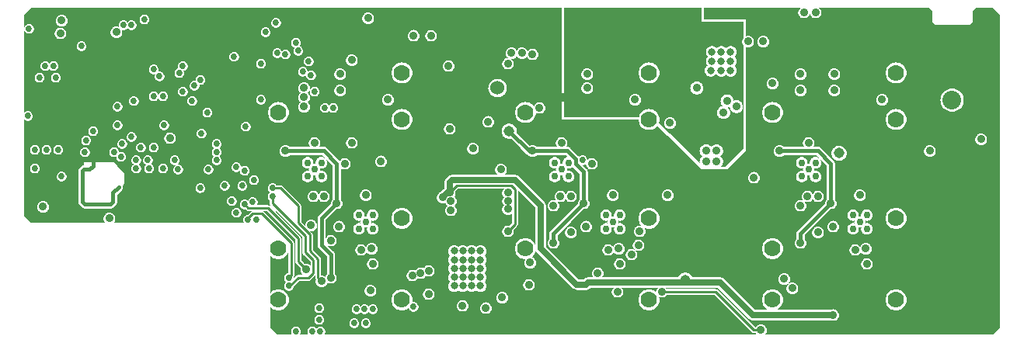
<source format=gbr>
G04 start of page 3 for group 1 idx 1 *
G04 Title: fet12v2logic, signal2 *
G04 Creator: pcb 20140316 *
G04 CreationDate: Wed 13 Jun 2018 07:44:19 AM GMT UTC *
G04 For: brian *
G04 Format: Gerber/RS-274X *
G04 PCB-Dimensions (mil): 6000.00 5000.00 *
G04 PCB-Coordinate-Origin: lower left *
%MOIN*%
%FSLAX25Y25*%
%LNGROUP1*%
%ADD68C,0.0512*%
%ADD67C,0.0118*%
%ADD66C,0.0370*%
%ADD65C,0.0130*%
%ADD64C,0.0200*%
%ADD63C,0.0118*%
%ADD62C,0.0600*%
%ADD61C,0.0275*%
%ADD60C,0.0450*%
%ADD59C,0.0360*%
%ADD58C,0.0318*%
%ADD57C,0.0800*%
%ADD56C,0.0295*%
%ADD55C,0.0700*%
%ADD54C,0.0350*%
%ADD53C,0.0100*%
%ADD52C,0.0250*%
%ADD51C,0.0150*%
%ADD50C,0.0001*%
G54D50*G36*
X424746Y183000D02*X430500D01*
Y176008D01*
X430471Y175974D01*
X430266Y175638D01*
X430115Y175275D01*
X430023Y174892D01*
X429992Y174500D01*
X430023Y174108D01*
X430115Y173725D01*
X430266Y173362D01*
X430471Y173026D01*
X430500Y172992D01*
Y128500D01*
X424746Y122746D01*
Y143442D01*
X424774Y143561D01*
X424800Y144000D01*
X424774Y144439D01*
X424746Y144558D01*
Y145978D01*
X424829Y145632D01*
X424997Y145225D01*
X425228Y144849D01*
X425514Y144514D01*
X425849Y144228D01*
X426225Y143997D01*
X426632Y143829D01*
X427061Y143726D01*
X427500Y143691D01*
X427939Y143726D01*
X428368Y143829D01*
X428775Y143997D01*
X429151Y144228D01*
X429486Y144514D01*
X429772Y144849D01*
X430003Y145225D01*
X430171Y145632D01*
X430274Y146061D01*
X430300Y146500D01*
X430274Y146939D01*
X430171Y147368D01*
X430003Y147775D01*
X429772Y148151D01*
X429486Y148486D01*
X429151Y148772D01*
X428775Y149003D01*
X428368Y149171D01*
X427939Y149274D01*
X427500Y149309D01*
X427061Y149274D01*
X426632Y149171D01*
X426298Y149033D01*
X426274Y149439D01*
X426171Y149868D01*
X426003Y150275D01*
X425772Y150651D01*
X425486Y150986D01*
X425151Y151272D01*
X424775Y151503D01*
X424746Y151515D01*
Y159422D01*
X425000Y159402D01*
X425406Y159434D01*
X425803Y159529D01*
X426180Y159685D01*
X426527Y159898D01*
X426837Y160163D01*
X427102Y160473D01*
X427315Y160820D01*
X427471Y161197D01*
X427566Y161594D01*
X427590Y162000D01*
X427566Y162406D01*
X427471Y162803D01*
X427315Y163180D01*
X427102Y163527D01*
X426837Y163837D01*
X426647Y164000D01*
X426837Y164163D01*
X427102Y164473D01*
X427315Y164820D01*
X427471Y165197D01*
X427566Y165594D01*
X427590Y166000D01*
X427566Y166406D01*
X427471Y166803D01*
X427315Y167180D01*
X427102Y167527D01*
X426837Y167837D01*
X426647Y168000D01*
X426837Y168163D01*
X427102Y168473D01*
X427315Y168820D01*
X427471Y169197D01*
X427566Y169594D01*
X427590Y170000D01*
X427566Y170406D01*
X427471Y170803D01*
X427315Y171180D01*
X427102Y171527D01*
X426837Y171837D01*
X426527Y172102D01*
X426180Y172315D01*
X425803Y172471D01*
X425406Y172566D01*
X425000Y172598D01*
X424746Y172578D01*
Y183000D01*
G37*
G36*
Y144558D02*X424671Y144868D01*
X424503Y145275D01*
X424272Y145651D01*
X423986Y145986D01*
X423725Y146209D01*
X423939Y146226D01*
X424368Y146329D01*
X424694Y146464D01*
X424726Y146061D01*
X424746Y145978D01*
Y144558D01*
G37*
G36*
X410496Y189000D02*X412500D01*
Y183000D01*
X424746D01*
Y172578D01*
X424594Y172566D01*
X424197Y172471D01*
X423820Y172315D01*
X423473Y172102D01*
X423163Y171837D01*
X423000Y171647D01*
X422837Y171837D01*
X422527Y172102D01*
X422180Y172315D01*
X421803Y172471D01*
X421406Y172566D01*
X421000Y172598D01*
X420594Y172566D01*
X420197Y172471D01*
X419820Y172315D01*
X419473Y172102D01*
X419163Y171837D01*
X419000Y171647D01*
X418837Y171837D01*
X418527Y172102D01*
X418180Y172315D01*
X417803Y172471D01*
X417406Y172566D01*
X417000Y172598D01*
X416594Y172566D01*
X416197Y172471D01*
X415820Y172315D01*
X415473Y172102D01*
X415163Y171837D01*
X414898Y171527D01*
X414685Y171180D01*
X414529Y170803D01*
X414434Y170406D01*
X414402Y170000D01*
X414434Y169594D01*
X414529Y169197D01*
X414685Y168820D01*
X414898Y168473D01*
X415163Y168163D01*
X415353Y168000D01*
X415163Y167837D01*
X414898Y167527D01*
X414685Y167180D01*
X414529Y166803D01*
X414434Y166406D01*
X414402Y166000D01*
X414434Y165594D01*
X414529Y165197D01*
X414685Y164820D01*
X414898Y164473D01*
X415131Y164199D01*
X414973Y164102D01*
X414663Y163837D01*
X414398Y163527D01*
X414185Y163180D01*
X414029Y162803D01*
X413934Y162406D01*
X413902Y162000D01*
X413934Y161594D01*
X414029Y161197D01*
X414185Y160820D01*
X414398Y160473D01*
X414663Y160163D01*
X414973Y159898D01*
X415320Y159685D01*
X415697Y159529D01*
X416094Y159434D01*
X416500Y159402D01*
X416906Y159434D01*
X417303Y159529D01*
X417680Y159685D01*
X418027Y159898D01*
X418337Y160163D01*
X418602Y160473D01*
X418750Y160714D01*
X418898Y160473D01*
X419163Y160163D01*
X419473Y159898D01*
X419820Y159685D01*
X420197Y159529D01*
X420594Y159434D01*
X421000Y159402D01*
X421406Y159434D01*
X421803Y159529D01*
X422180Y159685D01*
X422527Y159898D01*
X422837Y160163D01*
X423000Y160353D01*
X423163Y160163D01*
X423473Y159898D01*
X423820Y159685D01*
X424197Y159529D01*
X424594Y159434D01*
X424746Y159422D01*
Y151515D01*
X424368Y151671D01*
X423939Y151774D01*
X423500Y151809D01*
X423061Y151774D01*
X422632Y151671D01*
X422225Y151503D01*
X421849Y151272D01*
X421514Y150986D01*
X421228Y150651D01*
X420997Y150275D01*
X420829Y149868D01*
X420726Y149439D01*
X420691Y149000D01*
X420726Y148561D01*
X420829Y148132D01*
X420997Y147725D01*
X421228Y147349D01*
X421514Y147014D01*
X421775Y146791D01*
X421561Y146774D01*
X421132Y146671D01*
X420725Y146503D01*
X420349Y146272D01*
X420014Y145986D01*
X419728Y145651D01*
X419497Y145275D01*
X419329Y144868D01*
X419226Y144439D01*
X419191Y144000D01*
X419226Y143561D01*
X419329Y143132D01*
X419497Y142725D01*
X419728Y142349D01*
X420014Y142014D01*
X420349Y141728D01*
X420725Y141497D01*
X421132Y141329D01*
X421561Y141226D01*
X422000Y141191D01*
X422439Y141226D01*
X422868Y141329D01*
X423275Y141497D01*
X423651Y141728D01*
X423986Y142014D01*
X424272Y142349D01*
X424503Y142725D01*
X424671Y143132D01*
X424746Y143442D01*
Y122746D01*
X422500Y120500D01*
X420279D01*
X420651Y120728D01*
X420986Y121014D01*
X421272Y121349D01*
X421503Y121725D01*
X421671Y122132D01*
X421774Y122561D01*
X421800Y123000D01*
X421774Y123439D01*
X421671Y123868D01*
X421503Y124275D01*
X421272Y124651D01*
X420986Y124986D01*
X420677Y125250D01*
X420986Y125514D01*
X421272Y125849D01*
X421503Y126225D01*
X421671Y126632D01*
X421774Y127061D01*
X421800Y127500D01*
X421774Y127939D01*
X421671Y128368D01*
X421503Y128775D01*
X421272Y129151D01*
X420986Y129486D01*
X420651Y129772D01*
X420275Y130003D01*
X419868Y130171D01*
X419439Y130274D01*
X419000Y130309D01*
X418561Y130274D01*
X418132Y130171D01*
X417725Y130003D01*
X417349Y129772D01*
X417014Y129486D01*
X416750Y129177D01*
X416486Y129486D01*
X416151Y129772D01*
X415775Y130003D01*
X415368Y130171D01*
X414939Y130274D01*
X414500Y130309D01*
X414061Y130274D01*
X413632Y130171D01*
X413225Y130003D01*
X412849Y129772D01*
X412514Y129486D01*
X412228Y129151D01*
X411997Y128775D01*
X411829Y128368D01*
X411726Y127939D01*
X411691Y127500D01*
X411726Y127061D01*
X411829Y126632D01*
X411997Y126225D01*
X412228Y125849D01*
X412514Y125514D01*
X412823Y125250D01*
X412514Y124986D01*
X412228Y124651D01*
X411997Y124275D01*
X411829Y123868D01*
X411726Y123439D01*
X411691Y123000D01*
X411726Y122561D01*
X411816Y122184D01*
X410496Y123504D01*
Y151692D01*
X410500Y151691D01*
X410939Y151726D01*
X411368Y151829D01*
X411775Y151997D01*
X412151Y152228D01*
X412486Y152514D01*
X412772Y152849D01*
X413003Y153225D01*
X413171Y153632D01*
X413274Y154061D01*
X413300Y154500D01*
X413274Y154939D01*
X413171Y155368D01*
X413003Y155775D01*
X412772Y156151D01*
X412486Y156486D01*
X412151Y156772D01*
X411775Y157003D01*
X411368Y157171D01*
X410939Y157274D01*
X410500Y157309D01*
X410496Y157308D01*
Y189000D01*
G37*
G36*
X398996D02*X410496D01*
Y157308D01*
X410061Y157274D01*
X409632Y157171D01*
X409225Y157003D01*
X408849Y156772D01*
X408514Y156486D01*
X408228Y156151D01*
X407997Y155775D01*
X407829Y155368D01*
X407726Y154939D01*
X407691Y154500D01*
X407726Y154061D01*
X407829Y153632D01*
X407997Y153225D01*
X408228Y152849D01*
X408514Y152514D01*
X408849Y152228D01*
X409225Y151997D01*
X409632Y151829D01*
X410061Y151726D01*
X410496Y151692D01*
Y123504D01*
X398996Y135004D01*
Y136993D01*
X399000Y136992D01*
X399392Y137023D01*
X399775Y137115D01*
X400138Y137266D01*
X400474Y137471D01*
X400773Y137727D01*
X401029Y138026D01*
X401234Y138362D01*
X401385Y138725D01*
X401477Y139108D01*
X401500Y139500D01*
X401477Y139892D01*
X401385Y140275D01*
X401234Y140638D01*
X401029Y140974D01*
X400773Y141273D01*
X400474Y141529D01*
X400138Y141734D01*
X399775Y141885D01*
X399392Y141977D01*
X399000Y142008D01*
X398996Y142007D01*
Y189000D01*
G37*
G36*
X389993D02*X398996D01*
Y142007D01*
X398608Y141977D01*
X398225Y141885D01*
X397862Y141734D01*
X397526Y141529D01*
X397227Y141273D01*
X396971Y140974D01*
X396766Y140638D01*
X396615Y140275D01*
X396523Y139892D01*
X396492Y139500D01*
X396523Y139108D01*
X396615Y138725D01*
X396766Y138362D01*
X396971Y138026D01*
X397227Y137727D01*
X397526Y137471D01*
X397862Y137266D01*
X398225Y137115D01*
X398608Y137023D01*
X398996Y136993D01*
Y135004D01*
X394313Y139687D01*
X394458Y140294D01*
X394500Y141000D01*
X394458Y141706D01*
X394293Y142395D01*
X394022Y143049D01*
X393652Y143653D01*
X393192Y144192D01*
X392653Y144652D01*
X392049Y145022D01*
X391395Y145293D01*
X390706Y145458D01*
X390000Y145514D01*
X389993Y145513D01*
Y156487D01*
X390000Y156486D01*
X390706Y156542D01*
X391395Y156707D01*
X392049Y156978D01*
X392653Y157348D01*
X393192Y157808D01*
X393652Y158347D01*
X394022Y158951D01*
X394293Y159605D01*
X394458Y160294D01*
X394500Y161000D01*
X394458Y161706D01*
X394293Y162395D01*
X394022Y163049D01*
X393652Y163653D01*
X393192Y164192D01*
X392653Y164652D01*
X392049Y165022D01*
X391395Y165293D01*
X390706Y165458D01*
X390000Y165514D01*
X389993Y165513D01*
Y189000D01*
G37*
G36*
X383996D02*X389993D01*
Y165513D01*
X389294Y165458D01*
X388605Y165293D01*
X387951Y165022D01*
X387347Y164652D01*
X386808Y164192D01*
X386348Y163653D01*
X385978Y163049D01*
X385707Y162395D01*
X385542Y161706D01*
X385486Y161000D01*
X385542Y160294D01*
X385707Y159605D01*
X385978Y158951D01*
X386348Y158347D01*
X386808Y157808D01*
X387347Y157348D01*
X387951Y156978D01*
X388605Y156707D01*
X389294Y156542D01*
X389993Y156487D01*
Y145513D01*
X389294Y145458D01*
X388605Y145293D01*
X387951Y145022D01*
X387347Y144652D01*
X386808Y144192D01*
X386348Y143653D01*
X385978Y143049D01*
X385707Y142395D01*
X385612Y142000D01*
X383996D01*
Y146993D01*
X384000Y146992D01*
X384392Y147023D01*
X384775Y147115D01*
X385138Y147266D01*
X385474Y147471D01*
X385773Y147727D01*
X386029Y148026D01*
X386234Y148362D01*
X386385Y148725D01*
X386477Y149108D01*
X386500Y149500D01*
X386477Y149892D01*
X386385Y150275D01*
X386234Y150638D01*
X386029Y150974D01*
X385773Y151273D01*
X385474Y151529D01*
X385138Y151734D01*
X384775Y151885D01*
X384392Y151977D01*
X384000Y152008D01*
X383996Y152007D01*
Y189000D01*
G37*
G36*
X363496D02*X383996D01*
Y152007D01*
X383608Y151977D01*
X383225Y151885D01*
X382862Y151734D01*
X382526Y151529D01*
X382227Y151273D01*
X381971Y150974D01*
X381766Y150638D01*
X381615Y150275D01*
X381523Y149892D01*
X381492Y149500D01*
X381523Y149108D01*
X381615Y148725D01*
X381766Y148362D01*
X381971Y148026D01*
X382227Y147727D01*
X382526Y147471D01*
X382862Y147266D01*
X383225Y147115D01*
X383608Y147023D01*
X383996Y146993D01*
Y142000D01*
X363496D01*
Y151993D01*
X363500Y151992D01*
X363892Y152023D01*
X364275Y152115D01*
X364638Y152266D01*
X364974Y152471D01*
X365273Y152727D01*
X365529Y153026D01*
X365734Y153362D01*
X365885Y153725D01*
X365977Y154108D01*
X366000Y154500D01*
X365977Y154892D01*
X365885Y155275D01*
X365734Y155638D01*
X365529Y155974D01*
X365273Y156273D01*
X364974Y156529D01*
X364638Y156734D01*
X364275Y156885D01*
X363892Y156977D01*
X363500Y157008D01*
X363496Y157007D01*
Y157993D01*
X363500Y157992D01*
X363892Y158023D01*
X364275Y158115D01*
X364638Y158266D01*
X364974Y158471D01*
X365273Y158727D01*
X365529Y159026D01*
X365734Y159362D01*
X365885Y159725D01*
X365977Y160108D01*
X366000Y160500D01*
X365977Y160892D01*
X365885Y161275D01*
X365734Y161638D01*
X365529Y161974D01*
X365273Y162273D01*
X364974Y162529D01*
X364638Y162734D01*
X364275Y162885D01*
X363892Y162977D01*
X363500Y163008D01*
X363496Y163007D01*
Y189000D01*
G37*
G36*
X353500D02*X363496D01*
Y163007D01*
X363108Y162977D01*
X362725Y162885D01*
X362362Y162734D01*
X362026Y162529D01*
X361727Y162273D01*
X361471Y161974D01*
X361266Y161638D01*
X361115Y161275D01*
X361023Y160892D01*
X360992Y160500D01*
X361023Y160108D01*
X361115Y159725D01*
X361266Y159362D01*
X361471Y159026D01*
X361727Y158727D01*
X362026Y158471D01*
X362362Y158266D01*
X362725Y158115D01*
X363108Y158023D01*
X363496Y157993D01*
Y157007D01*
X363108Y156977D01*
X362725Y156885D01*
X362362Y156734D01*
X362026Y156529D01*
X361727Y156273D01*
X361471Y155974D01*
X361266Y155638D01*
X361115Y155275D01*
X361023Y154892D01*
X360992Y154500D01*
X361023Y154108D01*
X361115Y153725D01*
X361266Y153362D01*
X361471Y153026D01*
X361727Y152727D01*
X362026Y152471D01*
X362362Y152266D01*
X362725Y152115D01*
X363108Y152023D01*
X363496Y151993D01*
Y142000D01*
X353500D01*
Y189000D01*
G37*
G36*
X456996Y125750D02*X461775D01*
X466250Y121275D01*
Y106793D01*
X466227Y106773D01*
X465971Y106474D01*
X465766Y106138D01*
X465615Y105775D01*
X465523Y105392D01*
X465492Y105000D01*
X465495Y104970D01*
X456996Y96471D01*
Y102488D01*
X457029Y102526D01*
X457234Y102862D01*
X457385Y103225D01*
X457477Y103608D01*
X457500Y104000D01*
X457477Y104392D01*
X457385Y104775D01*
X457234Y105138D01*
X457029Y105474D01*
X456996Y105512D01*
Y105710D01*
X457225Y105615D01*
X457608Y105523D01*
X458000Y105492D01*
X458392Y105523D01*
X458775Y105615D01*
X459138Y105766D01*
X459474Y105971D01*
X459773Y106227D01*
X460029Y106526D01*
X460234Y106862D01*
X460250Y106899D01*
X460266Y106862D01*
X460471Y106526D01*
X460727Y106227D01*
X461026Y105971D01*
X461362Y105766D01*
X461725Y105615D01*
X462108Y105523D01*
X462500Y105492D01*
X462892Y105523D01*
X463275Y105615D01*
X463638Y105766D01*
X463974Y105971D01*
X464273Y106227D01*
X464529Y106526D01*
X464734Y106862D01*
X464885Y107225D01*
X464977Y107608D01*
X465000Y108000D01*
X464977Y108392D01*
X464885Y108775D01*
X464734Y109138D01*
X464529Y109474D01*
X464273Y109773D01*
X463974Y110029D01*
X463638Y110234D01*
X463275Y110385D01*
X462892Y110477D01*
X462500Y110508D01*
X462108Y110477D01*
X461725Y110385D01*
X461362Y110234D01*
X461026Y110029D01*
X460727Y109773D01*
X460471Y109474D01*
X460266Y109138D01*
X460250Y109101D01*
X460234Y109138D01*
X460029Y109474D01*
X459773Y109773D01*
X459474Y110029D01*
X459138Y110234D01*
X458775Y110385D01*
X458392Y110477D01*
X458000Y110508D01*
X457608Y110477D01*
X457225Y110385D01*
X456996Y110290D01*
Y114531D01*
X457007Y114538D01*
X457304Y114791D01*
X457557Y115087D01*
X457761Y115420D01*
X457910Y115780D01*
X458001Y116159D01*
X458024Y116547D01*
X458001Y116936D01*
X457966Y117082D01*
X458111Y117047D01*
X458500Y117016D01*
X458889Y117047D01*
X459034Y117082D01*
X458999Y116936D01*
X458969Y116547D01*
X458999Y116159D01*
X459090Y115780D01*
X459239Y115420D01*
X459443Y115087D01*
X459696Y114791D01*
X459993Y114538D01*
X460325Y114334D01*
X460685Y114185D01*
X461064Y114094D01*
X461453Y114063D01*
X461841Y114094D01*
X462220Y114185D01*
X462580Y114334D01*
X462913Y114538D01*
X463209Y114791D01*
X463462Y115087D01*
X463666Y115420D01*
X463815Y115780D01*
X463906Y116159D01*
X463929Y116547D01*
X463906Y116936D01*
X463815Y117315D01*
X463666Y117675D01*
X463462Y118007D01*
X463209Y118304D01*
X462913Y118557D01*
X462580Y118761D01*
X462220Y118910D01*
X461841Y119001D01*
X461453Y119031D01*
X461064Y119001D01*
X460918Y118966D01*
X460953Y119111D01*
X460976Y119500D01*
X460953Y119889D01*
X460918Y120034D01*
X461064Y119999D01*
X461453Y119969D01*
X461841Y119999D01*
X462220Y120090D01*
X462580Y120239D01*
X462913Y120443D01*
X463209Y120696D01*
X463462Y120993D01*
X463666Y121325D01*
X463815Y121685D01*
X463906Y122064D01*
X463929Y122453D01*
X463906Y122841D01*
X463815Y123220D01*
X463666Y123580D01*
X463462Y123913D01*
X463209Y124209D01*
X462913Y124462D01*
X462580Y124666D01*
X462220Y124815D01*
X461841Y124906D01*
X461453Y124937D01*
X461064Y124906D01*
X460685Y124815D01*
X460325Y124666D01*
X459993Y124462D01*
X459696Y124209D01*
X459443Y123913D01*
X459239Y123580D01*
X459090Y123220D01*
X458999Y122841D01*
X458969Y122453D01*
X458999Y122064D01*
X459034Y121918D01*
X458889Y121953D01*
X458500Y121984D01*
X458111Y121953D01*
X457966Y121918D01*
X458001Y122064D01*
X458024Y122453D01*
X458001Y122841D01*
X457910Y123220D01*
X457761Y123580D01*
X457557Y123913D01*
X457304Y124209D01*
X457007Y124462D01*
X456996Y124469D01*
Y125750D01*
G37*
G36*
X532496Y189000D02*X537500D01*
X540500Y186000D01*
Y51500D01*
X537500Y48500D01*
X532496D01*
Y129993D01*
X532500Y129992D01*
X532892Y130023D01*
X533275Y130115D01*
X533638Y130266D01*
X533974Y130471D01*
X534273Y130727D01*
X534529Y131026D01*
X534734Y131362D01*
X534885Y131725D01*
X534977Y132108D01*
X535000Y132500D01*
X534977Y132892D01*
X534885Y133275D01*
X534734Y133638D01*
X534529Y133974D01*
X534273Y134273D01*
X533974Y134529D01*
X533638Y134734D01*
X533275Y134885D01*
X532892Y134977D01*
X532500Y135008D01*
X532496Y135007D01*
Y189000D01*
G37*
G36*
X519992Y181500D02*X527500D01*
X529000Y183000D01*
Y187500D01*
X530500Y189000D01*
X532496D01*
Y135007D01*
X532108Y134977D01*
X531725Y134885D01*
X531362Y134734D01*
X531026Y134529D01*
X530727Y134273D01*
X530471Y133974D01*
X530266Y133638D01*
X530115Y133275D01*
X530023Y132892D01*
X529992Y132500D01*
X530023Y132108D01*
X530115Y131725D01*
X530266Y131362D01*
X530471Y131026D01*
X530727Y130727D01*
X531026Y130471D01*
X531362Y130266D01*
X531725Y130115D01*
X532108Y130023D01*
X532496Y129993D01*
Y48500D01*
X519992D01*
Y144269D01*
X520000Y144269D01*
X520785Y144330D01*
X521550Y144514D01*
X522277Y144815D01*
X522948Y145226D01*
X523546Y145738D01*
X524058Y146336D01*
X524469Y147007D01*
X524770Y147734D01*
X524954Y148499D01*
X525000Y149284D01*
X524954Y150069D01*
X524770Y150834D01*
X524469Y151561D01*
X524058Y152232D01*
X523546Y152830D01*
X522948Y153342D01*
X522277Y153753D01*
X521550Y154054D01*
X520785Y154238D01*
X520000Y154299D01*
X519992Y154299D01*
Y181500D01*
G37*
G36*
X510496Y188504D02*X511500Y187500D01*
Y183000D01*
X513000Y181500D01*
X519992D01*
Y154299D01*
X519215Y154238D01*
X518450Y154054D01*
X517723Y153753D01*
X517052Y153342D01*
X516454Y152830D01*
X515942Y152232D01*
X515531Y151561D01*
X515230Y150834D01*
X515046Y150069D01*
X514985Y149284D01*
X515046Y148499D01*
X515230Y147734D01*
X515531Y147007D01*
X515942Y146336D01*
X516454Y145738D01*
X517052Y145226D01*
X517723Y144815D01*
X518450Y144514D01*
X519215Y144330D01*
X519992Y144269D01*
Y48500D01*
X510496D01*
Y124993D01*
X510500Y124992D01*
X510892Y125023D01*
X511275Y125115D01*
X511638Y125266D01*
X511974Y125471D01*
X512273Y125727D01*
X512529Y126026D01*
X512734Y126362D01*
X512885Y126725D01*
X512977Y127108D01*
X513000Y127500D01*
X512977Y127892D01*
X512885Y128275D01*
X512734Y128638D01*
X512529Y128974D01*
X512273Y129273D01*
X511974Y129529D01*
X511638Y129734D01*
X511275Y129885D01*
X510892Y129977D01*
X510500Y130008D01*
X510496Y130007D01*
Y188504D01*
G37*
G36*
X495993Y189000D02*X510000D01*
X510496Y188504D01*
Y130007D01*
X510108Y129977D01*
X509725Y129885D01*
X509362Y129734D01*
X509026Y129529D01*
X508727Y129273D01*
X508471Y128974D01*
X508266Y128638D01*
X508115Y128275D01*
X508023Y127892D01*
X507992Y127500D01*
X508023Y127108D01*
X508115Y126725D01*
X508266Y126362D01*
X508471Y126026D01*
X508727Y125727D01*
X509026Y125471D01*
X509362Y125266D01*
X509725Y125115D01*
X510108Y125023D01*
X510496Y124993D01*
Y48500D01*
X495993D01*
Y58987D01*
X496000Y58986D01*
X496706Y59042D01*
X497395Y59207D01*
X498049Y59478D01*
X498653Y59848D01*
X499192Y60308D01*
X499652Y60847D01*
X500022Y61451D01*
X500293Y62105D01*
X500458Y62794D01*
X500500Y63500D01*
X500458Y64206D01*
X500293Y64895D01*
X500022Y65549D01*
X499652Y66153D01*
X499192Y66692D01*
X498653Y67152D01*
X498049Y67522D01*
X497395Y67793D01*
X496706Y67958D01*
X496000Y68014D01*
X495993Y68013D01*
Y93987D01*
X496000Y93986D01*
X496706Y94042D01*
X497395Y94207D01*
X498049Y94478D01*
X498653Y94848D01*
X499192Y95308D01*
X499652Y95847D01*
X500022Y96451D01*
X500293Y97105D01*
X500458Y97794D01*
X500500Y98500D01*
X500458Y99206D01*
X500293Y99895D01*
X500022Y100549D01*
X499652Y101153D01*
X499192Y101692D01*
X498653Y102152D01*
X498049Y102522D01*
X497395Y102793D01*
X496706Y102958D01*
X496000Y103014D01*
X495993Y103013D01*
Y136487D01*
X496000Y136486D01*
X496706Y136542D01*
X497395Y136707D01*
X498049Y136978D01*
X498653Y137348D01*
X499192Y137808D01*
X499652Y138347D01*
X500022Y138951D01*
X500293Y139605D01*
X500458Y140294D01*
X500500Y141000D01*
X500458Y141706D01*
X500293Y142395D01*
X500022Y143049D01*
X499652Y143653D01*
X499192Y144192D01*
X498653Y144652D01*
X498049Y145022D01*
X497395Y145293D01*
X496706Y145458D01*
X496000Y145514D01*
X495993Y145513D01*
Y156487D01*
X496000Y156486D01*
X496706Y156542D01*
X497395Y156707D01*
X498049Y156978D01*
X498653Y157348D01*
X499192Y157808D01*
X499652Y158347D01*
X500022Y158951D01*
X500293Y159605D01*
X500458Y160294D01*
X500500Y161000D01*
X500458Y161706D01*
X500293Y162395D01*
X500022Y163049D01*
X499652Y163653D01*
X499192Y164192D01*
X498653Y164652D01*
X498049Y165022D01*
X497395Y165293D01*
X496706Y165458D01*
X496000Y165514D01*
X495993Y165513D01*
Y189000D01*
G37*
G36*
X489996D02*X495993D01*
Y165513D01*
X495294Y165458D01*
X494605Y165293D01*
X493951Y165022D01*
X493347Y164652D01*
X492808Y164192D01*
X492348Y163653D01*
X491978Y163049D01*
X491707Y162395D01*
X491542Y161706D01*
X491486Y161000D01*
X491542Y160294D01*
X491707Y159605D01*
X491978Y158951D01*
X492348Y158347D01*
X492808Y157808D01*
X493347Y157348D01*
X493951Y156978D01*
X494605Y156707D01*
X495294Y156542D01*
X495993Y156487D01*
Y145513D01*
X495294Y145458D01*
X494605Y145293D01*
X493951Y145022D01*
X493347Y144652D01*
X492808Y144192D01*
X492348Y143653D01*
X491978Y143049D01*
X491707Y142395D01*
X491542Y141706D01*
X491486Y141000D01*
X491542Y140294D01*
X491707Y139605D01*
X491978Y138951D01*
X492348Y138347D01*
X492808Y137808D01*
X493347Y137348D01*
X493951Y136978D01*
X494605Y136707D01*
X495294Y136542D01*
X495993Y136487D01*
Y103013D01*
X495294Y102958D01*
X494605Y102793D01*
X493951Y102522D01*
X493347Y102152D01*
X492808Y101692D01*
X492348Y101153D01*
X491978Y100549D01*
X491707Y99895D01*
X491542Y99206D01*
X491486Y98500D01*
X491542Y97794D01*
X491707Y97105D01*
X491978Y96451D01*
X492348Y95847D01*
X492808Y95308D01*
X493347Y94848D01*
X493951Y94478D01*
X494605Y94207D01*
X495294Y94042D01*
X495993Y93987D01*
Y68013D01*
X495294Y67958D01*
X494605Y67793D01*
X493951Y67522D01*
X493347Y67152D01*
X492808Y66692D01*
X492348Y66153D01*
X491978Y65549D01*
X491707Y64895D01*
X491542Y64206D01*
X491486Y63500D01*
X491542Y62794D01*
X491707Y62105D01*
X491978Y61451D01*
X492348Y60847D01*
X492808Y60308D01*
X493347Y59848D01*
X493951Y59478D01*
X494605Y59207D01*
X495294Y59042D01*
X495993Y58987D01*
Y48500D01*
X489996D01*
Y146993D01*
X490000Y146992D01*
X490392Y147023D01*
X490775Y147115D01*
X491138Y147266D01*
X491474Y147471D01*
X491773Y147727D01*
X492029Y148026D01*
X492234Y148362D01*
X492385Y148725D01*
X492477Y149108D01*
X492500Y149500D01*
X492477Y149892D01*
X492385Y150275D01*
X492234Y150638D01*
X492029Y150974D01*
X491773Y151273D01*
X491474Y151529D01*
X491138Y151734D01*
X490775Y151885D01*
X490392Y151977D01*
X490000Y152008D01*
X489996Y152007D01*
Y189000D01*
G37*
G36*
X483496D02*X489996D01*
Y152007D01*
X489608Y151977D01*
X489225Y151885D01*
X488862Y151734D01*
X488526Y151529D01*
X488227Y151273D01*
X487971Y150974D01*
X487766Y150638D01*
X487615Y150275D01*
X487523Y149892D01*
X487492Y149500D01*
X487523Y149108D01*
X487615Y148725D01*
X487766Y148362D01*
X487971Y148026D01*
X488227Y147727D01*
X488526Y147471D01*
X488862Y147266D01*
X489225Y147115D01*
X489608Y147023D01*
X489996Y146993D01*
Y48500D01*
X483496D01*
Y76493D01*
X483500Y76492D01*
X483892Y76523D01*
X484275Y76615D01*
X484638Y76766D01*
X484974Y76971D01*
X485273Y77227D01*
X485529Y77526D01*
X485734Y77862D01*
X485885Y78225D01*
X485977Y78608D01*
X486000Y79000D01*
X485977Y79392D01*
X485885Y79775D01*
X485734Y80138D01*
X485529Y80474D01*
X485273Y80773D01*
X484974Y81029D01*
X484638Y81234D01*
X484275Y81385D01*
X483892Y81477D01*
X483500Y81508D01*
X483496Y81507D01*
Y83048D01*
X483775Y83115D01*
X484138Y83266D01*
X484474Y83471D01*
X484773Y83727D01*
X485029Y84026D01*
X485234Y84362D01*
X485385Y84725D01*
X485477Y85108D01*
X485500Y85500D01*
X485477Y85892D01*
X485385Y86275D01*
X485234Y86638D01*
X485029Y86974D01*
X484773Y87273D01*
X484474Y87529D01*
X484138Y87734D01*
X483775Y87885D01*
X483496Y87952D01*
Y91567D01*
X483841Y91594D01*
X484220Y91685D01*
X484580Y91834D01*
X484913Y92038D01*
X485209Y92291D01*
X485462Y92587D01*
X485666Y92920D01*
X485815Y93280D01*
X485906Y93659D01*
X485929Y94047D01*
X485906Y94436D01*
X485815Y94815D01*
X485666Y95175D01*
X485462Y95507D01*
X485209Y95804D01*
X484913Y96057D01*
X484580Y96261D01*
X484220Y96410D01*
X483841Y96501D01*
X483496Y96528D01*
Y97472D01*
X483841Y97499D01*
X484220Y97590D01*
X484580Y97739D01*
X484913Y97943D01*
X485209Y98196D01*
X485462Y98493D01*
X485666Y98825D01*
X485815Y99185D01*
X485906Y99564D01*
X485929Y99953D01*
X485906Y100341D01*
X485815Y100720D01*
X485666Y101080D01*
X485462Y101413D01*
X485209Y101709D01*
X484913Y101962D01*
X484580Y102166D01*
X484220Y102315D01*
X483841Y102406D01*
X483496Y102433D01*
Y189000D01*
G37*
G36*
Y96528D02*X483453Y96531D01*
X483064Y96501D01*
X482918Y96466D01*
X482953Y96611D01*
X482976Y97000D01*
X482953Y97389D01*
X482918Y97534D01*
X483064Y97499D01*
X483453Y97469D01*
X483496Y97472D01*
Y96528D01*
G37*
G36*
Y87952D02*X483392Y87977D01*
X483000Y88008D01*
X482608Y87977D01*
X482225Y87885D01*
X481862Y87734D01*
X481526Y87529D01*
X481227Y87273D01*
X480971Y86974D01*
X480766Y86638D01*
X480746Y86591D01*
Y94535D01*
X480889Y94547D01*
X481034Y94582D01*
X480999Y94436D01*
X480969Y94047D01*
X480999Y93659D01*
X481090Y93280D01*
X481239Y92920D01*
X481443Y92587D01*
X481696Y92291D01*
X481993Y92038D01*
X482325Y91834D01*
X482685Y91685D01*
X483064Y91594D01*
X483453Y91563D01*
X483496Y91567D01*
Y87952D01*
G37*
G36*
Y48500D02*X480746D01*
Y83890D01*
X480871Y84190D01*
X480971Y84026D01*
X481227Y83727D01*
X481526Y83471D01*
X481862Y83266D01*
X482225Y83115D01*
X482608Y83023D01*
X483000Y82992D01*
X483392Y83023D01*
X483496Y83048D01*
Y81507D01*
X483108Y81477D01*
X482725Y81385D01*
X482362Y81234D01*
X482026Y81029D01*
X481727Y80773D01*
X481471Y80474D01*
X481266Y80138D01*
X481115Y79775D01*
X481023Y79392D01*
X480992Y79000D01*
X481023Y78608D01*
X481115Y78225D01*
X481266Y77862D01*
X481471Y77526D01*
X481727Y77227D01*
X482026Y76971D01*
X482362Y76766D01*
X482725Y76615D01*
X483108Y76523D01*
X483496Y76493D01*
Y48500D01*
G37*
G36*
X480746Y189000D02*X483496D01*
Y102433D01*
X483453Y102437D01*
X483064Y102406D01*
X482685Y102315D01*
X482325Y102166D01*
X481993Y101962D01*
X481696Y101709D01*
X481443Y101413D01*
X481239Y101080D01*
X481090Y100720D01*
X480999Y100341D01*
X480969Y99953D01*
X480999Y99564D01*
X481034Y99418D01*
X480889Y99453D01*
X480746Y99465D01*
Y106012D01*
X480892Y106023D01*
X481275Y106115D01*
X481638Y106266D01*
X481974Y106471D01*
X482273Y106727D01*
X482529Y107026D01*
X482734Y107362D01*
X482885Y107725D01*
X482977Y108108D01*
X483000Y108500D01*
X482977Y108892D01*
X482885Y109275D01*
X482734Y109638D01*
X482529Y109974D01*
X482273Y110273D01*
X481974Y110529D01*
X481638Y110734D01*
X481275Y110885D01*
X480892Y110977D01*
X480746Y110988D01*
Y189000D01*
G37*
G36*
X468996D02*X480746D01*
Y110988D01*
X480500Y111008D01*
X480108Y110977D01*
X479725Y110885D01*
X479362Y110734D01*
X479026Y110529D01*
X478727Y110273D01*
X478471Y109974D01*
X478266Y109638D01*
X478115Y109275D01*
X478023Y108892D01*
X477992Y108500D01*
X478023Y108108D01*
X478115Y107725D01*
X478266Y107362D01*
X478471Y107026D01*
X478727Y106727D01*
X479026Y106471D01*
X479362Y106266D01*
X479725Y106115D01*
X480108Y106023D01*
X480500Y105992D01*
X480746Y106012D01*
Y99465D01*
X480500Y99484D01*
X480111Y99453D01*
X479966Y99418D01*
X480001Y99564D01*
X480024Y99953D01*
X480001Y100341D01*
X479910Y100720D01*
X479761Y101080D01*
X479557Y101413D01*
X479304Y101709D01*
X479007Y101962D01*
X478675Y102166D01*
X478315Y102315D01*
X477936Y102406D01*
X477547Y102437D01*
X477159Y102406D01*
X476780Y102315D01*
X476420Y102166D01*
X476087Y101962D01*
X475791Y101709D01*
X475538Y101413D01*
X475334Y101080D01*
X475185Y100720D01*
X475094Y100341D01*
X475063Y99953D01*
X475094Y99564D01*
X475185Y99185D01*
X475334Y98825D01*
X475538Y98493D01*
X475791Y98196D01*
X476087Y97943D01*
X476420Y97739D01*
X476780Y97590D01*
X477159Y97499D01*
X477547Y97469D01*
X477936Y97499D01*
X478082Y97534D01*
X478047Y97389D01*
X478016Y97000D01*
X478047Y96611D01*
X478082Y96466D01*
X477936Y96501D01*
X477547Y96531D01*
X477159Y96501D01*
X476780Y96410D01*
X476420Y96261D01*
X476087Y96057D01*
X475791Y95804D01*
X475538Y95507D01*
X475334Y95175D01*
X475185Y94815D01*
X475094Y94436D01*
X475063Y94047D01*
X475094Y93659D01*
X475185Y93280D01*
X475334Y92920D01*
X475538Y92587D01*
X475791Y92291D01*
X476087Y92038D01*
X476420Y91834D01*
X476780Y91685D01*
X477159Y91594D01*
X477547Y91563D01*
X477936Y91594D01*
X478315Y91685D01*
X478675Y91834D01*
X479007Y92038D01*
X479304Y92291D01*
X479557Y92587D01*
X479761Y92920D01*
X479910Y93280D01*
X480001Y93659D01*
X480024Y94047D01*
X480001Y94436D01*
X479966Y94582D01*
X480111Y94547D01*
X480500Y94516D01*
X480746Y94535D01*
Y86591D01*
X480629Y86310D01*
X480529Y86474D01*
X480273Y86773D01*
X479974Y87029D01*
X479638Y87234D01*
X479275Y87385D01*
X478892Y87477D01*
X478500Y87508D01*
X478108Y87477D01*
X477725Y87385D01*
X477362Y87234D01*
X477026Y87029D01*
X476727Y86773D01*
X476471Y86474D01*
X476266Y86138D01*
X476115Y85775D01*
X476023Y85392D01*
X475992Y85000D01*
X476023Y84608D01*
X476115Y84225D01*
X476266Y83862D01*
X476471Y83526D01*
X476727Y83227D01*
X477026Y82971D01*
X477362Y82766D01*
X477725Y82615D01*
X478108Y82523D01*
X478500Y82492D01*
X478892Y82523D01*
X479275Y82615D01*
X479638Y82766D01*
X479974Y82971D01*
X480273Y83227D01*
X480529Y83526D01*
X480734Y83862D01*
X480746Y83890D01*
Y48500D01*
X468996D01*
Y54493D01*
X469000Y54492D01*
X469392Y54523D01*
X469775Y54615D01*
X470138Y54766D01*
X470474Y54971D01*
X470773Y55227D01*
X471029Y55526D01*
X471234Y55862D01*
X471385Y56225D01*
X471477Y56608D01*
X471500Y57000D01*
X471477Y57392D01*
X471385Y57775D01*
X471234Y58138D01*
X471029Y58474D01*
X470773Y58773D01*
X470474Y59029D01*
X470138Y59234D01*
X469775Y59385D01*
X469392Y59477D01*
X469000Y59508D01*
X468996Y59507D01*
Y92493D01*
X469000Y92492D01*
X469392Y92523D01*
X469775Y92615D01*
X470138Y92766D01*
X470474Y92971D01*
X470773Y93227D01*
X471029Y93526D01*
X471234Y93862D01*
X471385Y94225D01*
X471477Y94608D01*
X471500Y95000D01*
X471477Y95392D01*
X471385Y95775D01*
X471234Y96138D01*
X471029Y96474D01*
X470773Y96773D01*
X470474Y97029D01*
X470138Y97234D01*
X469775Y97385D01*
X469392Y97477D01*
X469000Y97508D01*
X468996Y97507D01*
Y102707D01*
X469138Y102766D01*
X469474Y102971D01*
X469773Y103227D01*
X470029Y103526D01*
X470234Y103862D01*
X470385Y104225D01*
X470477Y104608D01*
X470500Y105000D01*
X470477Y105392D01*
X470385Y105775D01*
X470234Y106138D01*
X470029Y106474D01*
X469773Y106773D01*
X469750Y106793D01*
Y121931D01*
X469755Y122000D01*
X469734Y122274D01*
X469734Y122275D01*
X469669Y122542D01*
X469564Y122797D01*
X469420Y123032D01*
X469241Y123241D01*
X469189Y123286D01*
X468996Y123479D01*
Y124427D01*
X469195Y124195D01*
X469584Y123863D01*
X470020Y123595D01*
X470493Y123400D01*
X470990Y123280D01*
X471500Y123240D01*
X472010Y123280D01*
X472507Y123400D01*
X472980Y123595D01*
X473416Y123863D01*
X473805Y124195D01*
X474137Y124584D01*
X474405Y125020D01*
X474600Y125493D01*
X474720Y125990D01*
X474750Y126500D01*
X474720Y127010D01*
X474600Y127507D01*
X474405Y127980D01*
X474137Y128416D01*
X473805Y128805D01*
X473416Y129137D01*
X472980Y129405D01*
X472507Y129600D01*
X472010Y129720D01*
X471500Y129760D01*
X470990Y129720D01*
X470493Y129600D01*
X470020Y129405D01*
X469584Y129137D01*
X469195Y128805D01*
X468996Y128573D01*
Y151050D01*
X469108Y151023D01*
X469500Y150992D01*
X469892Y151023D01*
X470275Y151115D01*
X470638Y151266D01*
X470974Y151471D01*
X471273Y151727D01*
X471529Y152026D01*
X471734Y152362D01*
X471885Y152725D01*
X471977Y153108D01*
X472000Y153500D01*
X471977Y153892D01*
X471885Y154275D01*
X471734Y154638D01*
X471529Y154974D01*
X471273Y155273D01*
X470974Y155529D01*
X470638Y155734D01*
X470275Y155885D01*
X469892Y155977D01*
X469500Y156008D01*
X469108Y155977D01*
X468996Y155950D01*
Y158050D01*
X469108Y158023D01*
X469500Y157992D01*
X469892Y158023D01*
X470275Y158115D01*
X470638Y158266D01*
X470974Y158471D01*
X471273Y158727D01*
X471529Y159026D01*
X471734Y159362D01*
X471885Y159725D01*
X471977Y160108D01*
X472000Y160500D01*
X471977Y160892D01*
X471885Y161275D01*
X471734Y161638D01*
X471529Y161974D01*
X471273Y162273D01*
X470974Y162529D01*
X470638Y162734D01*
X470275Y162885D01*
X469892Y162977D01*
X469500Y163008D01*
X469108Y162977D01*
X468996Y162950D01*
Y189000D01*
G37*
G36*
Y59507D02*X468608Y59477D01*
X468225Y59385D01*
X467899Y59250D01*
X462496D01*
Y89993D01*
X462500Y89992D01*
X462892Y90023D01*
X463275Y90115D01*
X463638Y90266D01*
X463974Y90471D01*
X464273Y90727D01*
X464529Y91026D01*
X464734Y91362D01*
X464885Y91725D01*
X464977Y92108D01*
X465000Y92500D01*
X464977Y92892D01*
X464885Y93275D01*
X464734Y93638D01*
X464529Y93974D01*
X464273Y94273D01*
X463974Y94529D01*
X463638Y94734D01*
X463275Y94885D01*
X462892Y94977D01*
X462500Y95008D01*
X462496Y95007D01*
Y97021D01*
X467970Y102495D01*
X468000Y102492D01*
X468392Y102523D01*
X468775Y102615D01*
X468996Y102707D01*
Y97507D01*
X468608Y97477D01*
X468225Y97385D01*
X467862Y97234D01*
X467526Y97029D01*
X467227Y96773D01*
X466971Y96474D01*
X466766Y96138D01*
X466615Y95775D01*
X466523Y95392D01*
X466492Y95000D01*
X466523Y94608D01*
X466615Y94225D01*
X466766Y93862D01*
X466971Y93526D01*
X467227Y93227D01*
X467526Y92971D01*
X467862Y92766D01*
X468225Y92615D01*
X468608Y92523D01*
X468996Y92493D01*
Y59507D01*
G37*
G36*
Y48500D02*X462496D01*
Y54750D01*
X467899D01*
X468225Y54615D01*
X468608Y54523D01*
X468996Y54493D01*
Y48500D01*
G37*
G36*
X462496Y184707D02*X462638Y184766D01*
X462974Y184971D01*
X463273Y185227D01*
X463529Y185526D01*
X463734Y185862D01*
X463885Y186225D01*
X463977Y186608D01*
X464000Y187000D01*
X463977Y187392D01*
X463885Y187775D01*
X463734Y188138D01*
X463529Y188474D01*
X463273Y188773D01*
X463008Y189000D01*
X468996D01*
Y162950D01*
X468725Y162885D01*
X468362Y162734D01*
X468026Y162529D01*
X467727Y162273D01*
X467471Y161974D01*
X467266Y161638D01*
X467115Y161275D01*
X467023Y160892D01*
X466992Y160500D01*
X467023Y160108D01*
X467115Y159725D01*
X467266Y159362D01*
X467471Y159026D01*
X467727Y158727D01*
X468026Y158471D01*
X468362Y158266D01*
X468725Y158115D01*
X468996Y158050D01*
Y155950D01*
X468725Y155885D01*
X468362Y155734D01*
X468026Y155529D01*
X467727Y155273D01*
X467471Y154974D01*
X467266Y154638D01*
X467115Y154275D01*
X467023Y153892D01*
X466992Y153500D01*
X467023Y153108D01*
X467115Y152725D01*
X467266Y152362D01*
X467471Y152026D01*
X467727Y151727D01*
X468026Y151471D01*
X468362Y151266D01*
X468725Y151115D01*
X468996Y151050D01*
Y128573D01*
X468863Y128416D01*
X468595Y127980D01*
X468400Y127507D01*
X468280Y127010D01*
X468240Y126500D01*
X468280Y125990D01*
X468400Y125493D01*
X468595Y125020D01*
X468863Y124584D01*
X468996Y124427D01*
Y123479D01*
X463786Y128689D01*
X463741Y128741D01*
X463532Y128920D01*
X463297Y129064D01*
X463042Y129169D01*
X462775Y129234D01*
X462774Y129234D01*
X462500Y129255D01*
X462496Y129255D01*
Y184707D01*
G37*
G36*
Y59250D02*X456996D01*
Y86488D01*
X457029Y86526D01*
X457234Y86862D01*
X457385Y87225D01*
X457477Y87608D01*
X457500Y88000D01*
X457477Y88392D01*
X457385Y88775D01*
X457234Y89138D01*
X457029Y89474D01*
X456996Y89512D01*
Y91521D01*
X462496Y97021D01*
Y95007D01*
X462108Y94977D01*
X461725Y94885D01*
X461362Y94734D01*
X461026Y94529D01*
X460727Y94273D01*
X460471Y93974D01*
X460266Y93638D01*
X460115Y93275D01*
X460023Y92892D01*
X459992Y92500D01*
X460023Y92108D01*
X460115Y91725D01*
X460266Y91362D01*
X460471Y91026D01*
X460727Y90727D01*
X461026Y90471D01*
X461362Y90266D01*
X461725Y90115D01*
X462108Y90023D01*
X462496Y89993D01*
Y59250D01*
G37*
G36*
Y48500D02*X456996D01*
Y54750D01*
X462496D01*
Y48500D01*
G37*
G36*
X456996Y184548D02*X457275Y184615D01*
X457638Y184766D01*
X457974Y184971D01*
X458273Y185227D01*
X458529Y185526D01*
X458734Y185862D01*
X458885Y186225D01*
X458977Y186608D01*
X458997Y186944D01*
X459023Y186608D01*
X459115Y186225D01*
X459266Y185862D01*
X459471Y185526D01*
X459727Y185227D01*
X460026Y184971D01*
X460362Y184766D01*
X460725Y184615D01*
X461108Y184523D01*
X461500Y184492D01*
X461892Y184523D01*
X462275Y184615D01*
X462496Y184707D01*
Y129255D01*
X462432Y129250D01*
X460293D01*
X460529Y129526D01*
X460734Y129862D01*
X460885Y130225D01*
X460977Y130608D01*
X461000Y131000D01*
X460977Y131392D01*
X460885Y131775D01*
X460734Y132138D01*
X460529Y132474D01*
X460273Y132773D01*
X459974Y133029D01*
X459638Y133234D01*
X459275Y133385D01*
X458892Y133477D01*
X458500Y133508D01*
X458108Y133477D01*
X457725Y133385D01*
X457362Y133234D01*
X457026Y133029D01*
X456996Y133003D01*
Y151988D01*
X457029Y152026D01*
X457234Y152362D01*
X457385Y152725D01*
X457477Y153108D01*
X457500Y153500D01*
X457477Y153892D01*
X457385Y154275D01*
X457234Y154638D01*
X457029Y154974D01*
X456996Y155012D01*
Y158988D01*
X457029Y159026D01*
X457234Y159362D01*
X457385Y159725D01*
X457477Y160108D01*
X457500Y160500D01*
X457477Y160892D01*
X457385Y161275D01*
X457234Y161638D01*
X457029Y161974D01*
X456996Y162012D01*
Y184548D01*
G37*
G36*
Y105512D02*X456773Y105773D01*
X456580Y105938D01*
X456862Y105766D01*
X456996Y105710D01*
Y105512D01*
G37*
G36*
Y89512D02*X456773Y89773D01*
X456750Y89793D01*
Y91275D01*
X456996Y91521D01*
Y89512D01*
G37*
G36*
Y48500D02*X439508D01*
X439773Y48727D01*
X440029Y49026D01*
X440234Y49362D01*
X440385Y49725D01*
X440477Y50108D01*
X440500Y50500D01*
X440477Y50892D01*
X440385Y51275D01*
X440234Y51638D01*
X440029Y51974D01*
X439773Y52273D01*
X439474Y52529D01*
X439138Y52734D01*
X438775Y52885D01*
X438392Y52977D01*
X438000Y53008D01*
X437608Y52977D01*
X437225Y52885D01*
X436862Y52734D01*
X436526Y52529D01*
X436227Y52273D01*
X435971Y51974D01*
X435803Y51700D01*
X435497D01*
X419382Y67815D01*
X419351Y67851D01*
X419208Y67974D01*
X419046Y68073D01*
X418872Y68145D01*
X418688Y68189D01*
X418688Y68189D01*
X418500Y68204D01*
X418453Y68200D01*
X397697D01*
X397529Y68474D01*
X397293Y68750D01*
X405373D01*
X405500Y68740D01*
X405627Y68750D01*
X419568D01*
X432847Y55471D01*
X432904Y55404D01*
X433173Y55174D01*
X433173Y55174D01*
X433361Y55059D01*
X433475Y54989D01*
X433803Y54854D01*
X434147Y54771D01*
X434147D01*
X434500Y54743D01*
X434588Y54750D01*
X456996D01*
Y48500D01*
G37*
G36*
X438996Y61421D02*X439348Y60847D01*
X439808Y60308D01*
X440347Y59848D01*
X440951Y59478D01*
X441501Y59250D01*
X438996D01*
Y61421D01*
G37*
G36*
X451496Y125750D02*X456996D01*
Y124469D01*
X456675Y124666D01*
X456315Y124815D01*
X455936Y124906D01*
X455547Y124937D01*
X455159Y124906D01*
X454780Y124815D01*
X454420Y124666D01*
X454087Y124462D01*
X453791Y124209D01*
X453538Y123913D01*
X453334Y123580D01*
X453185Y123220D01*
X453094Y122841D01*
X453063Y122453D01*
X453094Y122064D01*
X453185Y121685D01*
X453334Y121325D01*
X453538Y120993D01*
X453791Y120696D01*
X454087Y120443D01*
X454420Y120239D01*
X454780Y120090D01*
X455159Y119999D01*
X455547Y119969D01*
X455936Y119999D01*
X456082Y120034D01*
X456047Y119889D01*
X456016Y119500D01*
X456047Y119111D01*
X456082Y118966D01*
X455936Y119001D01*
X455547Y119031D01*
X455159Y119001D01*
X454780Y118910D01*
X454420Y118761D01*
X454087Y118557D01*
X453791Y118304D01*
X453538Y118007D01*
X453334Y117675D01*
X453185Y117315D01*
X453094Y116936D01*
X453063Y116547D01*
X453094Y116159D01*
X453185Y115780D01*
X453334Y115420D01*
X453538Y115087D01*
X453791Y114791D01*
X454087Y114538D01*
X454420Y114334D01*
X454780Y114185D01*
X455159Y114094D01*
X455547Y114063D01*
X455936Y114094D01*
X456315Y114185D01*
X456675Y114334D01*
X456996Y114531D01*
Y110290D01*
X456862Y110234D01*
X456526Y110029D01*
X456227Y109773D01*
X455971Y109474D01*
X455766Y109138D01*
X455615Y108775D01*
X455523Y108392D01*
X455492Y108000D01*
X455523Y107608D01*
X455615Y107225D01*
X455766Y106862D01*
X455971Y106526D01*
X456227Y106227D01*
X456420Y106062D01*
X456138Y106234D01*
X455775Y106385D01*
X455392Y106477D01*
X455000Y106508D01*
X454608Y106477D01*
X454225Y106385D01*
X453862Y106234D01*
X453526Y106029D01*
X453227Y105773D01*
X452971Y105474D01*
X452766Y105138D01*
X452615Y104775D01*
X452523Y104392D01*
X452492Y104000D01*
X452523Y103608D01*
X452615Y103225D01*
X452766Y102862D01*
X452971Y102526D01*
X453227Y102227D01*
X453526Y101971D01*
X453862Y101766D01*
X454225Y101615D01*
X454608Y101523D01*
X455000Y101492D01*
X455392Y101523D01*
X455775Y101615D01*
X456138Y101766D01*
X456474Y101971D01*
X456773Y102227D01*
X456996Y102488D01*
Y96471D01*
X453811Y93286D01*
X453759Y93241D01*
X453580Y93032D01*
X453436Y92797D01*
X453331Y92542D01*
X453266Y92275D01*
X453266Y92274D01*
X453245Y92000D01*
X453250Y91931D01*
Y89793D01*
X453227Y89773D01*
X452971Y89474D01*
X452766Y89138D01*
X452615Y88775D01*
X452523Y88392D01*
X452492Y88000D01*
X452523Y87608D01*
X452615Y87225D01*
X452766Y86862D01*
X452971Y86526D01*
X453227Y86227D01*
X453526Y85971D01*
X453862Y85766D01*
X454225Y85615D01*
X454608Y85523D01*
X455000Y85492D01*
X455392Y85523D01*
X455775Y85615D01*
X456138Y85766D01*
X456474Y85971D01*
X456773Y86227D01*
X456996Y86488D01*
Y59250D01*
X451496D01*
Y65993D01*
X451500Y65992D01*
X451892Y66023D01*
X452275Y66115D01*
X452638Y66266D01*
X452974Y66471D01*
X453273Y66727D01*
X453529Y67026D01*
X453734Y67362D01*
X453885Y67725D01*
X453977Y68108D01*
X454000Y68500D01*
X453977Y68892D01*
X453885Y69275D01*
X453734Y69638D01*
X453529Y69974D01*
X453273Y70273D01*
X452974Y70529D01*
X452638Y70734D01*
X452275Y70885D01*
X451892Y70977D01*
X451500Y71008D01*
X451496Y71007D01*
Y125750D01*
G37*
G36*
X447996D02*X451496D01*
Y71007D01*
X451108Y70977D01*
X450725Y70885D01*
X450362Y70734D01*
X450026Y70529D01*
X449727Y70273D01*
X449471Y69974D01*
X449266Y69638D01*
X449115Y69275D01*
X449023Y68892D01*
X448992Y68500D01*
X449023Y68108D01*
X449115Y67725D01*
X449266Y67362D01*
X449471Y67026D01*
X449727Y66727D01*
X450026Y66471D01*
X450362Y66266D01*
X450725Y66115D01*
X451108Y66023D01*
X451496Y65993D01*
Y59250D01*
X447996D01*
Y69993D01*
X448000Y69992D01*
X448392Y70023D01*
X448775Y70115D01*
X449138Y70266D01*
X449474Y70471D01*
X449773Y70727D01*
X450029Y71026D01*
X450234Y71362D01*
X450385Y71725D01*
X450477Y72108D01*
X450500Y72500D01*
X450477Y72892D01*
X450385Y73275D01*
X450234Y73638D01*
X450029Y73974D01*
X449773Y74273D01*
X449474Y74529D01*
X449138Y74734D01*
X448775Y74885D01*
X448392Y74977D01*
X448000Y75008D01*
X447996Y75007D01*
Y125750D01*
G37*
G36*
Y189000D02*X454992D01*
X454727Y188773D01*
X454471Y188474D01*
X454266Y188138D01*
X454115Y187775D01*
X454023Y187392D01*
X453992Y187000D01*
X454023Y186608D01*
X454115Y186225D01*
X454266Y185862D01*
X454471Y185526D01*
X454727Y185227D01*
X455026Y184971D01*
X455362Y184766D01*
X455725Y184615D01*
X456108Y184523D01*
X456500Y184492D01*
X456892Y184523D01*
X456996Y184548D01*
Y162012D01*
X456773Y162273D01*
X456474Y162529D01*
X456138Y162734D01*
X455775Y162885D01*
X455392Y162977D01*
X455000Y163008D01*
X454608Y162977D01*
X454225Y162885D01*
X453862Y162734D01*
X453526Y162529D01*
X453227Y162273D01*
X452971Y161974D01*
X452766Y161638D01*
X452615Y161275D01*
X452523Y160892D01*
X452492Y160500D01*
X452523Y160108D01*
X452615Y159725D01*
X452766Y159362D01*
X452971Y159026D01*
X453227Y158727D01*
X453526Y158471D01*
X453862Y158266D01*
X454225Y158115D01*
X454608Y158023D01*
X455000Y157992D01*
X455392Y158023D01*
X455775Y158115D01*
X456138Y158266D01*
X456474Y158471D01*
X456773Y158727D01*
X456996Y158988D01*
Y155012D01*
X456773Y155273D01*
X456474Y155529D01*
X456138Y155734D01*
X455775Y155885D01*
X455392Y155977D01*
X455000Y156008D01*
X454608Y155977D01*
X454225Y155885D01*
X453862Y155734D01*
X453526Y155529D01*
X453227Y155273D01*
X452971Y154974D01*
X452766Y154638D01*
X452615Y154275D01*
X452523Y153892D01*
X452492Y153500D01*
X452523Y153108D01*
X452615Y152725D01*
X452766Y152362D01*
X452971Y152026D01*
X453227Y151727D01*
X453526Y151471D01*
X453862Y151266D01*
X454225Y151115D01*
X454608Y151023D01*
X455000Y150992D01*
X455392Y151023D01*
X455775Y151115D01*
X456138Y151266D01*
X456474Y151471D01*
X456773Y151727D01*
X456996Y151988D01*
Y133003D01*
X456727Y132773D01*
X456471Y132474D01*
X456266Y132138D01*
X456115Y131775D01*
X456023Y131392D01*
X455992Y131000D01*
X456023Y130608D01*
X456115Y130225D01*
X456266Y129862D01*
X456471Y129526D01*
X456707Y129250D01*
X447996D01*
Y189000D01*
G37*
G36*
X442996D02*X447996D01*
Y129250D01*
X447793D01*
X447773Y129273D01*
X447474Y129529D01*
X447138Y129734D01*
X446775Y129885D01*
X446392Y129977D01*
X446000Y130008D01*
X445608Y129977D01*
X445225Y129885D01*
X444862Y129734D01*
X444526Y129529D01*
X444227Y129273D01*
X443971Y128974D01*
X443766Y128638D01*
X443615Y128275D01*
X443523Y127892D01*
X443492Y127500D01*
X443523Y127108D01*
X443615Y126725D01*
X443766Y126362D01*
X443971Y126026D01*
X444227Y125727D01*
X444526Y125471D01*
X444862Y125266D01*
X445225Y125115D01*
X445608Y125023D01*
X446000Y124992D01*
X446392Y125023D01*
X446775Y125115D01*
X447138Y125266D01*
X447474Y125471D01*
X447773Y125727D01*
X447793Y125750D01*
X447996D01*
Y75007D01*
X447608Y74977D01*
X447225Y74885D01*
X446862Y74734D01*
X446526Y74529D01*
X446227Y74273D01*
X445971Y73974D01*
X445766Y73638D01*
X445615Y73275D01*
X445523Y72892D01*
X445492Y72500D01*
X445523Y72108D01*
X445615Y71725D01*
X445766Y71362D01*
X445971Y71026D01*
X446227Y70727D01*
X446526Y70471D01*
X446862Y70266D01*
X447225Y70115D01*
X447608Y70023D01*
X447996Y69993D01*
Y59250D01*
X444499D01*
X445049Y59478D01*
X445653Y59848D01*
X446192Y60308D01*
X446652Y60847D01*
X447022Y61451D01*
X447293Y62105D01*
X447458Y62794D01*
X447500Y63500D01*
X447458Y64206D01*
X447293Y64895D01*
X447022Y65549D01*
X446652Y66153D01*
X446192Y66692D01*
X445653Y67152D01*
X445049Y67522D01*
X444395Y67793D01*
X443706Y67958D01*
X443000Y68014D01*
X442996Y68014D01*
Y80986D01*
X443000Y80986D01*
X443706Y81042D01*
X444395Y81207D01*
X445049Y81478D01*
X445653Y81848D01*
X446192Y82308D01*
X446652Y82847D01*
X447022Y83451D01*
X447293Y84105D01*
X447458Y84794D01*
X447500Y85500D01*
X447458Y86206D01*
X447293Y86895D01*
X447022Y87549D01*
X446652Y88153D01*
X446192Y88692D01*
X445653Y89152D01*
X445049Y89522D01*
X444395Y89793D01*
X443706Y89958D01*
X443000Y90014D01*
X442996Y90014D01*
Y139486D01*
X443000Y139486D01*
X443706Y139542D01*
X444395Y139707D01*
X445049Y139978D01*
X445653Y140348D01*
X446192Y140808D01*
X446652Y141347D01*
X447022Y141951D01*
X447293Y142605D01*
X447458Y143294D01*
X447500Y144000D01*
X447458Y144706D01*
X447293Y145395D01*
X447022Y146049D01*
X446652Y146653D01*
X446192Y147192D01*
X445653Y147652D01*
X445049Y148022D01*
X444395Y148293D01*
X443706Y148458D01*
X443000Y148514D01*
X442996Y148514D01*
Y153993D01*
X443000Y153992D01*
X443392Y154023D01*
X443775Y154115D01*
X444138Y154266D01*
X444474Y154471D01*
X444773Y154727D01*
X445029Y155026D01*
X445234Y155362D01*
X445385Y155725D01*
X445477Y156108D01*
X445500Y156500D01*
X445477Y156892D01*
X445385Y157275D01*
X445234Y157638D01*
X445029Y157974D01*
X444773Y158273D01*
X444474Y158529D01*
X444138Y158734D01*
X443775Y158885D01*
X443392Y158977D01*
X443000Y159008D01*
X442996Y159007D01*
Y189000D01*
G37*
G36*
Y90014D02*X442294Y89958D01*
X441605Y89793D01*
X440951Y89522D01*
X440347Y89152D01*
X439808Y88692D01*
X439348Y88153D01*
X438996Y87579D01*
Y141921D01*
X439348Y141347D01*
X439808Y140808D01*
X440347Y140348D01*
X440951Y139978D01*
X441605Y139707D01*
X442294Y139542D01*
X442996Y139486D01*
Y90014D01*
G37*
G36*
Y68014D02*X442294Y67958D01*
X441605Y67793D01*
X440951Y67522D01*
X440347Y67152D01*
X439808Y66692D01*
X439348Y66153D01*
X438996Y65579D01*
Y83421D01*
X439348Y82847D01*
X439808Y82308D01*
X440347Y81848D01*
X440951Y81478D01*
X441605Y81207D01*
X442294Y81042D01*
X442996Y80986D01*
Y68014D01*
G37*
G36*
X438996Y189000D02*X442996D01*
Y159007D01*
X442608Y158977D01*
X442225Y158885D01*
X441862Y158734D01*
X441526Y158529D01*
X441227Y158273D01*
X440971Y157974D01*
X440766Y157638D01*
X440615Y157275D01*
X440523Y156892D01*
X440492Y156500D01*
X440523Y156108D01*
X440615Y155725D01*
X440766Y155362D01*
X440971Y155026D01*
X441227Y154727D01*
X441526Y154471D01*
X441862Y154266D01*
X442225Y154115D01*
X442608Y154023D01*
X442996Y153993D01*
Y148514D01*
X442294Y148458D01*
X441605Y148293D01*
X440951Y148022D01*
X440347Y147652D01*
X439808Y147192D01*
X439348Y146653D01*
X438996Y146079D01*
Y171993D01*
X439000Y171992D01*
X439392Y172023D01*
X439775Y172115D01*
X440138Y172266D01*
X440474Y172471D01*
X440773Y172727D01*
X441029Y173026D01*
X441234Y173362D01*
X441385Y173725D01*
X441477Y174108D01*
X441500Y174500D01*
X441477Y174892D01*
X441385Y175275D01*
X441234Y175638D01*
X441029Y175974D01*
X440773Y176273D01*
X440474Y176529D01*
X440138Y176734D01*
X439775Y176885D01*
X439392Y176977D01*
X439000Y177008D01*
X438996Y177007D01*
Y189000D01*
G37*
G36*
X434996Y174435D02*X435000Y174500D01*
X434996Y174565D01*
Y189000D01*
X438996D01*
Y177007D01*
X438608Y176977D01*
X438225Y176885D01*
X437862Y176734D01*
X437526Y176529D01*
X437227Y176273D01*
X436971Y175974D01*
X436766Y175638D01*
X436615Y175275D01*
X436523Y174892D01*
X436492Y174500D01*
X436523Y174108D01*
X436615Y173725D01*
X436766Y173362D01*
X436971Y173026D01*
X437227Y172727D01*
X437526Y172471D01*
X437862Y172266D01*
X438225Y172115D01*
X438608Y172023D01*
X438996Y171993D01*
Y146079D01*
X438978Y146049D01*
X438707Y145395D01*
X438542Y144706D01*
X438486Y144000D01*
X438542Y143294D01*
X438707Y142605D01*
X438978Y141951D01*
X438996Y141921D01*
Y87579D01*
X438978Y87549D01*
X438707Y86895D01*
X438542Y86206D01*
X438486Y85500D01*
X438542Y84794D01*
X438707Y84105D01*
X438978Y83451D01*
X438996Y83421D01*
Y65579D01*
X438978Y65549D01*
X438707Y64895D01*
X438542Y64206D01*
X438486Y63500D01*
X438542Y62794D01*
X438707Y62105D01*
X438978Y61451D01*
X438996Y61421D01*
Y59250D01*
X435432D01*
X434996Y59686D01*
Y113493D01*
X435000Y113492D01*
X435392Y113523D01*
X435775Y113615D01*
X436138Y113766D01*
X436474Y113971D01*
X436773Y114227D01*
X437029Y114526D01*
X437234Y114862D01*
X437385Y115225D01*
X437477Y115608D01*
X437500Y116000D01*
X437477Y116392D01*
X437385Y116775D01*
X437234Y117138D01*
X437029Y117474D01*
X436773Y117773D01*
X436474Y118029D01*
X436138Y118234D01*
X435775Y118385D01*
X435392Y118477D01*
X435000Y118508D01*
X434996Y118507D01*
Y174435D01*
G37*
G36*
Y174565D02*X434977Y174892D01*
X434885Y175275D01*
X434734Y175638D01*
X434529Y175974D01*
X434273Y176273D01*
X433974Y176529D01*
X433638Y176734D01*
X433275Y176885D01*
X432892Y176977D01*
X432500Y177008D01*
X432108Y176977D01*
X431725Y176885D01*
X431500Y176792D01*
Y184000D01*
X413500D01*
Y189000D01*
X434996D01*
Y174565D01*
G37*
G36*
X356496Y105493D02*X356500Y105492D01*
X356892Y105523D01*
X357275Y105615D01*
X357638Y105766D01*
X357974Y105971D01*
X358273Y106227D01*
X358529Y106526D01*
X358734Y106862D01*
X358885Y107225D01*
X358977Y107608D01*
X359000Y108000D01*
X358977Y108392D01*
X358885Y108775D01*
X358734Y109138D01*
X358529Y109474D01*
X358273Y109773D01*
X357974Y110029D01*
X357638Y110234D01*
X357275Y110385D01*
X356892Y110477D01*
X356500Y110508D01*
X356496Y110507D01*
Y114299D01*
X356580Y114334D01*
X356913Y114538D01*
X357209Y114791D01*
X357462Y115087D01*
X357666Y115420D01*
X357815Y115780D01*
X357906Y116159D01*
X357929Y116547D01*
X357906Y116936D01*
X357815Y117315D01*
X357666Y117675D01*
X357462Y118007D01*
X357209Y118304D01*
X356913Y118557D01*
X356580Y118761D01*
X356496Y118795D01*
Y120205D01*
X356580Y120239D01*
X356913Y120443D01*
X357209Y120696D01*
X357261Y120757D01*
X357311Y120714D01*
X360250Y117775D01*
Y106793D01*
X360227Y106773D01*
X359971Y106474D01*
X359766Y106138D01*
X359615Y105775D01*
X359523Y105392D01*
X359492Y105000D01*
X359495Y104970D01*
X356496Y101971D01*
Y105493D01*
G37*
G36*
X397996Y134004D02*X412500Y119500D01*
X423500D01*
X431500Y127500D01*
Y172208D01*
X431725Y172115D01*
X432108Y172023D01*
X432500Y171992D01*
X432892Y172023D01*
X433275Y172115D01*
X433638Y172266D01*
X433974Y172471D01*
X434273Y172727D01*
X434529Y173026D01*
X434734Y173362D01*
X434885Y173725D01*
X434977Y174108D01*
X434996Y174435D01*
Y118507D01*
X434608Y118477D01*
X434225Y118385D01*
X433862Y118234D01*
X433526Y118029D01*
X433227Y117773D01*
X432971Y117474D01*
X432766Y117138D01*
X432615Y116775D01*
X432523Y116392D01*
X432492Y116000D01*
X432523Y115608D01*
X432615Y115225D01*
X432766Y114862D01*
X432971Y114526D01*
X433227Y114227D01*
X433526Y113971D01*
X433862Y113766D01*
X434225Y113615D01*
X434608Y113523D01*
X434996Y113493D01*
Y59686D01*
X422153Y72529D01*
X422096Y72596D01*
X421827Y72826D01*
X421525Y73011D01*
X421197Y73146D01*
X420853Y73229D01*
X420853Y73229D01*
X420500Y73257D01*
X420412Y73250D01*
X408500D01*
X408405Y73480D01*
X408137Y73916D01*
X407805Y74305D01*
X407416Y74637D01*
X406980Y74905D01*
X406507Y75100D01*
X406010Y75220D01*
X405500Y75260D01*
X404990Y75220D01*
X404493Y75100D01*
X404020Y74905D01*
X403584Y74637D01*
X403195Y74305D01*
X402863Y73916D01*
X402595Y73480D01*
X402500Y73250D01*
X397996D01*
Y105993D01*
X398000Y105992D01*
X398392Y106023D01*
X398775Y106115D01*
X399138Y106266D01*
X399474Y106471D01*
X399773Y106727D01*
X400029Y107026D01*
X400234Y107362D01*
X400385Y107725D01*
X400477Y108108D01*
X400500Y108500D01*
X400477Y108892D01*
X400385Y109275D01*
X400234Y109638D01*
X400029Y109974D01*
X399773Y110273D01*
X399474Y110529D01*
X399138Y110734D01*
X398775Y110885D01*
X398392Y110977D01*
X398000Y111008D01*
X397996Y111007D01*
Y134004D01*
G37*
G36*
X383996Y141000D02*X385486D01*
X385542Y140294D01*
X385707Y139605D01*
X385978Y138951D01*
X386348Y138347D01*
X386808Y137808D01*
X387347Y137348D01*
X387951Y136978D01*
X388605Y136707D01*
X389294Y136542D01*
X390000Y136486D01*
X390706Y136542D01*
X391395Y136707D01*
X392049Y136978D01*
X392653Y137348D01*
X393192Y137808D01*
X393652Y138347D01*
X393652Y138348D01*
X397996Y134004D01*
Y111007D01*
X397608Y110977D01*
X397225Y110885D01*
X396862Y110734D01*
X396526Y110529D01*
X396227Y110273D01*
X395971Y109974D01*
X395766Y109638D01*
X395615Y109275D01*
X395523Y108892D01*
X395492Y108500D01*
X395523Y108108D01*
X395615Y107725D01*
X395766Y107362D01*
X395971Y107026D01*
X396227Y106727D01*
X396526Y106471D01*
X396862Y106266D01*
X397225Y106115D01*
X397608Y106023D01*
X397996Y105993D01*
Y73250D01*
X383996D01*
Y80990D01*
X384273Y81227D01*
X384529Y81526D01*
X384734Y81862D01*
X384885Y82225D01*
X384977Y82608D01*
X385000Y83000D01*
X384977Y83392D01*
X384885Y83775D01*
X384734Y84138D01*
X384529Y84474D01*
X384273Y84773D01*
X384080Y84938D01*
X384362Y84766D01*
X384725Y84615D01*
X385108Y84523D01*
X385500Y84492D01*
X385892Y84523D01*
X386275Y84615D01*
X386638Y84766D01*
X386974Y84971D01*
X387273Y85227D01*
X387529Y85526D01*
X387734Y85862D01*
X387885Y86225D01*
X387977Y86608D01*
X388000Y87000D01*
X387977Y87392D01*
X387885Y87775D01*
X387734Y88138D01*
X387529Y88474D01*
X387273Y88773D01*
X386974Y89029D01*
X386638Y89234D01*
X386275Y89385D01*
X385892Y89477D01*
X385500Y89508D01*
X385108Y89477D01*
X384725Y89385D01*
X384362Y89234D01*
X384026Y89029D01*
X383996Y89003D01*
Y91497D01*
X384227Y91227D01*
X384526Y90971D01*
X384862Y90766D01*
X385225Y90615D01*
X385608Y90523D01*
X386000Y90492D01*
X386392Y90523D01*
X386775Y90615D01*
X387138Y90766D01*
X387474Y90971D01*
X387773Y91227D01*
X388029Y91526D01*
X388234Y91862D01*
X388385Y92225D01*
X388477Y92608D01*
X388500Y93000D01*
X388477Y93392D01*
X388385Y93775D01*
X388234Y94138D01*
X388052Y94436D01*
X388605Y94207D01*
X389294Y94042D01*
X390000Y93986D01*
X390706Y94042D01*
X391395Y94207D01*
X392049Y94478D01*
X392653Y94848D01*
X393192Y95308D01*
X393652Y95847D01*
X394022Y96451D01*
X394293Y97105D01*
X394458Y97794D01*
X394500Y98500D01*
X394458Y99206D01*
X394293Y99895D01*
X394022Y100549D01*
X393652Y101153D01*
X393192Y101692D01*
X392653Y102152D01*
X392049Y102522D01*
X391395Y102793D01*
X390706Y102958D01*
X390000Y103014D01*
X389294Y102958D01*
X388605Y102793D01*
X387951Y102522D01*
X387347Y102152D01*
X386808Y101692D01*
X386348Y101153D01*
X385978Y100549D01*
X385707Y99895D01*
X385542Y99206D01*
X385486Y98500D01*
X385542Y97794D01*
X385707Y97105D01*
X385978Y96451D01*
X386348Y95847D01*
X386734Y95395D01*
X386392Y95477D01*
X386000Y95508D01*
X385608Y95477D01*
X385225Y95385D01*
X384862Y95234D01*
X384526Y95029D01*
X384227Y94773D01*
X383996Y94503D01*
Y141000D01*
G37*
G36*
X377496D02*X383996D01*
Y94503D01*
X383971Y94474D01*
X383766Y94138D01*
X383615Y93775D01*
X383523Y93392D01*
X383492Y93000D01*
X383523Y92608D01*
X383615Y92225D01*
X383766Y91862D01*
X383971Y91526D01*
X383996Y91497D01*
Y89003D01*
X383727Y88773D01*
X383471Y88474D01*
X383266Y88138D01*
X383115Y87775D01*
X383023Y87392D01*
X382992Y87000D01*
X383023Y86608D01*
X383115Y86225D01*
X383266Y85862D01*
X383471Y85526D01*
X383727Y85227D01*
X383920Y85062D01*
X383638Y85234D01*
X383275Y85385D01*
X382892Y85477D01*
X382500Y85508D01*
X382108Y85477D01*
X381725Y85385D01*
X381362Y85234D01*
X381026Y85029D01*
X380727Y84773D01*
X380471Y84474D01*
X380266Y84138D01*
X380115Y83775D01*
X380023Y83392D01*
X379992Y83000D01*
X380023Y82608D01*
X380115Y82225D01*
X380266Y81862D01*
X380471Y81526D01*
X380727Y81227D01*
X381026Y80971D01*
X381362Y80766D01*
X381725Y80615D01*
X382108Y80523D01*
X382500Y80492D01*
X382892Y80523D01*
X383275Y80615D01*
X383638Y80766D01*
X383974Y80971D01*
X383996Y80990D01*
Y73250D01*
X377496D01*
Y76493D01*
X377500Y76492D01*
X377892Y76523D01*
X378275Y76615D01*
X378638Y76766D01*
X378974Y76971D01*
X379273Y77227D01*
X379529Y77526D01*
X379734Y77862D01*
X379885Y78225D01*
X379977Y78608D01*
X380000Y79000D01*
X379977Y79392D01*
X379885Y79775D01*
X379734Y80138D01*
X379529Y80474D01*
X379273Y80773D01*
X378974Y81029D01*
X378638Y81234D01*
X378275Y81385D01*
X377892Y81477D01*
X377500Y81508D01*
X377496Y81507D01*
Y83048D01*
X377775Y83115D01*
X378138Y83266D01*
X378474Y83471D01*
X378773Y83727D01*
X379029Y84026D01*
X379234Y84362D01*
X379385Y84725D01*
X379477Y85108D01*
X379500Y85500D01*
X379477Y85892D01*
X379385Y86275D01*
X379234Y86638D01*
X379029Y86974D01*
X378773Y87273D01*
X378474Y87529D01*
X378138Y87734D01*
X377775Y87885D01*
X377496Y87952D01*
Y91567D01*
X377841Y91594D01*
X378220Y91685D01*
X378580Y91834D01*
X378913Y92038D01*
X379209Y92291D01*
X379462Y92587D01*
X379666Y92920D01*
X379815Y93280D01*
X379906Y93659D01*
X379929Y94047D01*
X379906Y94436D01*
X379815Y94815D01*
X379666Y95175D01*
X379462Y95507D01*
X379209Y95804D01*
X378913Y96057D01*
X378580Y96261D01*
X378220Y96410D01*
X377841Y96501D01*
X377496Y96528D01*
Y97472D01*
X377841Y97499D01*
X378220Y97590D01*
X378580Y97739D01*
X378913Y97943D01*
X379209Y98196D01*
X379462Y98493D01*
X379666Y98825D01*
X379815Y99185D01*
X379906Y99564D01*
X379929Y99953D01*
X379906Y100341D01*
X379815Y100720D01*
X379666Y101080D01*
X379462Y101413D01*
X379209Y101709D01*
X378913Y101962D01*
X378580Y102166D01*
X378220Y102315D01*
X377841Y102406D01*
X377496Y102433D01*
Y141000D01*
G37*
G36*
Y96528D02*X377453Y96531D01*
X377064Y96501D01*
X376918Y96466D01*
X376953Y96611D01*
X376976Y97000D01*
X376953Y97389D01*
X376918Y97534D01*
X377064Y97499D01*
X377453Y97469D01*
X377496Y97472D01*
Y96528D01*
G37*
G36*
Y87952D02*X377392Y87977D01*
X377000Y88008D01*
X376608Y87977D01*
X376225Y87885D01*
X375862Y87734D01*
X375526Y87529D01*
X375227Y87273D01*
X374971Y86974D01*
X374766Y86638D01*
X374629Y86310D01*
X374529Y86474D01*
X374496Y86512D01*
Y94516D01*
X374500Y94516D01*
X374889Y94547D01*
X375034Y94582D01*
X374999Y94436D01*
X374969Y94047D01*
X374999Y93659D01*
X375090Y93280D01*
X375239Y92920D01*
X375443Y92587D01*
X375696Y92291D01*
X375993Y92038D01*
X376325Y91834D01*
X376685Y91685D01*
X377064Y91594D01*
X377453Y91563D01*
X377496Y91567D01*
Y87952D01*
G37*
G36*
Y73250D02*X374496D01*
Y83488D01*
X374529Y83526D01*
X374734Y83862D01*
X374871Y84190D01*
X374971Y84026D01*
X375227Y83727D01*
X375526Y83471D01*
X375862Y83266D01*
X376225Y83115D01*
X376608Y83023D01*
X377000Y82992D01*
X377392Y83023D01*
X377496Y83048D01*
Y81507D01*
X377108Y81477D01*
X376725Y81385D01*
X376362Y81234D01*
X376026Y81029D01*
X375727Y80773D01*
X375471Y80474D01*
X375266Y80138D01*
X375115Y79775D01*
X375023Y79392D01*
X374992Y79000D01*
X375023Y78608D01*
X375115Y78225D01*
X375266Y77862D01*
X375471Y77526D01*
X375727Y77227D01*
X376026Y76971D01*
X376362Y76766D01*
X376725Y76615D01*
X377108Y76523D01*
X377496Y76493D01*
Y73250D01*
G37*
G36*
X374496Y141000D02*X377496D01*
Y102433D01*
X377453Y102437D01*
X377064Y102406D01*
X376685Y102315D01*
X376325Y102166D01*
X375993Y101962D01*
X375696Y101709D01*
X375443Y101413D01*
X375239Y101080D01*
X375090Y100720D01*
X374999Y100341D01*
X374969Y99953D01*
X374999Y99564D01*
X375034Y99418D01*
X374889Y99453D01*
X374500Y99484D01*
X374496Y99484D01*
Y105993D01*
X374500Y105992D01*
X374892Y106023D01*
X375275Y106115D01*
X375638Y106266D01*
X375974Y106471D01*
X376273Y106727D01*
X376529Y107026D01*
X376734Y107362D01*
X376885Y107725D01*
X376977Y108108D01*
X377000Y108500D01*
X376977Y108892D01*
X376885Y109275D01*
X376734Y109638D01*
X376529Y109974D01*
X376273Y110273D01*
X375974Y110529D01*
X375638Y110734D01*
X375275Y110885D01*
X374892Y110977D01*
X374500Y111008D01*
X374496Y111007D01*
Y141000D01*
G37*
G36*
X362996Y122057D02*X362997Y122058D01*
X362996Y122049D01*
Y122057D01*
G37*
G36*
Y141000D02*X374496D01*
Y111007D01*
X374108Y110977D01*
X373725Y110885D01*
X373362Y110734D01*
X373026Y110529D01*
X372727Y110273D01*
X372471Y109974D01*
X372266Y109638D01*
X372115Y109275D01*
X372023Y108892D01*
X371992Y108500D01*
X372023Y108108D01*
X372115Y107725D01*
X372266Y107362D01*
X372471Y107026D01*
X372727Y106727D01*
X373026Y106471D01*
X373362Y106266D01*
X373725Y106115D01*
X374108Y106023D01*
X374496Y105993D01*
Y99484D01*
X374111Y99453D01*
X373966Y99418D01*
X374001Y99564D01*
X374024Y99953D01*
X374001Y100341D01*
X373910Y100720D01*
X373761Y101080D01*
X373557Y101413D01*
X373304Y101709D01*
X373007Y101962D01*
X372675Y102166D01*
X372315Y102315D01*
X371936Y102406D01*
X371547Y102437D01*
X371159Y102406D01*
X370780Y102315D01*
X370420Y102166D01*
X370087Y101962D01*
X369791Y101709D01*
X369538Y101413D01*
X369334Y101080D01*
X369185Y100720D01*
X369094Y100341D01*
X369063Y99953D01*
X369094Y99564D01*
X369185Y99185D01*
X369334Y98825D01*
X369538Y98493D01*
X369791Y98196D01*
X370087Y97943D01*
X370420Y97739D01*
X370780Y97590D01*
X371159Y97499D01*
X371547Y97469D01*
X371936Y97499D01*
X372082Y97534D01*
X372047Y97389D01*
X372016Y97000D01*
X372047Y96611D01*
X372082Y96466D01*
X371936Y96501D01*
X371547Y96531D01*
X371159Y96501D01*
X370780Y96410D01*
X370420Y96261D01*
X370087Y96057D01*
X369791Y95804D01*
X369538Y95507D01*
X369334Y95175D01*
X369185Y94815D01*
X369094Y94436D01*
X369063Y94047D01*
X369094Y93659D01*
X369185Y93280D01*
X369334Y92920D01*
X369538Y92587D01*
X369791Y92291D01*
X370087Y92038D01*
X370420Y91834D01*
X370780Y91685D01*
X371159Y91594D01*
X371547Y91563D01*
X371936Y91594D01*
X372315Y91685D01*
X372675Y91834D01*
X373007Y92038D01*
X373304Y92291D01*
X373557Y92587D01*
X373761Y92920D01*
X373910Y93280D01*
X374001Y93659D01*
X374024Y94047D01*
X374001Y94436D01*
X373966Y94582D01*
X374111Y94547D01*
X374496Y94516D01*
Y86512D01*
X374273Y86773D01*
X373974Y87029D01*
X373638Y87234D01*
X373275Y87385D01*
X372892Y87477D01*
X372500Y87508D01*
X372108Y87477D01*
X371725Y87385D01*
X371362Y87234D01*
X371026Y87029D01*
X370727Y86773D01*
X370471Y86474D01*
X370266Y86138D01*
X370115Y85775D01*
X370023Y85392D01*
X369992Y85000D01*
X370023Y84608D01*
X370115Y84225D01*
X370266Y83862D01*
X370471Y83526D01*
X370727Y83227D01*
X371026Y82971D01*
X371362Y82766D01*
X371725Y82615D01*
X372108Y82523D01*
X372500Y82492D01*
X372892Y82523D01*
X373275Y82615D01*
X373638Y82766D01*
X373974Y82971D01*
X374273Y83227D01*
X374496Y83488D01*
Y73250D01*
X369793D01*
X370029Y73526D01*
X370234Y73862D01*
X370385Y74225D01*
X370477Y74608D01*
X370500Y75000D01*
X370477Y75392D01*
X370385Y75775D01*
X370234Y76138D01*
X370029Y76474D01*
X369773Y76773D01*
X369474Y77029D01*
X369138Y77234D01*
X368775Y77385D01*
X368392Y77477D01*
X368000Y77508D01*
X367608Y77477D01*
X367225Y77385D01*
X366862Y77234D01*
X366526Y77029D01*
X366227Y76773D01*
X365971Y76474D01*
X365766Y76138D01*
X365615Y75775D01*
X365523Y75392D01*
X365492Y75000D01*
X365523Y74608D01*
X365615Y74225D01*
X365766Y73862D01*
X365971Y73526D01*
X366207Y73250D01*
X364088D01*
X364000Y73257D01*
X363647Y73229D01*
X363303Y73146D01*
X362996Y73020D01*
Y92493D01*
X363000Y92492D01*
X363392Y92523D01*
X363775Y92615D01*
X364138Y92766D01*
X364474Y92971D01*
X364773Y93227D01*
X365029Y93526D01*
X365234Y93862D01*
X365385Y94225D01*
X365477Y94608D01*
X365500Y95000D01*
X365477Y95392D01*
X365385Y95775D01*
X365234Y96138D01*
X365029Y96474D01*
X364773Y96773D01*
X364474Y97029D01*
X364138Y97234D01*
X363775Y97385D01*
X363392Y97477D01*
X363000Y97508D01*
X362996Y97507D01*
Y102707D01*
X363138Y102766D01*
X363474Y102971D01*
X363773Y103227D01*
X364029Y103526D01*
X364234Y103862D01*
X364385Y104225D01*
X364477Y104608D01*
X364500Y105000D01*
X364477Y105392D01*
X364385Y105775D01*
X364234Y106138D01*
X364029Y106474D01*
X363773Y106773D01*
X363750Y106793D01*
Y118431D01*
X363755Y118500D01*
X363734Y118774D01*
X363734Y118775D01*
X363669Y119042D01*
X363564Y119297D01*
X363420Y119532D01*
X363241Y119741D01*
X363189Y119786D01*
X362996Y119979D01*
Y121951D01*
X363023Y121608D01*
X363115Y121225D01*
X363266Y120862D01*
X363471Y120526D01*
X363727Y120227D01*
X364026Y119971D01*
X364362Y119766D01*
X364725Y119615D01*
X365108Y119523D01*
X365500Y119492D01*
X365892Y119523D01*
X366275Y119615D01*
X366638Y119766D01*
X366974Y119971D01*
X367273Y120227D01*
X367529Y120526D01*
X367734Y120862D01*
X367885Y121225D01*
X367977Y121608D01*
X368000Y122000D01*
X367977Y122392D01*
X367885Y122775D01*
X367734Y123138D01*
X367529Y123474D01*
X367273Y123773D01*
X366974Y124029D01*
X366638Y124234D01*
X366275Y124385D01*
X365892Y124477D01*
X365500Y124508D01*
X365108Y124477D01*
X364725Y124385D01*
X364362Y124234D01*
X364026Y124029D01*
X363727Y123773D01*
X363570Y123589D01*
X363556Y123826D01*
X363480Y124143D01*
X363355Y124445D01*
X363184Y124723D01*
X362996Y124943D01*
Y141000D01*
G37*
G36*
Y119979D02*X361552Y121423D01*
X361826Y121444D01*
X362143Y121520D01*
X362445Y121645D01*
X362723Y121816D01*
X362972Y122028D01*
X362996Y122057D01*
Y122049D01*
X362992Y122000D01*
X362996Y121951D01*
Y119979D01*
G37*
G36*
Y73020D02*X362975Y73011D01*
X362673Y72826D01*
X362673Y72826D01*
X362404Y72596D01*
X362347Y72529D01*
X362068Y72250D01*
X359932D01*
X356496Y75686D01*
Y89993D01*
X356500Y89992D01*
X356892Y90023D01*
X357275Y90115D01*
X357638Y90266D01*
X357974Y90471D01*
X358273Y90727D01*
X358529Y91026D01*
X358734Y91362D01*
X358885Y91725D01*
X358977Y92108D01*
X359000Y92500D01*
X358977Y92892D01*
X358885Y93275D01*
X358734Y93638D01*
X358529Y93974D01*
X358273Y94273D01*
X357974Y94529D01*
X357638Y94734D01*
X357275Y94885D01*
X356892Y94977D01*
X356500Y95008D01*
X356496Y95007D01*
Y97021D01*
X361970Y102495D01*
X362000Y102492D01*
X362392Y102523D01*
X362775Y102615D01*
X362996Y102707D01*
Y97507D01*
X362608Y97477D01*
X362225Y97385D01*
X361862Y97234D01*
X361526Y97029D01*
X361227Y96773D01*
X360971Y96474D01*
X360766Y96138D01*
X360615Y95775D01*
X360523Y95392D01*
X360492Y95000D01*
X360523Y94608D01*
X360615Y94225D01*
X360766Y93862D01*
X360971Y93526D01*
X361227Y93227D01*
X361526Y92971D01*
X361862Y92766D01*
X362225Y92615D01*
X362608Y92523D01*
X362996Y92493D01*
Y73020D01*
G37*
G36*
X356496Y141000D02*X362996D01*
Y124943D01*
X362972Y124972D01*
X362723Y125184D01*
X362445Y125355D01*
X362143Y125480D01*
X361826Y125556D01*
X361500Y125581D01*
X361174Y125556D01*
X360857Y125480D01*
X360555Y125355D01*
X360277Y125184D01*
X360028Y124972D01*
X359987Y124923D01*
X359920Y125032D01*
X359741Y125241D01*
X359689Y125286D01*
X356496Y128479D01*
Y141000D01*
G37*
G36*
Y118795D02*X356220Y118910D01*
X355841Y119001D01*
X355453Y119031D01*
X355064Y119001D01*
X354918Y118966D01*
X354953Y119111D01*
X354976Y119500D01*
X354953Y119889D01*
X354918Y120034D01*
X355064Y119999D01*
X355453Y119969D01*
X355841Y119999D01*
X356220Y120090D01*
X356496Y120205D01*
Y118795D01*
G37*
G36*
X334746Y128779D02*X337214Y126311D01*
X337259Y126259D01*
X337468Y126080D01*
X337703Y125936D01*
X337958Y125831D01*
X338185Y125776D01*
X338227Y125727D01*
X338526Y125471D01*
X338862Y125266D01*
X339225Y125115D01*
X339608Y125023D01*
X340000Y124992D01*
X340392Y125023D01*
X340775Y125115D01*
X341138Y125266D01*
X341474Y125471D01*
X341773Y125727D01*
X341793Y125750D01*
X354275D01*
X355115Y124910D01*
X355064Y124906D01*
X354685Y124815D01*
X354325Y124666D01*
X353993Y124462D01*
X353696Y124209D01*
X353443Y123913D01*
X353239Y123580D01*
X353090Y123220D01*
X352999Y122841D01*
X352969Y122453D01*
X352999Y122064D01*
X353034Y121918D01*
X352889Y121953D01*
X352500Y121984D01*
X352111Y121953D01*
X351966Y121918D01*
X352001Y122064D01*
X352024Y122453D01*
X352001Y122841D01*
X351910Y123220D01*
X351761Y123580D01*
X351557Y123913D01*
X351304Y124209D01*
X351007Y124462D01*
X350675Y124666D01*
X350315Y124815D01*
X349936Y124906D01*
X349547Y124937D01*
X349159Y124906D01*
X348780Y124815D01*
X348420Y124666D01*
X348087Y124462D01*
X347791Y124209D01*
X347538Y123913D01*
X347334Y123580D01*
X347185Y123220D01*
X347094Y122841D01*
X347063Y122453D01*
X347094Y122064D01*
X347185Y121685D01*
X347334Y121325D01*
X347538Y120993D01*
X347791Y120696D01*
X348087Y120443D01*
X348420Y120239D01*
X348780Y120090D01*
X349159Y119999D01*
X349547Y119969D01*
X349936Y119999D01*
X350082Y120034D01*
X350047Y119889D01*
X350016Y119500D01*
X350047Y119111D01*
X350082Y118966D01*
X349936Y119001D01*
X349547Y119031D01*
X349159Y119001D01*
X348780Y118910D01*
X348420Y118761D01*
X348087Y118557D01*
X347791Y118304D01*
X347538Y118007D01*
X347334Y117675D01*
X347185Y117315D01*
X347094Y116936D01*
X347063Y116547D01*
X347094Y116159D01*
X347185Y115780D01*
X347334Y115420D01*
X347538Y115087D01*
X347791Y114791D01*
X348087Y114538D01*
X348420Y114334D01*
X348780Y114185D01*
X349159Y114094D01*
X349547Y114063D01*
X349936Y114094D01*
X350315Y114185D01*
X350675Y114334D01*
X351007Y114538D01*
X351304Y114791D01*
X351557Y115087D01*
X351761Y115420D01*
X351910Y115780D01*
X352001Y116159D01*
X352024Y116547D01*
X352001Y116936D01*
X351966Y117082D01*
X352111Y117047D01*
X352500Y117016D01*
X352889Y117047D01*
X353034Y117082D01*
X352999Y116936D01*
X352969Y116547D01*
X352999Y116159D01*
X353090Y115780D01*
X353239Y115420D01*
X353443Y115087D01*
X353696Y114791D01*
X353993Y114538D01*
X354325Y114334D01*
X354685Y114185D01*
X355064Y114094D01*
X355453Y114063D01*
X355841Y114094D01*
X356220Y114185D01*
X356496Y114299D01*
Y110507D01*
X356108Y110477D01*
X355725Y110385D01*
X355362Y110234D01*
X355026Y110029D01*
X354727Y109773D01*
X354471Y109474D01*
X354266Y109138D01*
X354250Y109101D01*
X354234Y109138D01*
X354029Y109474D01*
X353773Y109773D01*
X353474Y110029D01*
X353138Y110234D01*
X352775Y110385D01*
X352392Y110477D01*
X352000Y110508D01*
X351608Y110477D01*
X351225Y110385D01*
X350862Y110234D01*
X350526Y110029D01*
X350227Y109773D01*
X349971Y109474D01*
X349766Y109138D01*
X349615Y108775D01*
X349523Y108392D01*
X349492Y108000D01*
X349523Y107608D01*
X349615Y107225D01*
X349766Y106862D01*
X349971Y106526D01*
X350227Y106227D01*
X350420Y106062D01*
X350138Y106234D01*
X349775Y106385D01*
X349392Y106477D01*
X349000Y106508D01*
X348608Y106477D01*
X348225Y106385D01*
X347862Y106234D01*
X347526Y106029D01*
X347227Y105773D01*
X346971Y105474D01*
X346766Y105138D01*
X346615Y104775D01*
X346523Y104392D01*
X346492Y104000D01*
X346523Y103608D01*
X346615Y103225D01*
X346766Y102862D01*
X346971Y102526D01*
X347227Y102227D01*
X347526Y101971D01*
X347862Y101766D01*
X348225Y101615D01*
X348608Y101523D01*
X349000Y101492D01*
X349392Y101523D01*
X349775Y101615D01*
X350138Y101766D01*
X350474Y101971D01*
X350773Y102227D01*
X351029Y102526D01*
X351234Y102862D01*
X351385Y103225D01*
X351477Y103608D01*
X351500Y104000D01*
X351477Y104392D01*
X351385Y104775D01*
X351234Y105138D01*
X351029Y105474D01*
X350773Y105773D01*
X350580Y105938D01*
X350862Y105766D01*
X351225Y105615D01*
X351608Y105523D01*
X352000Y105492D01*
X352392Y105523D01*
X352775Y105615D01*
X353138Y105766D01*
X353474Y105971D01*
X353773Y106227D01*
X354029Y106526D01*
X354234Y106862D01*
X354250Y106899D01*
X354266Y106862D01*
X354471Y106526D01*
X354727Y106227D01*
X355026Y105971D01*
X355362Y105766D01*
X355725Y105615D01*
X356108Y105523D01*
X356496Y105493D01*
Y101971D01*
X347811Y93286D01*
X347759Y93241D01*
X347580Y93032D01*
X347436Y92797D01*
X347331Y92542D01*
X347266Y92275D01*
X347266Y92274D01*
X347245Y92000D01*
X347250Y91931D01*
Y89793D01*
X347227Y89773D01*
X346971Y89474D01*
X346766Y89138D01*
X346615Y88775D01*
X346523Y88392D01*
X346492Y88000D01*
X346523Y87608D01*
X346615Y87225D01*
X346766Y86862D01*
X346971Y86526D01*
X347227Y86227D01*
X347526Y85971D01*
X347862Y85766D01*
X348225Y85615D01*
X348608Y85523D01*
X349000Y85492D01*
X349392Y85523D01*
X349775Y85615D01*
X350138Y85766D01*
X350474Y85971D01*
X350773Y86227D01*
X351029Y86526D01*
X351234Y86862D01*
X351385Y87225D01*
X351477Y87608D01*
X351500Y88000D01*
X351477Y88392D01*
X351385Y88775D01*
X351234Y89138D01*
X351029Y89474D01*
X350773Y89773D01*
X350750Y89793D01*
Y91275D01*
X356496Y97021D01*
Y95007D01*
X356108Y94977D01*
X355725Y94885D01*
X355362Y94734D01*
X355026Y94529D01*
X354727Y94273D01*
X354471Y93974D01*
X354266Y93638D01*
X354115Y93275D01*
X354023Y92892D01*
X353992Y92500D01*
X354023Y92108D01*
X354115Y91725D01*
X354266Y91362D01*
X354471Y91026D01*
X354727Y90727D01*
X355026Y90471D01*
X355362Y90266D01*
X355725Y90115D01*
X356108Y90023D01*
X356496Y89993D01*
Y75686D01*
X345750Y86432D01*
Y103912D01*
X345757Y104000D01*
X345729Y104353D01*
X345729Y104353D01*
X345646Y104697D01*
X345511Y105025D01*
X345326Y105327D01*
X345096Y105596D01*
X345029Y105653D01*
X334746Y115936D01*
Y128779D01*
G37*
G36*
Y189000D02*X352500D01*
Y141000D01*
X356496D01*
Y128479D01*
X356286Y128689D01*
X356241Y128741D01*
X356032Y128920D01*
X355797Y129064D01*
X355542Y129169D01*
X355275Y129234D01*
X355274Y129234D01*
X355000Y129255D01*
X354932Y129250D01*
X354293D01*
X354529Y129526D01*
X354734Y129862D01*
X354885Y130225D01*
X354977Y130608D01*
X355000Y131000D01*
X354977Y131392D01*
X354885Y131775D01*
X354734Y132138D01*
X354529Y132474D01*
X354273Y132773D01*
X353974Y133029D01*
X353638Y133234D01*
X353275Y133385D01*
X352892Y133477D01*
X352500Y133508D01*
X352108Y133477D01*
X351725Y133385D01*
X351362Y133234D01*
X351026Y133029D01*
X350727Y132773D01*
X350471Y132474D01*
X350266Y132138D01*
X350115Y131775D01*
X350023Y131392D01*
X349992Y131000D01*
X350023Y130608D01*
X350115Y130225D01*
X350266Y129862D01*
X350471Y129526D01*
X350707Y129250D01*
X341793D01*
X341773Y129273D01*
X341474Y129529D01*
X341138Y129734D01*
X340775Y129885D01*
X340392Y129977D01*
X340000Y130008D01*
X339608Y129977D01*
X339225Y129885D01*
X338862Y129734D01*
X338786Y129688D01*
X334746Y133729D01*
Y140103D01*
X334951Y139978D01*
X335605Y139707D01*
X336294Y139542D01*
X337000Y139486D01*
X337706Y139542D01*
X338395Y139707D01*
X339049Y139978D01*
X339653Y140348D01*
X340192Y140808D01*
X340652Y141347D01*
X341022Y141951D01*
X341293Y142605D01*
X341458Y143294D01*
X341500Y143994D01*
X341526Y143971D01*
X341862Y143766D01*
X342225Y143615D01*
X342608Y143523D01*
X343000Y143492D01*
X343392Y143523D01*
X343775Y143615D01*
X344138Y143766D01*
X344474Y143971D01*
X344773Y144227D01*
X345029Y144526D01*
X345234Y144862D01*
X345385Y145225D01*
X345477Y145608D01*
X345500Y146000D01*
X345477Y146392D01*
X345385Y146775D01*
X345234Y147138D01*
X345029Y147474D01*
X344773Y147773D01*
X344474Y148029D01*
X344138Y148234D01*
X343775Y148385D01*
X343392Y148477D01*
X343000Y148508D01*
X342608Y148477D01*
X342225Y148385D01*
X341862Y148234D01*
X341526Y148029D01*
X341227Y147773D01*
X340971Y147474D01*
X340766Y147138D01*
X340615Y146775D01*
X340600Y146714D01*
X340192Y147192D01*
X339653Y147652D01*
X339049Y148022D01*
X338395Y148293D01*
X337706Y148458D01*
X337000Y148514D01*
X336294Y148458D01*
X335605Y148293D01*
X334951Y148022D01*
X334746Y147897D01*
Y167110D01*
X335108Y167023D01*
X335500Y166992D01*
X335892Y167023D01*
X336275Y167115D01*
X336638Y167266D01*
X336974Y167471D01*
X337273Y167727D01*
X337529Y168026D01*
X337629Y168190D01*
X337766Y167862D01*
X337971Y167526D01*
X338227Y167227D01*
X338526Y166971D01*
X338862Y166766D01*
X339225Y166615D01*
X339608Y166523D01*
X340000Y166492D01*
X340392Y166523D01*
X340775Y166615D01*
X341138Y166766D01*
X341474Y166971D01*
X341773Y167227D01*
X342029Y167526D01*
X342234Y167862D01*
X342385Y168225D01*
X342477Y168608D01*
X342500Y169000D01*
X342477Y169392D01*
X342385Y169775D01*
X342234Y170138D01*
X342029Y170474D01*
X341773Y170773D01*
X341474Y171029D01*
X341138Y171234D01*
X340775Y171385D01*
X340392Y171477D01*
X340000Y171508D01*
X339608Y171477D01*
X339225Y171385D01*
X338862Y171234D01*
X338526Y171029D01*
X338227Y170773D01*
X337971Y170474D01*
X337871Y170310D01*
X337734Y170638D01*
X337529Y170974D01*
X337273Y171273D01*
X336974Y171529D01*
X336638Y171734D01*
X336275Y171885D01*
X335892Y171977D01*
X335500Y172008D01*
X335108Y171977D01*
X334746Y171890D01*
Y189000D01*
G37*
G36*
X320996D02*X334746D01*
Y171890D01*
X334725Y171885D01*
X334362Y171734D01*
X334026Y171529D01*
X333727Y171273D01*
X333471Y170974D01*
X333266Y170638D01*
X333250Y170601D01*
X333234Y170638D01*
X333029Y170974D01*
X332773Y171273D01*
X332474Y171529D01*
X332138Y171734D01*
X331775Y171885D01*
X331392Y171977D01*
X331000Y172008D01*
X330608Y171977D01*
X330225Y171885D01*
X329862Y171734D01*
X329526Y171529D01*
X329227Y171273D01*
X328971Y170974D01*
X328766Y170638D01*
X328615Y170275D01*
X328523Y169892D01*
X328492Y169500D01*
X328523Y169108D01*
X328615Y168725D01*
X328766Y168362D01*
X328971Y168026D01*
X329227Y167727D01*
X329485Y167507D01*
X329108Y167477D01*
X328725Y167385D01*
X328362Y167234D01*
X328026Y167029D01*
X327727Y166773D01*
X327471Y166474D01*
X327266Y166138D01*
X327115Y165775D01*
X327023Y165392D01*
X326992Y165000D01*
X327023Y164608D01*
X327115Y164225D01*
X327266Y163862D01*
X327471Y163526D01*
X327727Y163227D01*
X328026Y162971D01*
X328362Y162766D01*
X328725Y162615D01*
X329108Y162523D01*
X329500Y162492D01*
X329892Y162523D01*
X330275Y162615D01*
X330638Y162766D01*
X330974Y162971D01*
X331273Y163227D01*
X331529Y163526D01*
X331734Y163862D01*
X331885Y164225D01*
X331977Y164608D01*
X332000Y165000D01*
X331977Y165392D01*
X331885Y165775D01*
X331734Y166138D01*
X331529Y166474D01*
X331273Y166773D01*
X331015Y166993D01*
X331392Y167023D01*
X331775Y167115D01*
X332138Y167266D01*
X332474Y167471D01*
X332773Y167727D01*
X333029Y168026D01*
X333234Y168362D01*
X333250Y168399D01*
X333266Y168362D01*
X333471Y168026D01*
X333727Y167727D01*
X334026Y167471D01*
X334362Y167266D01*
X334725Y167115D01*
X334746Y167110D01*
Y147897D01*
X334347Y147652D01*
X333808Y147192D01*
X333348Y146653D01*
X332978Y146049D01*
X332707Y145395D01*
X332542Y144706D01*
X332486Y144000D01*
X332542Y143294D01*
X332707Y142605D01*
X332978Y141951D01*
X333348Y141347D01*
X333808Y140808D01*
X334347Y140348D01*
X334746Y140103D01*
Y133729D01*
X333174Y135300D01*
X333220Y135490D01*
X333250Y136000D01*
X333220Y136510D01*
X333100Y137007D01*
X332905Y137480D01*
X332637Y137916D01*
X332305Y138305D01*
X331916Y138637D01*
X331480Y138905D01*
X331007Y139100D01*
X330510Y139220D01*
X330000Y139260D01*
X329490Y139220D01*
X328993Y139100D01*
X328520Y138905D01*
X328084Y138637D01*
X327695Y138305D01*
X327363Y137916D01*
X327095Y137480D01*
X326900Y137007D01*
X326780Y136510D01*
X326740Y136000D01*
X326780Y135490D01*
X326900Y134993D01*
X327095Y134520D01*
X327363Y134084D01*
X327695Y133695D01*
X328084Y133363D01*
X328520Y133095D01*
X328993Y132900D01*
X329490Y132780D01*
X330000Y132740D01*
X330510Y132780D01*
X330700Y132826D01*
X334746Y128779D01*
Y115936D01*
X334153Y116529D01*
X334096Y116596D01*
X333827Y116826D01*
X333827Y116826D01*
X333712Y116896D01*
X333525Y117011D01*
X333293Y117107D01*
X333197Y117146D01*
X332853Y117229D01*
X332500Y117257D01*
X332412Y117250D01*
X327601D01*
X327638Y117266D01*
X327974Y117471D01*
X328273Y117727D01*
X328529Y118026D01*
X328734Y118362D01*
X328885Y118725D01*
X328977Y119108D01*
X329000Y119500D01*
X328977Y119892D01*
X328885Y120275D01*
X328734Y120638D01*
X328529Y120974D01*
X328273Y121273D01*
X327974Y121529D01*
X327638Y121734D01*
X327275Y121885D01*
X326892Y121977D01*
X326500Y122008D01*
X326108Y121977D01*
X325725Y121885D01*
X325362Y121734D01*
X325026Y121529D01*
X324727Y121273D01*
X324471Y120974D01*
X324266Y120638D01*
X324115Y120275D01*
X324023Y119892D01*
X323992Y119500D01*
X324023Y119108D01*
X324115Y118725D01*
X324266Y118362D01*
X324471Y118026D01*
X324727Y117727D01*
X325026Y117471D01*
X325362Y117266D01*
X325399Y117250D01*
X320996D01*
Y137493D01*
X321000Y137492D01*
X321392Y137523D01*
X321775Y137615D01*
X322138Y137766D01*
X322474Y137971D01*
X322773Y138227D01*
X323029Y138526D01*
X323234Y138862D01*
X323385Y139225D01*
X323477Y139608D01*
X323500Y140000D01*
X323477Y140392D01*
X323385Y140775D01*
X323234Y141138D01*
X323029Y141474D01*
X322773Y141773D01*
X322474Y142029D01*
X322138Y142234D01*
X321775Y142385D01*
X321392Y142477D01*
X321000Y142508D01*
X320996Y142507D01*
Y154392D01*
X321037Y153872D01*
X321184Y153260D01*
X321425Y152678D01*
X321754Y152142D01*
X322163Y151663D01*
X322642Y151254D01*
X323178Y150925D01*
X323760Y150684D01*
X324372Y150537D01*
X325000Y150488D01*
X325628Y150537D01*
X326240Y150684D01*
X326822Y150925D01*
X327358Y151254D01*
X327837Y151663D01*
X328246Y152142D01*
X328575Y152678D01*
X328816Y153260D01*
X328963Y153872D01*
X329000Y154500D01*
X328963Y155128D01*
X328816Y155740D01*
X328575Y156322D01*
X328246Y156858D01*
X327837Y157337D01*
X327358Y157746D01*
X326822Y158075D01*
X326240Y158316D01*
X325628Y158463D01*
X325000Y158512D01*
X324372Y158463D01*
X323760Y158316D01*
X323178Y158075D01*
X322642Y157746D01*
X322163Y157337D01*
X321754Y156858D01*
X321425Y156322D01*
X321184Y155740D01*
X321037Y155128D01*
X320996Y154608D01*
Y189000D01*
G37*
G36*
X311996D02*X320996D01*
Y154608D01*
X320988Y154500D01*
X320996Y154392D01*
Y142507D01*
X320608Y142477D01*
X320225Y142385D01*
X319862Y142234D01*
X319526Y142029D01*
X319227Y141773D01*
X318971Y141474D01*
X318766Y141138D01*
X318615Y140775D01*
X318523Y140392D01*
X318492Y140000D01*
X318523Y139608D01*
X318615Y139225D01*
X318766Y138862D01*
X318971Y138526D01*
X319227Y138227D01*
X319526Y137971D01*
X319862Y137766D01*
X320225Y137615D01*
X320608Y137523D01*
X320996Y137493D01*
Y117250D01*
X311996D01*
Y128453D01*
X312023Y128108D01*
X312115Y127725D01*
X312266Y127362D01*
X312471Y127026D01*
X312727Y126727D01*
X313026Y126471D01*
X313362Y126266D01*
X313725Y126115D01*
X314108Y126023D01*
X314500Y125992D01*
X314892Y126023D01*
X315275Y126115D01*
X315638Y126266D01*
X315974Y126471D01*
X316273Y126727D01*
X316529Y127026D01*
X316734Y127362D01*
X316885Y127725D01*
X316977Y128108D01*
X317000Y128500D01*
X316977Y128892D01*
X316885Y129275D01*
X316734Y129638D01*
X316529Y129974D01*
X316273Y130273D01*
X315974Y130529D01*
X315638Y130734D01*
X315275Y130885D01*
X314892Y130977D01*
X314500Y131008D01*
X314108Y130977D01*
X313725Y130885D01*
X313362Y130734D01*
X313026Y130529D01*
X312727Y130273D01*
X312471Y129974D01*
X312266Y129638D01*
X312115Y129275D01*
X312023Y128892D01*
X311996Y128547D01*
Y189000D01*
G37*
G36*
X338496Y105822D02*X341250Y103068D01*
Y86999D01*
X341022Y87549D01*
X340652Y88153D01*
X340192Y88692D01*
X339653Y89152D01*
X339049Y89522D01*
X338496Y89751D01*
Y105822D01*
G37*
G36*
X341500Y79500D02*X341477Y79892D01*
X341385Y80275D01*
X341234Y80638D01*
X341029Y80974D01*
X340773Y81273D01*
X340474Y81529D01*
X340138Y81734D01*
X339775Y81885D01*
X339714Y81900D01*
X340192Y82308D01*
X340652Y82847D01*
X341022Y83451D01*
X341293Y84105D01*
X341421Y84639D01*
X341489Y84475D01*
X341559Y84361D01*
X341674Y84173D01*
X341674Y84173D01*
X341904Y83904D01*
X341971Y83847D01*
X357347Y68471D01*
X357404Y68404D01*
X357673Y68174D01*
X357673Y68174D01*
X357975Y67989D01*
X358303Y67854D01*
X358647Y67771D01*
X359000Y67743D01*
X359088Y67750D01*
X362912D01*
X363000Y67743D01*
X363353Y67771D01*
X363353Y67771D01*
X363697Y67854D01*
X364025Y67989D01*
X364327Y68174D01*
X364596Y68404D01*
X364653Y68471D01*
X364932Y68750D01*
X374707D01*
X374471Y68474D01*
X374266Y68138D01*
X374115Y67775D01*
X374023Y67392D01*
X373992Y67000D01*
X374023Y66608D01*
X374115Y66225D01*
X374266Y65862D01*
X374471Y65526D01*
X374727Y65227D01*
X375026Y64971D01*
X375362Y64766D01*
X375725Y64615D01*
X376108Y64523D01*
X376500Y64492D01*
X376892Y64523D01*
X377275Y64615D01*
X377638Y64766D01*
X377974Y64971D01*
X378273Y65227D01*
X378529Y65526D01*
X378734Y65862D01*
X378885Y66225D01*
X378977Y66608D01*
X379000Y67000D01*
X378977Y67392D01*
X378885Y67775D01*
X378734Y68138D01*
X378529Y68474D01*
X378293Y68750D01*
X393707D01*
X393471Y68474D01*
X393266Y68138D01*
X393115Y67775D01*
X393023Y67392D01*
X392992Y67000D01*
X393004Y66852D01*
X392653Y67152D01*
X392049Y67522D01*
X391395Y67793D01*
X390706Y67958D01*
X390000Y68014D01*
X389294Y67958D01*
X388605Y67793D01*
X387951Y67522D01*
X387347Y67152D01*
X386808Y66692D01*
X386348Y66153D01*
X385978Y65549D01*
X385707Y64895D01*
X385542Y64206D01*
X385486Y63500D01*
X385542Y62794D01*
X385707Y62105D01*
X385978Y61451D01*
X386348Y60847D01*
X386808Y60308D01*
X387347Y59848D01*
X387951Y59478D01*
X388605Y59207D01*
X389294Y59042D01*
X390000Y58986D01*
X390706Y59042D01*
X391395Y59207D01*
X392049Y59478D01*
X392653Y59848D01*
X393192Y60308D01*
X393652Y60847D01*
X394022Y61451D01*
X394293Y62105D01*
X394458Y62794D01*
X394500Y63500D01*
X394458Y64206D01*
X394318Y64793D01*
X394362Y64766D01*
X394725Y64615D01*
X395108Y64523D01*
X395500Y64492D01*
X395892Y64523D01*
X396275Y64615D01*
X396638Y64766D01*
X396974Y64971D01*
X397273Y65227D01*
X397529Y65526D01*
X397697Y65800D01*
X418003D01*
X434118Y49685D01*
X434149Y49649D01*
X434292Y49526D01*
X434292Y49526D01*
X434454Y49427D01*
X434628Y49355D01*
X434812Y49311D01*
X435000Y49296D01*
X435047Y49300D01*
X435803D01*
X435971Y49026D01*
X436227Y48727D01*
X436492Y48500D01*
X338496D01*
Y67493D01*
X338500Y67492D01*
X338892Y67523D01*
X339275Y67615D01*
X339638Y67766D01*
X339974Y67971D01*
X340273Y68227D01*
X340529Y68526D01*
X340734Y68862D01*
X340885Y69225D01*
X340977Y69608D01*
X341000Y70000D01*
X340977Y70392D01*
X340885Y70775D01*
X340734Y71138D01*
X340529Y71474D01*
X340273Y71773D01*
X339974Y72029D01*
X339638Y72234D01*
X339275Y72385D01*
X338892Y72477D01*
X338500Y72508D01*
X338496Y72507D01*
Y77050D01*
X338608Y77023D01*
X339000Y76992D01*
X339392Y77023D01*
X339775Y77115D01*
X340138Y77266D01*
X340474Y77471D01*
X340773Y77727D01*
X341029Y78026D01*
X341234Y78362D01*
X341385Y78725D01*
X341477Y79108D01*
X341500Y79500D01*
G37*
G36*
X326996Y102451D02*X327023Y102108D01*
X327115Y101725D01*
X327266Y101362D01*
X327471Y101026D01*
X327727Y100727D01*
X328026Y100471D01*
X328362Y100266D01*
X328725Y100115D01*
X329108Y100023D01*
X329500Y99992D01*
X329892Y100023D01*
X330275Y100115D01*
X330638Y100266D01*
X330974Y100471D01*
X331273Y100727D01*
X331300Y100758D01*
Y96497D01*
X330205Y95402D01*
X329892Y95477D01*
X329500Y95508D01*
X329108Y95477D01*
X328725Y95385D01*
X328362Y95234D01*
X328026Y95029D01*
X327727Y94773D01*
X327471Y94474D01*
X327266Y94138D01*
X327115Y93775D01*
X327023Y93392D01*
X326996Y93049D01*
Y102451D01*
G37*
G36*
Y105951D02*X327023Y105608D01*
X327115Y105225D01*
X327266Y104862D01*
X327471Y104526D01*
X327707Y104250D01*
X327471Y103974D01*
X327266Y103638D01*
X327115Y103275D01*
X327023Y102892D01*
X326996Y102549D01*
Y105951D01*
G37*
G36*
Y109451D02*X327023Y109108D01*
X327115Y108725D01*
X327266Y108362D01*
X327471Y108026D01*
X327707Y107750D01*
X327471Y107474D01*
X327266Y107138D01*
X327115Y106775D01*
X327023Y106392D01*
X326996Y106049D01*
Y109451D01*
G37*
G36*
Y111300D02*X327758D01*
X327727Y111273D01*
X327471Y110974D01*
X327266Y110638D01*
X327115Y110275D01*
X327023Y109892D01*
X326996Y109549D01*
Y111300D01*
G37*
G36*
X338496Y48500D02*X326996D01*
Y61993D01*
X327000Y61992D01*
X327392Y62023D01*
X327775Y62115D01*
X328138Y62266D01*
X328474Y62471D01*
X328773Y62727D01*
X329029Y63026D01*
X329234Y63362D01*
X329385Y63725D01*
X329477Y64108D01*
X329500Y64500D01*
X329477Y64892D01*
X329385Y65275D01*
X329234Y65638D01*
X329029Y65974D01*
X328773Y66273D01*
X328474Y66529D01*
X328138Y66734D01*
X327775Y66885D01*
X327392Y66977D01*
X327000Y67008D01*
X326996Y67007D01*
Y92951D01*
X327023Y92608D01*
X327115Y92225D01*
X327266Y91862D01*
X327471Y91526D01*
X327727Y91227D01*
X328026Y90971D01*
X328362Y90766D01*
X328725Y90615D01*
X329108Y90523D01*
X329500Y90492D01*
X329892Y90523D01*
X330275Y90615D01*
X330638Y90766D01*
X330974Y90971D01*
X331273Y91227D01*
X331529Y91526D01*
X331734Y91862D01*
X331885Y92225D01*
X331977Y92608D01*
X332000Y93000D01*
X331977Y93392D01*
X331902Y93705D01*
X333315Y95118D01*
X333351Y95149D01*
X333474Y95292D01*
X333474Y95292D01*
X333573Y95454D01*
X333645Y95628D01*
X333689Y95812D01*
X333704Y96000D01*
X333700Y96047D01*
Y110618D01*
X338496Y105822D01*
Y89751D01*
X338395Y89793D01*
X337706Y89958D01*
X337000Y90014D01*
X336294Y89958D01*
X335605Y89793D01*
X334951Y89522D01*
X334347Y89152D01*
X333808Y88692D01*
X333348Y88153D01*
X332978Y87549D01*
X332707Y86895D01*
X332542Y86206D01*
X332486Y85500D01*
X332542Y84794D01*
X332707Y84105D01*
X332978Y83451D01*
X333348Y82847D01*
X333808Y82308D01*
X334347Y81848D01*
X334951Y81478D01*
X335605Y81207D01*
X336294Y81042D01*
X336983Y80987D01*
X336971Y80974D01*
X336766Y80638D01*
X336615Y80275D01*
X336523Y79892D01*
X336492Y79500D01*
X336523Y79108D01*
X336615Y78725D01*
X336766Y78362D01*
X336971Y78026D01*
X337227Y77727D01*
X337526Y77471D01*
X337862Y77266D01*
X338225Y77115D01*
X338496Y77050D01*
Y72507D01*
X338108Y72477D01*
X337725Y72385D01*
X337362Y72234D01*
X337026Y72029D01*
X336727Y71773D01*
X336471Y71474D01*
X336266Y71138D01*
X336115Y70775D01*
X336023Y70392D01*
X335992Y70000D01*
X336023Y69608D01*
X336115Y69225D01*
X336266Y68862D01*
X336471Y68526D01*
X336727Y68227D01*
X337026Y67971D01*
X337362Y67766D01*
X337725Y67615D01*
X338108Y67523D01*
X338496Y67493D01*
Y48500D01*
G37*
G36*
X326996D02*X319996D01*
Y57493D01*
X320000Y57492D01*
X320392Y57523D01*
X320775Y57615D01*
X321138Y57766D01*
X321474Y57971D01*
X321773Y58227D01*
X322029Y58526D01*
X322234Y58862D01*
X322385Y59225D01*
X322477Y59608D01*
X322500Y60000D01*
X322477Y60392D01*
X322385Y60775D01*
X322234Y61138D01*
X322029Y61474D01*
X321773Y61773D01*
X321474Y62029D01*
X321138Y62234D01*
X320775Y62385D01*
X320392Y62477D01*
X320000Y62508D01*
X319996Y62507D01*
Y68511D01*
X320082Y68717D01*
X320177Y69113D01*
X320201Y69520D01*
X320177Y69926D01*
X320082Y70323D01*
X319996Y70529D01*
Y72251D01*
X320082Y72457D01*
X320177Y72853D01*
X320201Y73260D01*
X320177Y73666D01*
X320082Y74063D01*
X319996Y74269D01*
Y75991D01*
X320082Y76197D01*
X320177Y76594D01*
X320201Y77000D01*
X320177Y77406D01*
X320082Y77803D01*
X319996Y78009D01*
Y79731D01*
X320082Y79937D01*
X320177Y80334D01*
X320201Y80740D01*
X320177Y81147D01*
X320082Y81543D01*
X319996Y81749D01*
Y83471D01*
X320082Y83677D01*
X320177Y84074D01*
X320201Y84480D01*
X320177Y84887D01*
X320082Y85283D01*
X319996Y85489D01*
Y111300D01*
X326996D01*
Y109549D01*
X326992Y109500D01*
X326996Y109451D01*
Y106049D01*
X326992Y106000D01*
X326996Y105951D01*
Y102549D01*
X326992Y102500D01*
X326996Y102451D01*
Y93049D01*
X326992Y93000D01*
X326996Y92951D01*
Y67007D01*
X326608Y66977D01*
X326225Y66885D01*
X325862Y66734D01*
X325526Y66529D01*
X325227Y66273D01*
X324971Y65974D01*
X324766Y65638D01*
X324615Y65275D01*
X324523Y64892D01*
X324492Y64500D01*
X324523Y64108D01*
X324615Y63725D01*
X324766Y63362D01*
X324971Y63026D01*
X325227Y62727D01*
X325526Y62471D01*
X325862Y62266D01*
X326225Y62115D01*
X326608Y62023D01*
X326996Y61993D01*
Y48500D01*
G37*
G36*
X319996Y85489D02*X319926Y85660D01*
X319712Y86008D01*
X319448Y86318D01*
X319138Y86583D01*
X318790Y86796D01*
X318413Y86952D01*
X318017Y87047D01*
X317610Y87079D01*
X317204Y87047D01*
X316807Y86952D01*
X316431Y86796D01*
X316083Y86583D01*
X315773Y86318D01*
X315740Y86279D01*
X315707Y86318D01*
X315397Y86583D01*
X315050Y86796D01*
X314673Y86952D01*
X314277Y87047D01*
X313870Y87079D01*
X313464Y87047D01*
X313067Y86952D01*
X312690Y86796D01*
X312343Y86583D01*
X312033Y86318D01*
X312000Y86279D01*
X311996Y86284D01*
Y111300D01*
X319996D01*
Y85489D01*
G37*
G36*
Y81749D02*X319926Y81920D01*
X319712Y82268D01*
X319448Y82578D01*
X319409Y82610D01*
X319448Y82643D01*
X319712Y82953D01*
X319926Y83301D01*
X319996Y83471D01*
Y81749D01*
G37*
G36*
Y78009D02*X319926Y78180D01*
X319712Y78527D01*
X319448Y78837D01*
X319409Y78870D01*
X319448Y78903D01*
X319712Y79213D01*
X319926Y79560D01*
X319996Y79731D01*
Y78009D01*
G37*
G36*
Y74269D02*X319926Y74440D01*
X319712Y74787D01*
X319448Y75097D01*
X319409Y75130D01*
X319448Y75163D01*
X319712Y75473D01*
X319926Y75820D01*
X319996Y75991D01*
Y74269D01*
G37*
G36*
Y70529D02*X319926Y70699D01*
X319712Y71047D01*
X319448Y71357D01*
X319409Y71390D01*
X319448Y71422D01*
X319712Y71732D01*
X319926Y72080D01*
X319996Y72251D01*
Y70529D01*
G37*
G36*
Y48500D02*X311996D01*
Y59488D01*
X312029Y59526D01*
X312234Y59862D01*
X312385Y60225D01*
X312477Y60608D01*
X312500Y61000D01*
X312477Y61392D01*
X312385Y61775D01*
X312234Y62138D01*
X312029Y62474D01*
X311996Y62512D01*
Y67716D01*
X312000Y67721D01*
X312033Y67682D01*
X312343Y67417D01*
X312690Y67204D01*
X313067Y67048D01*
X313464Y66953D01*
X313870Y66921D01*
X314277Y66953D01*
X314673Y67048D01*
X315050Y67204D01*
X315397Y67417D01*
X315707Y67682D01*
X315740Y67721D01*
X315773Y67682D01*
X316083Y67417D01*
X316431Y67204D01*
X316807Y67048D01*
X317204Y66953D01*
X317610Y66921D01*
X318017Y66953D01*
X318413Y67048D01*
X318790Y67204D01*
X319138Y67417D01*
X319448Y67682D01*
X319712Y67992D01*
X319926Y68340D01*
X319996Y68511D01*
Y62507D01*
X319608Y62477D01*
X319225Y62385D01*
X318862Y62234D01*
X318526Y62029D01*
X318227Y61773D01*
X317971Y61474D01*
X317766Y61138D01*
X317615Y60775D01*
X317523Y60392D01*
X317492Y60000D01*
X317523Y59608D01*
X317615Y59225D01*
X317766Y58862D01*
X317971Y58526D01*
X318227Y58227D01*
X318526Y57971D01*
X318862Y57766D01*
X319225Y57615D01*
X319608Y57523D01*
X319996Y57493D01*
Y48500D01*
G37*
G36*
X304496Y71488D02*X304552Y71422D01*
X304591Y71390D01*
X304552Y71357D01*
X304496Y71291D01*
Y71488D01*
G37*
G36*
Y75228D02*X304552Y75163D01*
X304591Y75130D01*
X304552Y75097D01*
X304496Y75031D01*
Y75228D01*
G37*
G36*
Y78969D02*X304552Y78903D01*
X304591Y78870D01*
X304552Y78837D01*
X304496Y78772D01*
Y78969D01*
G37*
G36*
Y82709D02*X304552Y82643D01*
X304591Y82610D01*
X304552Y82578D01*
X304496Y82512D01*
Y82709D01*
G37*
G36*
Y99550D02*X304608Y99523D01*
X305000Y99492D01*
X305392Y99523D01*
X305775Y99615D01*
X306138Y99766D01*
X306474Y99971D01*
X306773Y100227D01*
X307029Y100526D01*
X307234Y100862D01*
X307385Y101225D01*
X307477Y101608D01*
X307500Y102000D01*
X307477Y102392D01*
X307385Y102775D01*
X307234Y103138D01*
X307029Y103474D01*
X306773Y103773D01*
X306508Y104000D01*
X306773Y104227D01*
X307029Y104526D01*
X307234Y104862D01*
X307385Y105225D01*
X307477Y105608D01*
X307500Y106000D01*
X307477Y106392D01*
X307385Y106775D01*
X307234Y107138D01*
X307029Y107474D01*
X306773Y107773D01*
X306507Y108001D01*
X306529Y108026D01*
X306734Y108362D01*
X306885Y108725D01*
X306977Y109108D01*
X307000Y109500D01*
X306977Y109892D01*
X306902Y110205D01*
X307997Y111300D01*
X311996D01*
Y86284D01*
X311967Y86318D01*
X311657Y86583D01*
X311310Y86796D01*
X310933Y86952D01*
X310536Y87047D01*
X310130Y87079D01*
X309723Y87047D01*
X309327Y86952D01*
X308950Y86796D01*
X308603Y86583D01*
X308293Y86318D01*
X308260Y86279D01*
X308227Y86318D01*
X307917Y86583D01*
X307569Y86796D01*
X307193Y86952D01*
X306796Y87047D01*
X306390Y87079D01*
X305983Y87047D01*
X305587Y86952D01*
X305210Y86796D01*
X304862Y86583D01*
X304552Y86318D01*
X304496Y86252D01*
Y99550D01*
G37*
G36*
Y189000D02*X311996D01*
Y128547D01*
X311992Y128500D01*
X311996Y128453D01*
Y117250D01*
X305588D01*
X305500Y117257D01*
X305147Y117229D01*
X304803Y117146D01*
X304496Y117020D01*
Y134493D01*
X304500Y134492D01*
X304892Y134523D01*
X305275Y134615D01*
X305638Y134766D01*
X305974Y134971D01*
X306273Y135227D01*
X306529Y135526D01*
X306734Y135862D01*
X306885Y136225D01*
X306977Y136608D01*
X307000Y137000D01*
X306977Y137392D01*
X306885Y137775D01*
X306734Y138138D01*
X306529Y138474D01*
X306273Y138773D01*
X305974Y139029D01*
X305638Y139234D01*
X305275Y139385D01*
X304892Y139477D01*
X304500Y139508D01*
X304496Y139507D01*
Y161548D01*
X304775Y161615D01*
X305138Y161766D01*
X305474Y161971D01*
X305773Y162227D01*
X306029Y162526D01*
X306234Y162862D01*
X306385Y163225D01*
X306477Y163608D01*
X306500Y164000D01*
X306477Y164392D01*
X306385Y164775D01*
X306234Y165138D01*
X306029Y165474D01*
X305773Y165773D01*
X305474Y166029D01*
X305138Y166234D01*
X304775Y166385D01*
X304496Y166452D01*
Y189000D01*
G37*
G36*
X311996Y48500D02*X304496D01*
Y67748D01*
X304552Y67682D01*
X304862Y67417D01*
X305210Y67204D01*
X305587Y67048D01*
X305983Y66953D01*
X306390Y66921D01*
X306796Y66953D01*
X307193Y67048D01*
X307569Y67204D01*
X307917Y67417D01*
X308227Y67682D01*
X308260Y67721D01*
X308293Y67682D01*
X308603Y67417D01*
X308950Y67204D01*
X309327Y67048D01*
X309723Y66953D01*
X310130Y66921D01*
X310536Y66953D01*
X310933Y67048D01*
X311310Y67204D01*
X311657Y67417D01*
X311967Y67682D01*
X311996Y67716D01*
Y62512D01*
X311773Y62773D01*
X311474Y63029D01*
X311138Y63234D01*
X310775Y63385D01*
X310392Y63477D01*
X310000Y63508D01*
X309608Y63477D01*
X309225Y63385D01*
X308862Y63234D01*
X308526Y63029D01*
X308227Y62773D01*
X307971Y62474D01*
X307766Y62138D01*
X307615Y61775D01*
X307523Y61392D01*
X307492Y61000D01*
X307523Y60608D01*
X307615Y60225D01*
X307766Y59862D01*
X307971Y59526D01*
X308227Y59227D01*
X308526Y58971D01*
X308862Y58766D01*
X309225Y58615D01*
X309608Y58523D01*
X310000Y58492D01*
X310392Y58523D01*
X310775Y58615D01*
X311138Y58766D01*
X311474Y58971D01*
X311773Y59227D01*
X311996Y59488D01*
Y48500D01*
G37*
G36*
X304496D02*X295496D01*
Y63493D01*
X295500Y63492D01*
X295892Y63523D01*
X296275Y63615D01*
X296638Y63766D01*
X296974Y63971D01*
X297273Y64227D01*
X297529Y64526D01*
X297734Y64862D01*
X297885Y65225D01*
X297977Y65608D01*
X298000Y66000D01*
X297977Y66392D01*
X297885Y66775D01*
X297734Y67138D01*
X297529Y67474D01*
X297273Y67773D01*
X296974Y68029D01*
X296638Y68234D01*
X296275Y68385D01*
X295892Y68477D01*
X295500Y68508D01*
X295496Y68507D01*
Y73493D01*
X295500Y73492D01*
X295892Y73523D01*
X296275Y73615D01*
X296638Y73766D01*
X296974Y73971D01*
X297273Y74227D01*
X297529Y74526D01*
X297734Y74862D01*
X297885Y75225D01*
X297977Y75608D01*
X298000Y76000D01*
X297977Y76392D01*
X297885Y76775D01*
X297734Y77138D01*
X297529Y77474D01*
X297273Y77773D01*
X296974Y78029D01*
X296638Y78234D01*
X296275Y78385D01*
X295892Y78477D01*
X295500Y78508D01*
X295496Y78507D01*
Y174710D01*
X295725Y174615D01*
X296108Y174523D01*
X296500Y174492D01*
X296892Y174523D01*
X297275Y174615D01*
X297638Y174766D01*
X297974Y174971D01*
X298273Y175227D01*
X298529Y175526D01*
X298734Y175862D01*
X298885Y176225D01*
X298977Y176608D01*
X299000Y177000D01*
X298977Y177392D01*
X298885Y177775D01*
X298734Y178138D01*
X298529Y178474D01*
X298273Y178773D01*
X297974Y179029D01*
X297638Y179234D01*
X297275Y179385D01*
X296892Y179477D01*
X296500Y179508D01*
X296108Y179477D01*
X295725Y179385D01*
X295496Y179290D01*
Y189000D01*
X304496D01*
Y166452D01*
X304392Y166477D01*
X304000Y166508D01*
X303608Y166477D01*
X303225Y166385D01*
X302862Y166234D01*
X302526Y166029D01*
X302227Y165773D01*
X301971Y165474D01*
X301766Y165138D01*
X301615Y164775D01*
X301523Y164392D01*
X301492Y164000D01*
X301523Y163608D01*
X301615Y163225D01*
X301766Y162862D01*
X301971Y162526D01*
X302227Y162227D01*
X302526Y161971D01*
X302862Y161766D01*
X303225Y161615D01*
X303608Y161523D01*
X304000Y161492D01*
X304392Y161523D01*
X304496Y161548D01*
Y139507D01*
X304108Y139477D01*
X303725Y139385D01*
X303362Y139234D01*
X303026Y139029D01*
X302727Y138773D01*
X302471Y138474D01*
X302266Y138138D01*
X302115Y137775D01*
X302023Y137392D01*
X301992Y137000D01*
X302023Y136608D01*
X302115Y136225D01*
X302266Y135862D01*
X302471Y135526D01*
X302727Y135227D01*
X303026Y134971D01*
X303362Y134766D01*
X303725Y134615D01*
X304108Y134523D01*
X304496Y134493D01*
Y117020D01*
X304475Y117011D01*
X304173Y116826D01*
X304173Y116826D01*
X303904Y116596D01*
X303847Y116529D01*
X302971Y115653D01*
X302904Y115596D01*
X302674Y115327D01*
X302489Y115025D01*
X302354Y114697D01*
X302271Y114353D01*
X302271Y114353D01*
X302243Y114000D01*
X302250Y113912D01*
Y111373D01*
X302173Y111326D01*
X302173Y111326D01*
X301904Y111096D01*
X301847Y111029D01*
X300687Y109869D01*
X300362Y109734D01*
X300026Y109529D01*
X299727Y109273D01*
X299471Y108974D01*
X299266Y108638D01*
X299115Y108275D01*
X299023Y107892D01*
X298992Y107500D01*
X299023Y107108D01*
X299115Y106725D01*
X299266Y106362D01*
X299471Y106026D01*
X299727Y105727D01*
X300026Y105471D01*
X300362Y105266D01*
X300725Y105115D01*
X301108Y105023D01*
X301500Y104992D01*
X301892Y105023D01*
X302275Y105115D01*
X302608Y105253D01*
X302615Y105225D01*
X302766Y104862D01*
X302971Y104526D01*
X303227Y104227D01*
X303492Y104000D01*
X303227Y103773D01*
X302971Y103474D01*
X302766Y103138D01*
X302615Y102775D01*
X302523Y102392D01*
X302492Y102000D01*
X302523Y101608D01*
X302615Y101225D01*
X302766Y100862D01*
X302971Y100526D01*
X303227Y100227D01*
X303526Y99971D01*
X303862Y99766D01*
X304225Y99615D01*
X304496Y99550D01*
Y86252D01*
X304288Y86008D01*
X304074Y85660D01*
X303918Y85283D01*
X303823Y84887D01*
X303791Y84480D01*
X303823Y84074D01*
X303918Y83677D01*
X304074Y83301D01*
X304288Y82953D01*
X304496Y82709D01*
Y82512D01*
X304288Y82268D01*
X304074Y81920D01*
X303918Y81543D01*
X303823Y81147D01*
X303791Y80740D01*
X303823Y80334D01*
X303918Y79937D01*
X304074Y79560D01*
X304288Y79213D01*
X304496Y78969D01*
Y78772D01*
X304288Y78527D01*
X304074Y78180D01*
X303918Y77803D01*
X303823Y77406D01*
X303791Y77000D01*
X303823Y76594D01*
X303918Y76197D01*
X304074Y75820D01*
X304288Y75473D01*
X304496Y75228D01*
Y75031D01*
X304288Y74787D01*
X304074Y74440D01*
X303918Y74063D01*
X303823Y73666D01*
X303791Y73260D01*
X303823Y72853D01*
X303918Y72457D01*
X304074Y72080D01*
X304288Y71732D01*
X304496Y71488D01*
Y71291D01*
X304288Y71047D01*
X304074Y70699D01*
X303918Y70323D01*
X303823Y69926D01*
X303791Y69520D01*
X303823Y69113D01*
X303918Y68717D01*
X304074Y68340D01*
X304288Y67992D01*
X304496Y67748D01*
Y48500D01*
G37*
G36*
X288996Y189000D02*X295496D01*
Y179290D01*
X295362Y179234D01*
X295026Y179029D01*
X294727Y178773D01*
X294471Y178474D01*
X294266Y178138D01*
X294115Y177775D01*
X294023Y177392D01*
X293992Y177000D01*
X294023Y176608D01*
X294115Y176225D01*
X294266Y175862D01*
X294471Y175526D01*
X294727Y175227D01*
X295026Y174971D01*
X295362Y174766D01*
X295496Y174710D01*
Y78507D01*
X295108Y78477D01*
X294725Y78385D01*
X294362Y78234D01*
X294026Y78029D01*
X293727Y77773D01*
X293471Y77474D01*
X293274Y77152D01*
X293138Y77234D01*
X292775Y77385D01*
X292392Y77477D01*
X292000Y77508D01*
X291608Y77477D01*
X291225Y77385D01*
X290862Y77234D01*
X290526Y77029D01*
X290227Y76773D01*
X289971Y76474D01*
X289774Y76152D01*
X289638Y76234D01*
X289275Y76385D01*
X288996Y76452D01*
Y174493D01*
X289000Y174492D01*
X289392Y174523D01*
X289775Y174615D01*
X290138Y174766D01*
X290474Y174971D01*
X290773Y175227D01*
X291029Y175526D01*
X291234Y175862D01*
X291385Y176225D01*
X291477Y176608D01*
X291500Y177000D01*
X291477Y177392D01*
X291385Y177775D01*
X291234Y178138D01*
X291029Y178474D01*
X290773Y178773D01*
X290474Y179029D01*
X290138Y179234D01*
X289775Y179385D01*
X289392Y179477D01*
X289000Y179508D01*
X288996Y179507D01*
Y189000D01*
G37*
G36*
X295496Y48500D02*X288996D01*
Y58419D01*
X289000Y58419D01*
X289326Y58444D01*
X289643Y58520D01*
X289945Y58645D01*
X290223Y58816D01*
X290472Y59028D01*
X290684Y59277D01*
X290855Y59555D01*
X290980Y59857D01*
X291056Y60174D01*
X291075Y60500D01*
X291056Y60826D01*
X290980Y61143D01*
X290855Y61445D01*
X290684Y61723D01*
X290472Y61972D01*
X290223Y62184D01*
X289945Y62355D01*
X289643Y62480D01*
X289326Y62556D01*
X289000Y62581D01*
X288996Y62581D01*
Y71548D01*
X289275Y71615D01*
X289638Y71766D01*
X289974Y71971D01*
X290273Y72227D01*
X290529Y72526D01*
X290726Y72848D01*
X290862Y72766D01*
X291225Y72615D01*
X291608Y72523D01*
X292000Y72492D01*
X292392Y72523D01*
X292775Y72615D01*
X293138Y72766D01*
X293474Y72971D01*
X293773Y73227D01*
X294029Y73526D01*
X294226Y73848D01*
X294362Y73766D01*
X294725Y73615D01*
X295108Y73523D01*
X295496Y73493D01*
Y68507D01*
X295108Y68477D01*
X294725Y68385D01*
X294362Y68234D01*
X294026Y68029D01*
X293727Y67773D01*
X293471Y67474D01*
X293266Y67138D01*
X293115Y66775D01*
X293023Y66392D01*
X292992Y66000D01*
X293023Y65608D01*
X293115Y65225D01*
X293266Y64862D01*
X293471Y64526D01*
X293727Y64227D01*
X294026Y63971D01*
X294362Y63766D01*
X294725Y63615D01*
X295108Y63523D01*
X295496Y63493D01*
Y48500D01*
G37*
G36*
X283993Y189000D02*X288996D01*
Y179507D01*
X288608Y179477D01*
X288225Y179385D01*
X287862Y179234D01*
X287526Y179029D01*
X287227Y178773D01*
X286971Y178474D01*
X286766Y178138D01*
X286615Y177775D01*
X286523Y177392D01*
X286492Y177000D01*
X286523Y176608D01*
X286615Y176225D01*
X286766Y175862D01*
X286971Y175526D01*
X287227Y175227D01*
X287526Y174971D01*
X287862Y174766D01*
X288225Y174615D01*
X288608Y174523D01*
X288996Y174493D01*
Y76452D01*
X288892Y76477D01*
X288500Y76508D01*
X288108Y76477D01*
X287725Y76385D01*
X287362Y76234D01*
X287026Y76029D01*
X286727Y75773D01*
X286471Y75474D01*
X286266Y75138D01*
X286115Y74775D01*
X286023Y74392D01*
X285992Y74000D01*
X286023Y73608D01*
X286115Y73225D01*
X286266Y72862D01*
X286471Y72526D01*
X286727Y72227D01*
X287026Y71971D01*
X287362Y71766D01*
X287725Y71615D01*
X288108Y71523D01*
X288500Y71492D01*
X288892Y71523D01*
X288996Y71548D01*
Y62581D01*
X288674Y62556D01*
X288384Y62486D01*
X288458Y62794D01*
X288500Y63500D01*
X288458Y64206D01*
X288293Y64895D01*
X288022Y65549D01*
X287652Y66153D01*
X287192Y66692D01*
X286653Y67152D01*
X286049Y67522D01*
X285395Y67793D01*
X284706Y67958D01*
X284000Y68014D01*
X283993Y68013D01*
Y93987D01*
X284000Y93986D01*
X284706Y94042D01*
X285395Y94207D01*
X286049Y94478D01*
X286653Y94848D01*
X287192Y95308D01*
X287652Y95847D01*
X288022Y96451D01*
X288293Y97105D01*
X288458Y97794D01*
X288500Y98500D01*
X288458Y99206D01*
X288293Y99895D01*
X288022Y100549D01*
X287652Y101153D01*
X287192Y101692D01*
X286653Y102152D01*
X286049Y102522D01*
X285395Y102793D01*
X284706Y102958D01*
X284000Y103014D01*
X283993Y103013D01*
Y136487D01*
X284000Y136486D01*
X284706Y136542D01*
X285395Y136707D01*
X286049Y136978D01*
X286653Y137348D01*
X287192Y137808D01*
X287652Y138347D01*
X288022Y138951D01*
X288293Y139605D01*
X288458Y140294D01*
X288500Y141000D01*
X288458Y141706D01*
X288293Y142395D01*
X288022Y143049D01*
X287652Y143653D01*
X287192Y144192D01*
X286653Y144652D01*
X286049Y145022D01*
X285395Y145293D01*
X284706Y145458D01*
X284000Y145514D01*
X283993Y145513D01*
Y156487D01*
X284000Y156486D01*
X284706Y156542D01*
X285395Y156707D01*
X286049Y156978D01*
X286653Y157348D01*
X287192Y157808D01*
X287652Y158347D01*
X288022Y158951D01*
X288293Y159605D01*
X288458Y160294D01*
X288500Y161000D01*
X288458Y161706D01*
X288293Y162395D01*
X288022Y163049D01*
X287652Y163653D01*
X287192Y164192D01*
X286653Y164652D01*
X286049Y165022D01*
X285395Y165293D01*
X284706Y165458D01*
X284000Y165514D01*
X283993Y165513D01*
Y189000D01*
G37*
G36*
X288996Y48500D02*X283993D01*
Y58987D01*
X284000Y58986D01*
X284706Y59042D01*
X285395Y59207D01*
X286049Y59478D01*
X286653Y59848D01*
X286960Y60110D01*
X287020Y59857D01*
X287145Y59555D01*
X287316Y59277D01*
X287528Y59028D01*
X287777Y58816D01*
X288055Y58645D01*
X288357Y58520D01*
X288674Y58444D01*
X288996Y58419D01*
Y48500D01*
G37*
G36*
X283993D02*X277996D01*
Y146993D01*
X278000Y146992D01*
X278392Y147023D01*
X278775Y147115D01*
X279138Y147266D01*
X279474Y147471D01*
X279773Y147727D01*
X280029Y148026D01*
X280234Y148362D01*
X280385Y148725D01*
X280477Y149108D01*
X280500Y149500D01*
X280477Y149892D01*
X280385Y150275D01*
X280234Y150638D01*
X280029Y150974D01*
X279773Y151273D01*
X279474Y151529D01*
X279138Y151734D01*
X278775Y151885D01*
X278392Y151977D01*
X278000Y152008D01*
X277996Y152007D01*
Y189000D01*
X283993D01*
Y165513D01*
X283294Y165458D01*
X282605Y165293D01*
X281951Y165022D01*
X281347Y164652D01*
X280808Y164192D01*
X280348Y163653D01*
X279978Y163049D01*
X279707Y162395D01*
X279542Y161706D01*
X279486Y161000D01*
X279542Y160294D01*
X279707Y159605D01*
X279978Y158951D01*
X280348Y158347D01*
X280808Y157808D01*
X281347Y157348D01*
X281951Y156978D01*
X282605Y156707D01*
X283294Y156542D01*
X283993Y156487D01*
Y145513D01*
X283294Y145458D01*
X282605Y145293D01*
X281951Y145022D01*
X281347Y144652D01*
X280808Y144192D01*
X280348Y143653D01*
X279978Y143049D01*
X279707Y142395D01*
X279542Y141706D01*
X279486Y141000D01*
X279542Y140294D01*
X279707Y139605D01*
X279978Y138951D01*
X280348Y138347D01*
X280808Y137808D01*
X281347Y137348D01*
X281951Y136978D01*
X282605Y136707D01*
X283294Y136542D01*
X283993Y136487D01*
Y103013D01*
X283294Y102958D01*
X282605Y102793D01*
X281951Y102522D01*
X281347Y102152D01*
X280808Y101692D01*
X280348Y101153D01*
X279978Y100549D01*
X279707Y99895D01*
X279542Y99206D01*
X279486Y98500D01*
X279542Y97794D01*
X279707Y97105D01*
X279978Y96451D01*
X280348Y95847D01*
X280808Y95308D01*
X281347Y94848D01*
X281951Y94478D01*
X282605Y94207D01*
X283294Y94042D01*
X283993Y93987D01*
Y68013D01*
X283294Y67958D01*
X282605Y67793D01*
X281951Y67522D01*
X281347Y67152D01*
X280808Y66692D01*
X280348Y66153D01*
X279978Y65549D01*
X279707Y64895D01*
X279542Y64206D01*
X279486Y63500D01*
X279542Y62794D01*
X279707Y62105D01*
X279978Y61451D01*
X280348Y60847D01*
X280808Y60308D01*
X281347Y59848D01*
X281951Y59478D01*
X282605Y59207D01*
X283294Y59042D01*
X283993Y58987D01*
Y48500D01*
G37*
G36*
X277996D02*X274996D01*
Y120493D01*
X275000Y120492D01*
X275392Y120523D01*
X275775Y120615D01*
X276138Y120766D01*
X276474Y120971D01*
X276773Y121227D01*
X277029Y121526D01*
X277234Y121862D01*
X277385Y122225D01*
X277477Y122608D01*
X277500Y123000D01*
X277477Y123392D01*
X277385Y123775D01*
X277234Y124138D01*
X277029Y124474D01*
X276773Y124773D01*
X276474Y125029D01*
X276138Y125234D01*
X275775Y125385D01*
X275392Y125477D01*
X275000Y125508D01*
X274996Y125507D01*
Y189000D01*
X277996D01*
Y152007D01*
X277608Y151977D01*
X277225Y151885D01*
X276862Y151734D01*
X276526Y151529D01*
X276227Y151273D01*
X275971Y150974D01*
X275766Y150638D01*
X275615Y150275D01*
X275523Y149892D01*
X275492Y149500D01*
X275523Y149108D01*
X275615Y148725D01*
X275766Y148362D01*
X275971Y148026D01*
X276227Y147727D01*
X276526Y147471D01*
X276862Y147266D01*
X277225Y147115D01*
X277608Y147023D01*
X277996Y146993D01*
Y48500D01*
G37*
G36*
X274996D02*X271496D01*
Y57419D01*
X271500Y57419D01*
X271826Y57444D01*
X272143Y57520D01*
X272445Y57645D01*
X272723Y57816D01*
X272972Y58028D01*
X273184Y58277D01*
X273355Y58555D01*
X273480Y58857D01*
X273556Y59174D01*
X273575Y59500D01*
X273556Y59826D01*
X273480Y60143D01*
X273355Y60445D01*
X273184Y60723D01*
X272972Y60972D01*
X272723Y61184D01*
X272445Y61355D01*
X272143Y61480D01*
X271826Y61556D01*
X271500Y61581D01*
X271496Y61581D01*
Y65207D01*
X271638Y65266D01*
X271974Y65471D01*
X272273Y65727D01*
X272529Y66026D01*
X272734Y66362D01*
X272885Y66725D01*
X272977Y67108D01*
X273000Y67500D01*
X272977Y67892D01*
X272885Y68275D01*
X272734Y68638D01*
X272529Y68974D01*
X272273Y69273D01*
X271974Y69529D01*
X271638Y69734D01*
X271496Y69793D01*
Y76493D01*
X271500Y76492D01*
X271892Y76523D01*
X272275Y76615D01*
X272638Y76766D01*
X272974Y76971D01*
X273273Y77227D01*
X273529Y77526D01*
X273734Y77862D01*
X273885Y78225D01*
X273977Y78608D01*
X274000Y79000D01*
X273977Y79392D01*
X273885Y79775D01*
X273734Y80138D01*
X273529Y80474D01*
X273273Y80773D01*
X272974Y81029D01*
X272638Y81234D01*
X272275Y81385D01*
X271892Y81477D01*
X271500Y81508D01*
X271496Y81507D01*
Y83048D01*
X271775Y83115D01*
X272138Y83266D01*
X272474Y83471D01*
X272773Y83727D01*
X273029Y84026D01*
X273234Y84362D01*
X273385Y84725D01*
X273477Y85108D01*
X273500Y85500D01*
X273477Y85892D01*
X273385Y86275D01*
X273234Y86638D01*
X273029Y86974D01*
X272773Y87273D01*
X272474Y87529D01*
X272138Y87734D01*
X271775Y87885D01*
X271496Y87952D01*
Y91567D01*
X271841Y91594D01*
X272220Y91685D01*
X272580Y91834D01*
X272913Y92038D01*
X273209Y92291D01*
X273462Y92587D01*
X273666Y92920D01*
X273815Y93280D01*
X273906Y93659D01*
X273929Y94047D01*
X273906Y94436D01*
X273815Y94815D01*
X273666Y95175D01*
X273462Y95507D01*
X273209Y95804D01*
X272913Y96057D01*
X272580Y96261D01*
X272220Y96410D01*
X271841Y96501D01*
X271496Y96528D01*
Y97472D01*
X271841Y97499D01*
X272220Y97590D01*
X272580Y97739D01*
X272913Y97943D01*
X273209Y98196D01*
X273462Y98493D01*
X273666Y98825D01*
X273815Y99185D01*
X273906Y99564D01*
X273929Y99953D01*
X273906Y100341D01*
X273815Y100720D01*
X273666Y101080D01*
X273462Y101413D01*
X273209Y101709D01*
X272913Y101962D01*
X272580Y102166D01*
X272220Y102315D01*
X271841Y102406D01*
X271496Y102433D01*
Y182988D01*
X271529Y183026D01*
X271734Y183362D01*
X271885Y183725D01*
X271977Y184108D01*
X272000Y184500D01*
X271977Y184892D01*
X271885Y185275D01*
X271734Y185638D01*
X271529Y185974D01*
X271496Y186012D01*
Y189000D01*
X274996D01*
Y125507D01*
X274608Y125477D01*
X274225Y125385D01*
X273862Y125234D01*
X273526Y125029D01*
X273227Y124773D01*
X272971Y124474D01*
X272766Y124138D01*
X272615Y123775D01*
X272523Y123392D01*
X272492Y123000D01*
X272523Y122608D01*
X272615Y122225D01*
X272766Y121862D01*
X272971Y121526D01*
X273227Y121227D01*
X273526Y120971D01*
X273862Y120766D01*
X274225Y120615D01*
X274608Y120523D01*
X274996Y120493D01*
Y48500D01*
G37*
G36*
X271496Y186012D02*X271273Y186273D01*
X270974Y186529D01*
X270638Y186734D01*
X270275Y186885D01*
X269892Y186977D01*
X269500Y187008D01*
X269108Y186977D01*
X268746Y186890D01*
Y189000D01*
X271496D01*
Y186012D01*
G37*
G36*
Y102433D02*X271453Y102437D01*
X271064Y102406D01*
X270685Y102315D01*
X270325Y102166D01*
X269993Y101962D01*
X269696Y101709D01*
X269443Y101413D01*
X269239Y101080D01*
X269090Y100720D01*
X268999Y100341D01*
X268969Y99953D01*
X268999Y99564D01*
X269034Y99418D01*
X268889Y99453D01*
X268746Y99465D01*
Y106012D01*
X268892Y106023D01*
X269275Y106115D01*
X269638Y106266D01*
X269974Y106471D01*
X270273Y106727D01*
X270529Y107026D01*
X270734Y107362D01*
X270885Y107725D01*
X270977Y108108D01*
X271000Y108500D01*
X270977Y108892D01*
X270885Y109275D01*
X270734Y109638D01*
X270529Y109974D01*
X270273Y110273D01*
X269974Y110529D01*
X269638Y110734D01*
X269275Y110885D01*
X268892Y110977D01*
X268746Y110988D01*
Y182110D01*
X269108Y182023D01*
X269500Y181992D01*
X269892Y182023D01*
X270275Y182115D01*
X270638Y182266D01*
X270974Y182471D01*
X271273Y182727D01*
X271496Y182988D01*
Y102433D01*
G37*
G36*
Y96528D02*X271453Y96531D01*
X271064Y96501D01*
X270918Y96466D01*
X270953Y96611D01*
X270976Y97000D01*
X270953Y97389D01*
X270918Y97534D01*
X271064Y97499D01*
X271453Y97469D01*
X271496Y97472D01*
Y96528D01*
G37*
G36*
Y87952D02*X271392Y87977D01*
X271000Y88008D01*
X270608Y87977D01*
X270225Y87885D01*
X269862Y87734D01*
X269526Y87529D01*
X269227Y87273D01*
X268971Y86974D01*
X268766Y86638D01*
X268746Y86591D01*
Y94535D01*
X268889Y94547D01*
X269034Y94582D01*
X268999Y94436D01*
X268969Y94047D01*
X268999Y93659D01*
X269090Y93280D01*
X269239Y92920D01*
X269443Y92587D01*
X269696Y92291D01*
X269993Y92038D01*
X270325Y91834D01*
X270685Y91685D01*
X271064Y91594D01*
X271453Y91563D01*
X271496Y91567D01*
Y87952D01*
G37*
G36*
Y69793D02*X271275Y69885D01*
X270892Y69977D01*
X270500Y70008D01*
X270108Y69977D01*
X269725Y69885D01*
X269362Y69734D01*
X269026Y69529D01*
X268746Y69290D01*
Y83890D01*
X268871Y84190D01*
X268971Y84026D01*
X269227Y83727D01*
X269526Y83471D01*
X269862Y83266D01*
X270225Y83115D01*
X270608Y83023D01*
X271000Y82992D01*
X271392Y83023D01*
X271496Y83048D01*
Y81507D01*
X271108Y81477D01*
X270725Y81385D01*
X270362Y81234D01*
X270026Y81029D01*
X269727Y80773D01*
X269471Y80474D01*
X269266Y80138D01*
X269115Y79775D01*
X269023Y79392D01*
X268992Y79000D01*
X269023Y78608D01*
X269115Y78225D01*
X269266Y77862D01*
X269471Y77526D01*
X269727Y77227D01*
X270026Y76971D01*
X270362Y76766D01*
X270725Y76615D01*
X271108Y76523D01*
X271496Y76493D01*
Y69793D01*
G37*
G36*
Y61581D02*X271174Y61556D01*
X270857Y61480D01*
X270555Y61355D01*
X270277Y61184D01*
X270028Y60972D01*
X269816Y60723D01*
X269750Y60616D01*
X269684Y60723D01*
X269472Y60972D01*
X269223Y61184D01*
X268945Y61355D01*
X268746Y61437D01*
Y65710D01*
X269026Y65471D01*
X269362Y65266D01*
X269725Y65115D01*
X270108Y65023D01*
X270500Y64992D01*
X270892Y65023D01*
X271275Y65115D01*
X271496Y65207D01*
Y61581D01*
G37*
G36*
Y48500D02*X268746D01*
Y51438D01*
X268826Y51444D01*
X269143Y51520D01*
X269445Y51645D01*
X269723Y51816D01*
X269972Y52028D01*
X270184Y52277D01*
X270355Y52555D01*
X270480Y52857D01*
X270556Y53174D01*
X270575Y53500D01*
X270556Y53826D01*
X270480Y54143D01*
X270355Y54445D01*
X270184Y54723D01*
X269972Y54972D01*
X269723Y55184D01*
X269445Y55355D01*
X269143Y55480D01*
X268826Y55556D01*
X268746Y55562D01*
Y57563D01*
X268945Y57645D01*
X269223Y57816D01*
X269472Y58028D01*
X269684Y58277D01*
X269750Y58384D01*
X269816Y58277D01*
X270028Y58028D01*
X270277Y57816D01*
X270555Y57645D01*
X270857Y57520D01*
X271174Y57444D01*
X271496Y57419D01*
Y48500D01*
G37*
G36*
X263497Y92654D02*X263538Y92587D01*
X263791Y92291D01*
X264087Y92038D01*
X264420Y91834D01*
X264780Y91685D01*
X265159Y91594D01*
X265547Y91563D01*
X265936Y91594D01*
X266315Y91685D01*
X266675Y91834D01*
X267007Y92038D01*
X267304Y92291D01*
X267557Y92587D01*
X267761Y92920D01*
X267910Y93280D01*
X268001Y93659D01*
X268024Y94047D01*
X268001Y94436D01*
X267966Y94582D01*
X268111Y94547D01*
X268500Y94516D01*
X268746Y94535D01*
Y86591D01*
X268629Y86310D01*
X268529Y86474D01*
X268273Y86773D01*
X267974Y87029D01*
X267638Y87234D01*
X267275Y87385D01*
X266892Y87477D01*
X266500Y87508D01*
X266108Y87477D01*
X265725Y87385D01*
X265362Y87234D01*
X265026Y87029D01*
X264727Y86773D01*
X264471Y86474D01*
X264266Y86138D01*
X264115Y85775D01*
X264023Y85392D01*
X263992Y85000D01*
X264023Y84608D01*
X264115Y84225D01*
X264266Y83862D01*
X264471Y83526D01*
X264727Y83227D01*
X265026Y82971D01*
X265362Y82766D01*
X265725Y82615D01*
X266108Y82523D01*
X266500Y82492D01*
X266892Y82523D01*
X267275Y82615D01*
X267638Y82766D01*
X267974Y82971D01*
X268273Y83227D01*
X268529Y83526D01*
X268734Y83862D01*
X268746Y83890D01*
Y69290D01*
X268727Y69273D01*
X268471Y68974D01*
X268266Y68638D01*
X268115Y68275D01*
X268023Y67892D01*
X267992Y67500D01*
X268023Y67108D01*
X268115Y66725D01*
X268266Y66362D01*
X268471Y66026D01*
X268727Y65727D01*
X268746Y65710D01*
Y61437D01*
X268643Y61480D01*
X268326Y61556D01*
X268000Y61581D01*
X267674Y61556D01*
X267357Y61480D01*
X267055Y61355D01*
X266777Y61184D01*
X266528Y60972D01*
X266316Y60723D01*
X266250Y60616D01*
X266184Y60723D01*
X265972Y60972D01*
X265723Y61184D01*
X265445Y61355D01*
X265143Y61480D01*
X264826Y61556D01*
X264500Y61581D01*
X264174Y61556D01*
X263857Y61480D01*
X263555Y61355D01*
X263497Y61319D01*
Y92654D01*
G37*
G36*
Y98559D02*X263538Y98493D01*
X263791Y98196D01*
X264087Y97943D01*
X264420Y97739D01*
X264780Y97590D01*
X265159Y97499D01*
X265547Y97469D01*
X265936Y97499D01*
X266082Y97534D01*
X266047Y97389D01*
X266016Y97000D01*
X266047Y96611D01*
X266082Y96466D01*
X265936Y96501D01*
X265547Y96531D01*
X265159Y96501D01*
X264780Y96410D01*
X264420Y96261D01*
X264087Y96057D01*
X263791Y95804D01*
X263538Y95507D01*
X263497Y95441D01*
Y98559D01*
G37*
G36*
Y189000D02*X268746D01*
Y186890D01*
X268725Y186885D01*
X268362Y186734D01*
X268026Y186529D01*
X267727Y186273D01*
X267471Y185974D01*
X267266Y185638D01*
X267115Y185275D01*
X267023Y184892D01*
X266992Y184500D01*
X267023Y184108D01*
X267115Y183725D01*
X267266Y183362D01*
X267471Y183026D01*
X267727Y182727D01*
X268026Y182471D01*
X268362Y182266D01*
X268725Y182115D01*
X268746Y182110D01*
Y110988D01*
X268500Y111008D01*
X268108Y110977D01*
X267725Y110885D01*
X267362Y110734D01*
X267026Y110529D01*
X266727Y110273D01*
X266471Y109974D01*
X266266Y109638D01*
X266115Y109275D01*
X266023Y108892D01*
X265992Y108500D01*
X266023Y108108D01*
X266115Y107725D01*
X266266Y107362D01*
X266471Y107026D01*
X266727Y106727D01*
X267026Y106471D01*
X267362Y106266D01*
X267725Y106115D01*
X268108Y106023D01*
X268500Y105992D01*
X268746Y106012D01*
Y99465D01*
X268500Y99484D01*
X268111Y99453D01*
X267966Y99418D01*
X268001Y99564D01*
X268024Y99953D01*
X268001Y100341D01*
X267910Y100720D01*
X267761Y101080D01*
X267557Y101413D01*
X267304Y101709D01*
X267007Y101962D01*
X266675Y102166D01*
X266315Y102315D01*
X265936Y102406D01*
X265547Y102437D01*
X265159Y102406D01*
X264780Y102315D01*
X264420Y102166D01*
X264087Y101962D01*
X263791Y101709D01*
X263538Y101413D01*
X263497Y101346D01*
Y128707D01*
X263638Y128766D01*
X263974Y128971D01*
X264273Y129227D01*
X264529Y129526D01*
X264734Y129862D01*
X264885Y130225D01*
X264977Y130608D01*
X265000Y131000D01*
X264977Y131392D01*
X264885Y131775D01*
X264734Y132138D01*
X264529Y132474D01*
X264273Y132773D01*
X263974Y133029D01*
X263638Y133234D01*
X263497Y133293D01*
Y164207D01*
X263638Y164266D01*
X263974Y164471D01*
X264273Y164727D01*
X264529Y165026D01*
X264734Y165362D01*
X264885Y165725D01*
X264977Y166108D01*
X265000Y166500D01*
X264977Y166892D01*
X264885Y167275D01*
X264734Y167638D01*
X264529Y167974D01*
X264273Y168273D01*
X263974Y168529D01*
X263638Y168734D01*
X263497Y168793D01*
Y189000D01*
G37*
G36*
X268746Y48500D02*X263497D01*
Y51419D01*
X263500Y51419D01*
X263826Y51444D01*
X264143Y51520D01*
X264445Y51645D01*
X264723Y51816D01*
X264972Y52028D01*
X265184Y52277D01*
X265355Y52555D01*
X265480Y52857D01*
X265556Y53174D01*
X265575Y53500D01*
X265556Y53826D01*
X265480Y54143D01*
X265355Y54445D01*
X265184Y54723D01*
X264972Y54972D01*
X264723Y55184D01*
X264445Y55355D01*
X264143Y55480D01*
X263826Y55556D01*
X263500Y55581D01*
X263497Y55581D01*
Y57681D01*
X263555Y57645D01*
X263857Y57520D01*
X264174Y57444D01*
X264500Y57419D01*
X264826Y57444D01*
X265143Y57520D01*
X265445Y57645D01*
X265723Y57816D01*
X265972Y58028D01*
X266184Y58277D01*
X266250Y58384D01*
X266316Y58277D01*
X266528Y58028D01*
X266777Y57816D01*
X267055Y57645D01*
X267357Y57520D01*
X267674Y57444D01*
X268000Y57419D01*
X268326Y57444D01*
X268643Y57520D01*
X268746Y57563D01*
Y55562D01*
X268500Y55581D01*
X268174Y55556D01*
X267857Y55480D01*
X267555Y55355D01*
X267277Y55184D01*
X267028Y54972D01*
X266816Y54723D01*
X266645Y54445D01*
X266520Y54143D01*
X266444Y53826D01*
X266419Y53500D01*
X266444Y53174D01*
X266520Y52857D01*
X266645Y52555D01*
X266816Y52277D01*
X267028Y52028D01*
X267277Y51816D01*
X267555Y51645D01*
X267857Y51520D01*
X268174Y51444D01*
X268500Y51419D01*
X268746Y51438D01*
Y48500D01*
G37*
G36*
X263497D02*X256996D01*
Y92493D01*
X257000Y92492D01*
X257392Y92523D01*
X257775Y92615D01*
X258138Y92766D01*
X258474Y92971D01*
X258773Y93227D01*
X259029Y93526D01*
X259234Y93862D01*
X259385Y94225D01*
X259477Y94608D01*
X259500Y95000D01*
X259477Y95392D01*
X259385Y95775D01*
X259234Y96138D01*
X259029Y96474D01*
X258773Y96773D01*
X258474Y97029D01*
X258138Y97234D01*
X257775Y97385D01*
X257392Y97477D01*
X257000Y97508D01*
X256996Y97507D01*
Y102707D01*
X257138Y102766D01*
X257474Y102971D01*
X257773Y103227D01*
X258029Y103526D01*
X258234Y103862D01*
X258385Y104225D01*
X258477Y104608D01*
X258500Y105000D01*
X258477Y105392D01*
X258385Y105775D01*
X258234Y106138D01*
X258029Y106474D01*
X257773Y106773D01*
X257750Y106793D01*
Y120207D01*
X258026Y119971D01*
X258362Y119766D01*
X258725Y119615D01*
X259108Y119523D01*
X259500Y119492D01*
X259892Y119523D01*
X260275Y119615D01*
X260638Y119766D01*
X260974Y119971D01*
X261273Y120227D01*
X261529Y120526D01*
X261734Y120862D01*
X261885Y121225D01*
X261977Y121608D01*
X262000Y122000D01*
X261977Y122392D01*
X261885Y122775D01*
X261734Y123138D01*
X261529Y123474D01*
X261273Y123773D01*
X260974Y124029D01*
X260638Y124234D01*
X260275Y124385D01*
X259892Y124477D01*
X259500Y124508D01*
X259108Y124477D01*
X258725Y124385D01*
X258362Y124234D01*
X258026Y124029D01*
X257727Y123773D01*
X257471Y123474D01*
X257292Y123182D01*
X257241Y123241D01*
X257189Y123286D01*
X256996Y123479D01*
Y151050D01*
X257108Y151023D01*
X257500Y150992D01*
X257892Y151023D01*
X258275Y151115D01*
X258638Y151266D01*
X258974Y151471D01*
X259273Y151727D01*
X259529Y152026D01*
X259734Y152362D01*
X259885Y152725D01*
X259977Y153108D01*
X260000Y153500D01*
X259977Y153892D01*
X259885Y154275D01*
X259734Y154638D01*
X259529Y154974D01*
X259273Y155273D01*
X258974Y155529D01*
X258638Y155734D01*
X258275Y155885D01*
X257892Y155977D01*
X257500Y156008D01*
X257108Y155977D01*
X256996Y155950D01*
Y158050D01*
X257108Y158023D01*
X257500Y157992D01*
X257892Y158023D01*
X258275Y158115D01*
X258638Y158266D01*
X258974Y158471D01*
X259273Y158727D01*
X259529Y159026D01*
X259734Y159362D01*
X259885Y159725D01*
X259977Y160108D01*
X260000Y160500D01*
X259977Y160892D01*
X259885Y161275D01*
X259734Y161638D01*
X259529Y161974D01*
X259273Y162273D01*
X258974Y162529D01*
X258638Y162734D01*
X258275Y162885D01*
X257892Y162977D01*
X257500Y163008D01*
X257108Y162977D01*
X256996Y162950D01*
Y189000D01*
X263497D01*
Y168793D01*
X263275Y168885D01*
X262892Y168977D01*
X262500Y169008D01*
X262108Y168977D01*
X261725Y168885D01*
X261362Y168734D01*
X261026Y168529D01*
X260727Y168273D01*
X260471Y167974D01*
X260266Y167638D01*
X260115Y167275D01*
X260023Y166892D01*
X259992Y166500D01*
X260023Y166108D01*
X260115Y165725D01*
X260266Y165362D01*
X260471Y165026D01*
X260727Y164727D01*
X261026Y164471D01*
X261362Y164266D01*
X261725Y164115D01*
X262108Y164023D01*
X262500Y163992D01*
X262892Y164023D01*
X263275Y164115D01*
X263497Y164207D01*
Y133293D01*
X263275Y133385D01*
X262892Y133477D01*
X262500Y133508D01*
X262108Y133477D01*
X261725Y133385D01*
X261362Y133234D01*
X261026Y133029D01*
X260727Y132773D01*
X260471Y132474D01*
X260266Y132138D01*
X260115Y131775D01*
X260023Y131392D01*
X259992Y131000D01*
X260023Y130608D01*
X260115Y130225D01*
X260266Y129862D01*
X260471Y129526D01*
X260727Y129227D01*
X261026Y128971D01*
X261362Y128766D01*
X261725Y128615D01*
X262108Y128523D01*
X262500Y128492D01*
X262892Y128523D01*
X263275Y128615D01*
X263497Y128707D01*
Y101346D01*
X263334Y101080D01*
X263185Y100720D01*
X263094Y100341D01*
X263063Y99953D01*
X263094Y99564D01*
X263185Y99185D01*
X263334Y98825D01*
X263497Y98559D01*
Y95441D01*
X263334Y95175D01*
X263185Y94815D01*
X263094Y94436D01*
X263063Y94047D01*
X263094Y93659D01*
X263185Y93280D01*
X263334Y92920D01*
X263497Y92654D01*
Y61319D01*
X263277Y61184D01*
X263028Y60972D01*
X262816Y60723D01*
X262645Y60445D01*
X262520Y60143D01*
X262444Y59826D01*
X262419Y59500D01*
X262444Y59174D01*
X262520Y58857D01*
X262645Y58555D01*
X262816Y58277D01*
X263028Y58028D01*
X263277Y57816D01*
X263497Y57681D01*
Y55581D01*
X263174Y55556D01*
X262857Y55480D01*
X262555Y55355D01*
X262277Y55184D01*
X262028Y54972D01*
X261816Y54723D01*
X261645Y54445D01*
X261520Y54143D01*
X261444Y53826D01*
X261419Y53500D01*
X261444Y53174D01*
X261520Y52857D01*
X261645Y52555D01*
X261816Y52277D01*
X262028Y52028D01*
X262277Y51816D01*
X262555Y51645D01*
X262857Y51520D01*
X263174Y51444D01*
X263497Y51419D01*
Y48500D01*
G37*
G36*
X215497Y102681D02*X215555Y102645D01*
X215857Y102520D01*
X216174Y102444D01*
X216500Y102419D01*
X216826Y102444D01*
X216852Y102451D01*
X217118Y102185D01*
X217149Y102149D01*
X217292Y102026D01*
X217292Y102026D01*
X217454Y101927D01*
X217628Y101855D01*
X217812Y101811D01*
X218000Y101796D01*
X218047Y101800D01*
X226003D01*
X238300Y89503D01*
Y80047D01*
X238296Y80000D01*
X238311Y79812D01*
X238355Y79628D01*
X238427Y79454D01*
X238526Y79292D01*
X238526Y79292D01*
X238649Y79149D01*
X238685Y79118D01*
X240598Y77205D01*
X240523Y76892D01*
X240492Y76500D01*
X240523Y76108D01*
X240615Y75725D01*
X240766Y75362D01*
X240971Y75026D01*
X241227Y74727D01*
X241526Y74471D01*
X241862Y74266D01*
X242020Y74200D01*
X239547D01*
X239500Y74204D01*
X239312Y74189D01*
X239128Y74145D01*
X238954Y74073D01*
X238792Y73974D01*
X238792Y73974D01*
X238649Y73851D01*
X238618Y73815D01*
X237561Y72758D01*
X237575Y73000D01*
X237556Y73326D01*
X237538Y73398D01*
X237573Y73454D01*
X237645Y73628D01*
X237689Y73812D01*
X237704Y74000D01*
X237700Y74047D01*
Y87953D01*
X237704Y88000D01*
X237689Y88188D01*
X237689Y88188D01*
X237645Y88372D01*
X237573Y88546D01*
X237474Y88708D01*
X237351Y88851D01*
X237315Y88882D01*
X224882Y101315D01*
X224851Y101351D01*
X224708Y101474D01*
X224546Y101573D01*
X224372Y101645D01*
X224188Y101689D01*
X224000Y101704D01*
X223953Y101700D01*
X220047D01*
X220000Y101704D01*
X219812Y101689D01*
X219628Y101645D01*
X219454Y101573D01*
X219292Y101474D01*
X219292Y101474D01*
X219149Y101351D01*
X219118Y101315D01*
X217874Y100072D01*
X217674Y100056D01*
X217357Y99980D01*
X217055Y99855D01*
X216777Y99684D01*
X216528Y99472D01*
X216316Y99223D01*
X216145Y98945D01*
X216020Y98643D01*
X215944Y98326D01*
X215919Y98000D01*
X215944Y97674D01*
X216020Y97357D01*
X216145Y97055D01*
X216316Y96777D01*
X216528Y96528D01*
X216561Y96500D01*
X215497D01*
Y102681D01*
G37*
G36*
X252747Y122778D02*X254250Y121275D01*
Y106793D01*
X254227Y106773D01*
X253971Y106474D01*
X253766Y106138D01*
X253615Y105775D01*
X253523Y105392D01*
X253492Y105000D01*
X253495Y104970D01*
X252747Y104222D01*
Y106891D01*
X252885Y107225D01*
X252977Y107608D01*
X253000Y108000D01*
X252977Y108392D01*
X252885Y108775D01*
X252747Y109109D01*
Y122778D01*
G37*
G36*
X256996Y123479D02*X252747Y127728D01*
Y144879D01*
X252750Y144884D01*
X252816Y144777D01*
X253028Y144528D01*
X253277Y144316D01*
X253555Y144145D01*
X253857Y144020D01*
X254174Y143944D01*
X254500Y143919D01*
X254826Y143944D01*
X255143Y144020D01*
X255445Y144145D01*
X255723Y144316D01*
X255972Y144528D01*
X256184Y144777D01*
X256355Y145055D01*
X256480Y145357D01*
X256556Y145674D01*
X256575Y146000D01*
X256556Y146326D01*
X256480Y146643D01*
X256355Y146945D01*
X256184Y147223D01*
X255972Y147472D01*
X255723Y147684D01*
X255445Y147855D01*
X255143Y147980D01*
X254826Y148056D01*
X254500Y148081D01*
X254174Y148056D01*
X253857Y147980D01*
X253555Y147855D01*
X253277Y147684D01*
X253028Y147472D01*
X252816Y147223D01*
X252750Y147116D01*
X252747Y147121D01*
Y189000D01*
X256996D01*
Y162950D01*
X256725Y162885D01*
X256362Y162734D01*
X256026Y162529D01*
X255727Y162273D01*
X255471Y161974D01*
X255266Y161638D01*
X255115Y161275D01*
X255023Y160892D01*
X254992Y160500D01*
X255023Y160108D01*
X255115Y159725D01*
X255266Y159362D01*
X255471Y159026D01*
X255727Y158727D01*
X256026Y158471D01*
X256362Y158266D01*
X256725Y158115D01*
X256996Y158050D01*
Y155950D01*
X256725Y155885D01*
X256362Y155734D01*
X256026Y155529D01*
X255727Y155273D01*
X255471Y154974D01*
X255266Y154638D01*
X255115Y154275D01*
X255023Y153892D01*
X254992Y153500D01*
X255023Y153108D01*
X255115Y152725D01*
X255266Y152362D01*
X255471Y152026D01*
X255727Y151727D01*
X256026Y151471D01*
X256362Y151266D01*
X256725Y151115D01*
X256996Y151050D01*
Y123479D01*
G37*
G36*
X246497Y105548D02*X246775Y105615D01*
X247138Y105766D01*
X247474Y105971D01*
X247773Y106227D01*
X248029Y106526D01*
X248234Y106862D01*
X248250Y106899D01*
X248266Y106862D01*
X248471Y106526D01*
X248727Y106227D01*
X249026Y105971D01*
X249362Y105766D01*
X249725Y105615D01*
X250108Y105523D01*
X250500Y105492D01*
X250892Y105523D01*
X251275Y105615D01*
X251638Y105766D01*
X251974Y105971D01*
X252273Y106227D01*
X252529Y106526D01*
X252734Y106862D01*
X252747Y106891D01*
Y104222D01*
X248311Y99786D01*
X248259Y99741D01*
X248080Y99532D01*
X247936Y99297D01*
X247831Y99042D01*
X247766Y98775D01*
X247766Y98774D01*
X247745Y98500D01*
X247750Y98432D01*
Y87068D01*
X247745Y87000D01*
X247766Y86726D01*
X247766Y86725D01*
X247831Y86458D01*
X247936Y86203D01*
X248080Y85968D01*
X248259Y85759D01*
X248311Y85714D01*
X251750Y82275D01*
Y74793D01*
X251727Y74773D01*
X251471Y74474D01*
X251266Y74138D01*
X251115Y73775D01*
X251042Y73471D01*
X250974Y73529D01*
X250638Y73734D01*
X250275Y73885D01*
X249892Y73977D01*
X249500Y74008D01*
X249200Y73984D01*
Y80953D01*
X249204Y81000D01*
X249189Y81188D01*
X249145Y81372D01*
X249073Y81546D01*
X248974Y81708D01*
X248851Y81851D01*
X248815Y81882D01*
X246497Y84200D01*
Y93491D01*
X246773Y93727D01*
X247029Y94026D01*
X247234Y94362D01*
X247385Y94725D01*
X247477Y95108D01*
X247500Y95500D01*
X247477Y95892D01*
X247385Y96275D01*
X247234Y96638D01*
X247029Y96974D01*
X246773Y97273D01*
X246497Y97509D01*
Y105548D01*
G37*
G36*
Y125750D02*X249775D01*
X252747Y122778D01*
Y109109D01*
X252734Y109138D01*
X252529Y109474D01*
X252273Y109773D01*
X251974Y110029D01*
X251638Y110234D01*
X251275Y110385D01*
X250892Y110477D01*
X250500Y110508D01*
X250108Y110477D01*
X249725Y110385D01*
X249362Y110234D01*
X249026Y110029D01*
X248727Y109773D01*
X248471Y109474D01*
X248266Y109138D01*
X248250Y109101D01*
X248234Y109138D01*
X248029Y109474D01*
X247773Y109773D01*
X247474Y110029D01*
X247138Y110234D01*
X246775Y110385D01*
X246497Y110452D01*
Y117016D01*
X246500Y117016D01*
X246889Y117047D01*
X247034Y117082D01*
X246999Y116936D01*
X246969Y116547D01*
X246999Y116159D01*
X247090Y115780D01*
X247239Y115420D01*
X247443Y115087D01*
X247696Y114791D01*
X247993Y114538D01*
X248325Y114334D01*
X248685Y114185D01*
X249064Y114094D01*
X249453Y114063D01*
X249841Y114094D01*
X250220Y114185D01*
X250580Y114334D01*
X250913Y114538D01*
X251209Y114791D01*
X251462Y115087D01*
X251666Y115420D01*
X251815Y115780D01*
X251906Y116159D01*
X251929Y116547D01*
X251906Y116936D01*
X251815Y117315D01*
X251666Y117675D01*
X251462Y118007D01*
X251209Y118304D01*
X250913Y118557D01*
X250580Y118761D01*
X250220Y118910D01*
X249841Y119001D01*
X249453Y119031D01*
X249064Y119001D01*
X248918Y118966D01*
X248953Y119111D01*
X248976Y119500D01*
X248953Y119889D01*
X248918Y120034D01*
X249064Y119999D01*
X249453Y119969D01*
X249841Y119999D01*
X250220Y120090D01*
X250580Y120239D01*
X250913Y120443D01*
X251209Y120696D01*
X251462Y120993D01*
X251666Y121325D01*
X251815Y121685D01*
X251906Y122064D01*
X251929Y122453D01*
X251906Y122841D01*
X251815Y123220D01*
X251666Y123580D01*
X251462Y123913D01*
X251209Y124209D01*
X250913Y124462D01*
X250580Y124666D01*
X250220Y124815D01*
X249841Y124906D01*
X249453Y124937D01*
X249064Y124906D01*
X248685Y124815D01*
X248325Y124666D01*
X247993Y124462D01*
X247696Y124209D01*
X247443Y123913D01*
X247239Y123580D01*
X247090Y123220D01*
X246999Y122841D01*
X246969Y122453D01*
X246999Y122064D01*
X247034Y121918D01*
X246889Y121953D01*
X246500Y121984D01*
X246497Y121984D01*
Y125750D01*
G37*
G36*
X252747Y127728D02*X251786Y128689D01*
X251741Y128741D01*
X251532Y128920D01*
X251297Y129064D01*
X251042Y129169D01*
X250775Y129234D01*
X250774Y129234D01*
X250500Y129255D01*
X250432Y129250D01*
X248293D01*
X248529Y129526D01*
X248734Y129862D01*
X248885Y130225D01*
X248977Y130608D01*
X249000Y131000D01*
X248977Y131392D01*
X248885Y131775D01*
X248734Y132138D01*
X248529Y132474D01*
X248273Y132773D01*
X247974Y133029D01*
X247638Y133234D01*
X247275Y133385D01*
X246892Y133477D01*
X246500Y133508D01*
X246497Y133507D01*
Y150919D01*
X246500Y150919D01*
X246826Y150944D01*
X247143Y151020D01*
X247445Y151145D01*
X247723Y151316D01*
X247972Y151528D01*
X248184Y151777D01*
X248355Y152055D01*
X248480Y152357D01*
X248556Y152674D01*
X248575Y153000D01*
X248556Y153326D01*
X248480Y153643D01*
X248355Y153945D01*
X248184Y154223D01*
X247972Y154472D01*
X247723Y154684D01*
X247445Y154855D01*
X247143Y154980D01*
X246826Y155056D01*
X246500Y155081D01*
X246497Y155081D01*
Y158558D01*
X246684Y158777D01*
X246855Y159055D01*
X246980Y159357D01*
X247056Y159674D01*
X247075Y160000D01*
X247056Y160326D01*
X246980Y160643D01*
X246855Y160945D01*
X246684Y161223D01*
X246497Y161442D01*
Y189000D01*
X252747D01*
Y147121D01*
X252684Y147223D01*
X252472Y147472D01*
X252223Y147684D01*
X251945Y147855D01*
X251643Y147980D01*
X251326Y148056D01*
X251000Y148081D01*
X250674Y148056D01*
X250357Y147980D01*
X250055Y147855D01*
X249777Y147684D01*
X249528Y147472D01*
X249316Y147223D01*
X249145Y146945D01*
X249020Y146643D01*
X248944Y146326D01*
X248919Y146000D01*
X248944Y145674D01*
X249020Y145357D01*
X249145Y145055D01*
X249316Y144777D01*
X249528Y144528D01*
X249777Y144316D01*
X250055Y144145D01*
X250357Y144020D01*
X250674Y143944D01*
X251000Y143919D01*
X251326Y143944D01*
X251643Y144020D01*
X251945Y144145D01*
X252223Y144316D01*
X252472Y144528D01*
X252684Y144777D01*
X252747Y144879D01*
Y127728D01*
G37*
G36*
X246497Y84200D02*X245700Y84997D01*
Y91453D01*
X245704Y91500D01*
X245689Y91688D01*
X245689Y91688D01*
X245645Y91872D01*
X245573Y92046D01*
X245474Y92208D01*
X245351Y92351D01*
X245315Y92382D01*
X244680Y93018D01*
X245000Y92992D01*
X245392Y93023D01*
X245775Y93115D01*
X246138Y93266D01*
X246474Y93471D01*
X246497Y93491D01*
Y84200D01*
G37*
G36*
X241996Y189000D02*X246497D01*
Y161442D01*
X246472Y161472D01*
X246223Y161684D01*
X245945Y161855D01*
X245643Y161980D01*
X245326Y162056D01*
X245000Y162081D01*
X244674Y162056D01*
X244357Y161980D01*
X244055Y161855D01*
X243777Y161684D01*
X243574Y161511D01*
X243556Y161826D01*
X243480Y162143D01*
X243355Y162445D01*
X243184Y162723D01*
X242972Y162972D01*
X242723Y163184D01*
X242445Y163355D01*
X242143Y163480D01*
X241996Y163515D01*
Y165458D01*
X242020Y165357D01*
X242145Y165055D01*
X242316Y164777D01*
X242528Y164528D01*
X242777Y164316D01*
X243055Y164145D01*
X243357Y164020D01*
X243674Y163944D01*
X244000Y163919D01*
X244326Y163944D01*
X244643Y164020D01*
X244945Y164145D01*
X245223Y164316D01*
X245472Y164528D01*
X245684Y164777D01*
X245855Y165055D01*
X245980Y165357D01*
X246056Y165674D01*
X246075Y166000D01*
X246056Y166326D01*
X245980Y166643D01*
X245855Y166945D01*
X245684Y167223D01*
X245472Y167472D01*
X245223Y167684D01*
X244945Y167855D01*
X244643Y167980D01*
X244326Y168056D01*
X244000Y168081D01*
X243674Y168056D01*
X243357Y167980D01*
X243055Y167855D01*
X242777Y167684D01*
X242528Y167472D01*
X242316Y167223D01*
X242145Y166945D01*
X242020Y166643D01*
X241996Y166542D01*
Y189000D01*
G37*
G36*
Y82807D02*X244800Y80003D01*
Y78242D01*
X244773Y78273D01*
X244474Y78529D01*
X244138Y78734D01*
X243775Y78885D01*
X243392Y78977D01*
X243000Y79008D01*
X242608Y78977D01*
X242295Y78902D01*
X241996Y79201D01*
Y82807D01*
G37*
G36*
Y114615D02*X242087Y114538D01*
X242420Y114334D01*
X242780Y114185D01*
X243159Y114094D01*
X243547Y114063D01*
X243936Y114094D01*
X244315Y114185D01*
X244675Y114334D01*
X245007Y114538D01*
X245304Y114791D01*
X245557Y115087D01*
X245761Y115420D01*
X245910Y115780D01*
X246001Y116159D01*
X246024Y116547D01*
X246001Y116936D01*
X245966Y117082D01*
X246111Y117047D01*
X246497Y117016D01*
Y110452D01*
X246392Y110477D01*
X246000Y110508D01*
X245608Y110477D01*
X245225Y110385D01*
X244862Y110234D01*
X244526Y110029D01*
X244227Y109773D01*
X243971Y109474D01*
X243766Y109138D01*
X243615Y108775D01*
X243523Y108392D01*
X243492Y108000D01*
X243523Y107608D01*
X243615Y107225D01*
X243766Y106862D01*
X243971Y106526D01*
X244227Y106227D01*
X244526Y105971D01*
X244862Y105766D01*
X245225Y105615D01*
X245608Y105523D01*
X246000Y105492D01*
X246392Y105523D01*
X246497Y105548D01*
Y97509D01*
X246474Y97529D01*
X246138Y97734D01*
X245775Y97885D01*
X245392Y97977D01*
X245000Y98008D01*
X244608Y97977D01*
X244225Y97885D01*
X243862Y97734D01*
X243526Y97529D01*
X243227Y97273D01*
X242971Y96974D01*
X242766Y96638D01*
X242615Y96275D01*
X242523Y95892D01*
X242492Y95500D01*
X242518Y95180D01*
X241996Y95701D01*
Y114615D01*
G37*
G36*
Y120521D02*X242087Y120443D01*
X242420Y120239D01*
X242780Y120090D01*
X243159Y119999D01*
X243547Y119969D01*
X243936Y119999D01*
X244082Y120034D01*
X244047Y119889D01*
X244016Y119500D01*
X244047Y119111D01*
X244082Y118966D01*
X243936Y119001D01*
X243547Y119031D01*
X243159Y119001D01*
X242780Y118910D01*
X242420Y118761D01*
X242087Y118557D01*
X241996Y118479D01*
Y120521D01*
G37*
G36*
Y125750D02*X246497D01*
Y121984D01*
X246111Y121953D01*
X245966Y121918D01*
X246001Y122064D01*
X246024Y122453D01*
X246001Y122841D01*
X245910Y123220D01*
X245761Y123580D01*
X245557Y123913D01*
X245304Y124209D01*
X245007Y124462D01*
X244675Y124666D01*
X244315Y124815D01*
X243936Y124906D01*
X243547Y124937D01*
X243159Y124906D01*
X242780Y124815D01*
X242420Y124666D01*
X242087Y124462D01*
X241996Y124385D01*
Y125750D01*
G37*
G36*
X246497Y133507D02*X246108Y133477D01*
X245725Y133385D01*
X245362Y133234D01*
X245026Y133029D01*
X244727Y132773D01*
X244471Y132474D01*
X244266Y132138D01*
X244115Y131775D01*
X244023Y131392D01*
X243992Y131000D01*
X244023Y130608D01*
X244115Y130225D01*
X244266Y129862D01*
X244471Y129526D01*
X244707Y129250D01*
X241996D01*
Y143993D01*
X242000Y143992D01*
X242392Y144023D01*
X242775Y144115D01*
X243138Y144266D01*
X243474Y144471D01*
X243773Y144727D01*
X244029Y145026D01*
X244234Y145362D01*
X244385Y145725D01*
X244477Y146108D01*
X244500Y146500D01*
X244477Y146892D01*
X244385Y147275D01*
X244234Y147638D01*
X244029Y147974D01*
X243773Y148273D01*
X243508Y148500D01*
X243773Y148727D01*
X244029Y149026D01*
X244234Y149362D01*
X244385Y149725D01*
X244477Y150108D01*
X244500Y150500D01*
X244477Y150892D01*
X244385Y151275D01*
X244234Y151638D01*
X244029Y151974D01*
X243773Y152273D01*
X243508Y152500D01*
X243773Y152727D01*
X244029Y153026D01*
X244234Y153362D01*
X244385Y153725D01*
X244477Y154108D01*
X244500Y154500D01*
X244477Y154892D01*
X244385Y155275D01*
X244234Y155638D01*
X244029Y155974D01*
X243773Y156273D01*
X243474Y156529D01*
X243138Y156734D01*
X242775Y156885D01*
X242392Y156977D01*
X242000Y157008D01*
X241996Y157007D01*
Y159485D01*
X242143Y159520D01*
X242445Y159645D01*
X242723Y159816D01*
X242920Y159984D01*
X242944Y159674D01*
X243020Y159357D01*
X243145Y159055D01*
X243316Y158777D01*
X243528Y158528D01*
X243777Y158316D01*
X244055Y158145D01*
X244357Y158020D01*
X244674Y157944D01*
X245000Y157919D01*
X245326Y157944D01*
X245643Y158020D01*
X245945Y158145D01*
X246223Y158316D01*
X246472Y158528D01*
X246497Y158558D01*
Y155081D01*
X246174Y155056D01*
X245857Y154980D01*
X245555Y154855D01*
X245277Y154684D01*
X245028Y154472D01*
X244816Y154223D01*
X244645Y153945D01*
X244520Y153643D01*
X244444Y153326D01*
X244419Y153000D01*
X244444Y152674D01*
X244520Y152357D01*
X244645Y152055D01*
X244816Y151777D01*
X245028Y151528D01*
X245277Y151316D01*
X245555Y151145D01*
X245857Y151020D01*
X246174Y150944D01*
X246497Y150919D01*
Y133507D01*
G37*
G36*
X232247Y99556D02*X241300Y90503D01*
Y84047D01*
X241296Y84000D01*
X241311Y83812D01*
X241355Y83628D01*
X241427Y83454D01*
X241526Y83292D01*
X241526Y83292D01*
X241649Y83149D01*
X241685Y83118D01*
X241996Y82807D01*
Y79201D01*
X240700Y80497D01*
Y89953D01*
X240704Y90000D01*
X240689Y90188D01*
X240689Y90188D01*
X240645Y90372D01*
X240573Y90546D01*
X240474Y90708D01*
X240351Y90851D01*
X240315Y90882D01*
X232247Y98950D01*
Y99556D01*
G37*
G36*
Y125710D02*X232526Y125471D01*
X232862Y125266D01*
X233225Y125115D01*
X233608Y125023D01*
X234000Y124992D01*
X234392Y125023D01*
X234775Y125115D01*
X235138Y125266D01*
X235474Y125471D01*
X235773Y125727D01*
X235793Y125750D01*
X241996D01*
Y124385D01*
X241791Y124209D01*
X241538Y123913D01*
X241334Y123580D01*
X241185Y123220D01*
X241094Y122841D01*
X241063Y122453D01*
X241094Y122064D01*
X241185Y121685D01*
X241334Y121325D01*
X241538Y120993D01*
X241791Y120696D01*
X241996Y120521D01*
Y118479D01*
X241791Y118304D01*
X241538Y118007D01*
X241334Y117675D01*
X241185Y117315D01*
X241094Y116936D01*
X241063Y116547D01*
X241094Y116159D01*
X241185Y115780D01*
X241334Y115420D01*
X241538Y115087D01*
X241791Y114791D01*
X241996Y114615D01*
Y95701D01*
X240700Y96997D01*
Y103953D01*
X240704Y104000D01*
X240689Y104188D01*
X240645Y104372D01*
X240573Y104546D01*
X240474Y104708D01*
X240351Y104851D01*
X240315Y104882D01*
X232882Y112315D01*
X232851Y112351D01*
X232708Y112474D01*
X232546Y112573D01*
X232372Y112645D01*
X232247Y112675D01*
Y125710D01*
G37*
G36*
X241996Y129250D02*X238997D01*
Y168487D01*
X239174Y168444D01*
X239500Y168419D01*
X239826Y168444D01*
X240143Y168520D01*
X240445Y168645D01*
X240723Y168816D01*
X240972Y169028D01*
X241184Y169277D01*
X241355Y169555D01*
X241480Y169857D01*
X241556Y170174D01*
X241575Y170500D01*
X241556Y170826D01*
X241480Y171143D01*
X241355Y171445D01*
X241184Y171723D01*
X240972Y171972D01*
X240723Y172184D01*
X240445Y172355D01*
X240143Y172480D01*
X239965Y172522D01*
X239972Y172528D01*
X240184Y172777D01*
X240355Y173055D01*
X240480Y173357D01*
X240556Y173674D01*
X240575Y174000D01*
X240556Y174326D01*
X240480Y174643D01*
X240355Y174945D01*
X240184Y175223D01*
X239972Y175472D01*
X239723Y175684D01*
X239445Y175855D01*
X239143Y175980D01*
X238997Y176015D01*
Y189000D01*
X241996D01*
Y166542D01*
X241944Y166326D01*
X241919Y166000D01*
X241944Y165674D01*
X241996Y165458D01*
Y163515D01*
X241826Y163556D01*
X241500Y163581D01*
X241174Y163556D01*
X240857Y163480D01*
X240555Y163355D01*
X240277Y163184D01*
X240028Y162972D01*
X239816Y162723D01*
X239645Y162445D01*
X239520Y162143D01*
X239444Y161826D01*
X239419Y161500D01*
X239444Y161174D01*
X239520Y160857D01*
X239645Y160555D01*
X239816Y160277D01*
X240028Y160028D01*
X240277Y159816D01*
X240555Y159645D01*
X240857Y159520D01*
X241174Y159444D01*
X241500Y159419D01*
X241826Y159444D01*
X241996Y159485D01*
Y157007D01*
X241608Y156977D01*
X241225Y156885D01*
X240862Y156734D01*
X240526Y156529D01*
X240227Y156273D01*
X239971Y155974D01*
X239766Y155638D01*
X239615Y155275D01*
X239523Y154892D01*
X239492Y154500D01*
X239523Y154108D01*
X239615Y153725D01*
X239766Y153362D01*
X239971Y153026D01*
X240227Y152727D01*
X240492Y152500D01*
X240227Y152273D01*
X239971Y151974D01*
X239766Y151638D01*
X239615Y151275D01*
X239523Y150892D01*
X239492Y150500D01*
X239523Y150108D01*
X239615Y149725D01*
X239766Y149362D01*
X239971Y149026D01*
X240227Y148727D01*
X240492Y148500D01*
X240227Y148273D01*
X239971Y147974D01*
X239766Y147638D01*
X239615Y147275D01*
X239523Y146892D01*
X239492Y146500D01*
X239523Y146108D01*
X239615Y145725D01*
X239766Y145362D01*
X239971Y145026D01*
X240227Y144727D01*
X240526Y144471D01*
X240862Y144266D01*
X241225Y144115D01*
X241608Y144023D01*
X241996Y143993D01*
Y129250D01*
G37*
G36*
X238997D02*X235793D01*
X235773Y129273D01*
X235474Y129529D01*
X235138Y129734D01*
X234775Y129885D01*
X234392Y129977D01*
X234000Y130008D01*
X233608Y129977D01*
X233225Y129885D01*
X232862Y129734D01*
X232526Y129529D01*
X232247Y129290D01*
Y139672D01*
X232395Y139707D01*
X233049Y139978D01*
X233653Y140348D01*
X234192Y140808D01*
X234652Y141347D01*
X235022Y141951D01*
X235293Y142605D01*
X235458Y143294D01*
X235500Y144000D01*
X235458Y144706D01*
X235293Y145395D01*
X235022Y146049D01*
X234652Y146653D01*
X234192Y147192D01*
X233653Y147652D01*
X233049Y148022D01*
X232395Y148293D01*
X232247Y148328D01*
Y167890D01*
X232316Y167777D01*
X232528Y167528D01*
X232777Y167316D01*
X233055Y167145D01*
X233357Y167020D01*
X233674Y166944D01*
X234000Y166919D01*
X234326Y166944D01*
X234643Y167020D01*
X234945Y167145D01*
X235223Y167316D01*
X235472Y167528D01*
X235684Y167777D01*
X235855Y168055D01*
X235980Y168357D01*
X236056Y168674D01*
X236075Y169000D01*
X236056Y169326D01*
X235980Y169643D01*
X235855Y169945D01*
X235684Y170223D01*
X235472Y170472D01*
X235223Y170684D01*
X234945Y170855D01*
X234643Y170980D01*
X234326Y171056D01*
X234000Y171081D01*
X233674Y171056D01*
X233357Y170980D01*
X233055Y170855D01*
X232777Y170684D01*
X232528Y170472D01*
X232404Y170326D01*
X232355Y170445D01*
X232247Y170621D01*
Y189000D01*
X238997D01*
Y176015D01*
X238826Y176056D01*
X238500Y176081D01*
X238174Y176056D01*
X237857Y175980D01*
X237555Y175855D01*
X237277Y175684D01*
X237028Y175472D01*
X236816Y175223D01*
X236645Y174945D01*
X236520Y174643D01*
X236444Y174326D01*
X236419Y174000D01*
X236444Y173674D01*
X236520Y173357D01*
X236645Y173055D01*
X236816Y172777D01*
X237028Y172528D01*
X237277Y172316D01*
X237555Y172145D01*
X237857Y172020D01*
X238035Y171978D01*
X238028Y171972D01*
X237816Y171723D01*
X237645Y171445D01*
X237520Y171143D01*
X237444Y170826D01*
X237419Y170500D01*
X237444Y170174D01*
X237520Y169857D01*
X237645Y169555D01*
X237816Y169277D01*
X238028Y169028D01*
X238277Y168816D01*
X238555Y168645D01*
X238857Y168520D01*
X238997Y168487D01*
Y129250D01*
G37*
G36*
X229997Y167487D02*X230174Y167444D01*
X230500Y167419D01*
X230826Y167444D01*
X231143Y167520D01*
X231445Y167645D01*
X231723Y167816D01*
X231972Y168028D01*
X232096Y168174D01*
X232145Y168055D01*
X232247Y167890D01*
Y148328D01*
X231706Y148458D01*
X231000Y148514D01*
X230294Y148458D01*
X229997Y148387D01*
Y167487D01*
G37*
G36*
Y189000D02*X232247D01*
Y170621D01*
X232184Y170723D01*
X231972Y170972D01*
X231723Y171184D01*
X231445Y171355D01*
X231143Y171480D01*
X230826Y171556D01*
X230500Y171581D01*
X230174Y171556D01*
X229997Y171513D01*
Y180419D01*
X230000Y180419D01*
X230326Y180444D01*
X230643Y180520D01*
X230945Y180645D01*
X231223Y180816D01*
X231472Y181028D01*
X231684Y181277D01*
X231855Y181555D01*
X231980Y181857D01*
X232056Y182174D01*
X232075Y182500D01*
X232056Y182826D01*
X231980Y183143D01*
X231855Y183445D01*
X231684Y183723D01*
X231472Y183972D01*
X231223Y184184D01*
X230945Y184355D01*
X230643Y184480D01*
X230326Y184556D01*
X230000Y184581D01*
X229997Y184581D01*
Y189000D01*
G37*
G36*
Y101806D02*X232247Y99556D01*
Y98950D01*
X229997Y101200D01*
Y101806D01*
G37*
G36*
X232247Y129290D02*X232227Y129273D01*
X231971Y128974D01*
X231766Y128638D01*
X231615Y128275D01*
X231523Y127892D01*
X231492Y127500D01*
X231523Y127108D01*
X231615Y126725D01*
X231766Y126362D01*
X231971Y126026D01*
X232227Y125727D01*
X232247Y125710D01*
Y112675D01*
X232188Y112689D01*
X232188Y112689D01*
X232000Y112704D01*
X231953Y112700D01*
X230198D01*
X230184Y112723D01*
X229997Y112942D01*
Y139613D01*
X230294Y139542D01*
X231000Y139486D01*
X231706Y139542D01*
X232247Y139672D01*
Y129290D01*
G37*
G36*
X229997Y112942D02*X229972Y112972D01*
X229723Y113184D01*
X229445Y113355D01*
X229143Y113480D01*
X228826Y113556D01*
X228500Y113581D01*
X228174Y113556D01*
X227857Y113480D01*
X227555Y113355D01*
X227277Y113184D01*
X227028Y112972D01*
X226816Y112723D01*
X226645Y112445D01*
X226520Y112143D01*
X226444Y111826D01*
X226419Y111500D01*
X226444Y111174D01*
X226520Y110857D01*
X226645Y110555D01*
X226816Y110277D01*
X227028Y110028D01*
X227277Y109816D01*
X227384Y109750D01*
X227277Y109684D01*
X227028Y109472D01*
X226816Y109223D01*
X226645Y108945D01*
X226520Y108643D01*
X226444Y108326D01*
X226419Y108000D01*
X226444Y107674D01*
X226520Y107357D01*
X226645Y107055D01*
X226816Y106777D01*
X227028Y106528D01*
X227277Y106316D01*
X227300Y106302D01*
Y105047D01*
X227296Y105000D01*
X227311Y104812D01*
X227355Y104628D01*
X227427Y104454D01*
X227526Y104292D01*
X227526Y104292D01*
X227649Y104149D01*
X227685Y104118D01*
X229997Y101806D01*
Y101200D01*
X227382Y103815D01*
X227351Y103851D01*
X227208Y103974D01*
X227046Y104073D01*
X226872Y104145D01*
X226688Y104189D01*
X226500Y104204D01*
X226453Y104200D01*
X223497D01*
Y147419D01*
X223500Y147419D01*
X223826Y147444D01*
X224143Y147520D01*
X224445Y147645D01*
X224723Y147816D01*
X224972Y148028D01*
X225184Y148277D01*
X225355Y148555D01*
X225480Y148857D01*
X225556Y149174D01*
X225575Y149500D01*
X225556Y149826D01*
X225480Y150143D01*
X225355Y150445D01*
X225184Y150723D01*
X224972Y150972D01*
X224723Y151184D01*
X224445Y151355D01*
X224143Y151480D01*
X223826Y151556D01*
X223500Y151581D01*
X223497Y151581D01*
Y162919D01*
X223500Y162919D01*
X223826Y162944D01*
X224143Y163020D01*
X224445Y163145D01*
X224723Y163316D01*
X224972Y163528D01*
X225184Y163777D01*
X225355Y164055D01*
X225480Y164357D01*
X225556Y164674D01*
X225575Y165000D01*
X225556Y165326D01*
X225480Y165643D01*
X225355Y165945D01*
X225184Y166223D01*
X224972Y166472D01*
X224723Y166684D01*
X224445Y166855D01*
X224143Y166980D01*
X223826Y167056D01*
X223500Y167081D01*
X223497Y167081D01*
Y177955D01*
X223520Y177857D01*
X223645Y177555D01*
X223816Y177277D01*
X224028Y177028D01*
X224277Y176816D01*
X224555Y176645D01*
X224857Y176520D01*
X225174Y176444D01*
X225500Y176419D01*
X225826Y176444D01*
X226143Y176520D01*
X226445Y176645D01*
X226723Y176816D01*
X226972Y177028D01*
X227184Y177277D01*
X227355Y177555D01*
X227480Y177857D01*
X227556Y178174D01*
X227575Y178500D01*
X227556Y178826D01*
X227480Y179143D01*
X227355Y179445D01*
X227184Y179723D01*
X226972Y179972D01*
X226723Y180184D01*
X226445Y180355D01*
X226143Y180480D01*
X225826Y180556D01*
X225500Y180581D01*
X225174Y180556D01*
X224857Y180480D01*
X224555Y180355D01*
X224277Y180184D01*
X224028Y179972D01*
X223816Y179723D01*
X223645Y179445D01*
X223520Y179143D01*
X223497Y179045D01*
Y189000D01*
X229997D01*
Y184581D01*
X229674Y184556D01*
X229357Y184480D01*
X229055Y184355D01*
X228777Y184184D01*
X228528Y183972D01*
X228316Y183723D01*
X228145Y183445D01*
X228020Y183143D01*
X227944Y182826D01*
X227919Y182500D01*
X227944Y182174D01*
X228020Y181857D01*
X228145Y181555D01*
X228316Y181277D01*
X228528Y181028D01*
X228777Y180816D01*
X229055Y180645D01*
X229357Y180520D01*
X229674Y180444D01*
X229997Y180419D01*
Y171513D01*
X229857Y171480D01*
X229555Y171355D01*
X229277Y171184D01*
X229028Y170972D01*
X228816Y170723D01*
X228645Y170445D01*
X228520Y170143D01*
X228444Y169826D01*
X228419Y169500D01*
X228444Y169174D01*
X228520Y168857D01*
X228645Y168555D01*
X228816Y168277D01*
X229028Y168028D01*
X229277Y167816D01*
X229555Y167645D01*
X229857Y167520D01*
X229997Y167487D01*
Y148387D01*
X229605Y148293D01*
X228951Y148022D01*
X228347Y147652D01*
X227808Y147192D01*
X227348Y146653D01*
X226978Y146049D01*
X226707Y145395D01*
X226542Y144706D01*
X226486Y144000D01*
X226542Y143294D01*
X226707Y142605D01*
X226978Y141951D01*
X227348Y141347D01*
X227808Y140808D01*
X228347Y140348D01*
X228951Y139978D01*
X229605Y139707D01*
X229997Y139613D01*
Y112942D01*
G37*
G36*
X223497Y104200D02*X221618D01*
X221684Y104277D01*
X221855Y104555D01*
X221980Y104857D01*
X222056Y105174D01*
X222075Y105500D01*
X222056Y105826D01*
X221980Y106143D01*
X221855Y106445D01*
X221684Y106723D01*
X221472Y106972D01*
X221223Y107184D01*
X220945Y107355D01*
X220643Y107480D01*
X220497Y107515D01*
Y112919D01*
X220500Y112919D01*
X220826Y112944D01*
X221143Y113020D01*
X221445Y113145D01*
X221723Y113316D01*
X221972Y113528D01*
X222184Y113777D01*
X222355Y114055D01*
X222480Y114357D01*
X222556Y114674D01*
X222575Y115000D01*
X222556Y115326D01*
X222480Y115643D01*
X222355Y115945D01*
X222184Y116223D01*
X221972Y116472D01*
X221723Y116684D01*
X221445Y116855D01*
X221143Y116980D01*
X220826Y117056D01*
X220500Y117081D01*
X220497Y117081D01*
Y189000D01*
X223497D01*
Y179045D01*
X223444Y178826D01*
X223419Y178500D01*
X223444Y178174D01*
X223497Y177955D01*
Y167081D01*
X223174Y167056D01*
X222857Y166980D01*
X222555Y166855D01*
X222277Y166684D01*
X222028Y166472D01*
X221816Y166223D01*
X221645Y165945D01*
X221520Y165643D01*
X221444Y165326D01*
X221419Y165000D01*
X221444Y164674D01*
X221520Y164357D01*
X221645Y164055D01*
X221816Y163777D01*
X222028Y163528D01*
X222277Y163316D01*
X222555Y163145D01*
X222857Y163020D01*
X223174Y162944D01*
X223497Y162919D01*
Y151581D01*
X223174Y151556D01*
X222857Y151480D01*
X222555Y151355D01*
X222277Y151184D01*
X222028Y150972D01*
X221816Y150723D01*
X221645Y150445D01*
X221520Y150143D01*
X221444Y149826D01*
X221419Y149500D01*
X221444Y149174D01*
X221520Y148857D01*
X221645Y148555D01*
X221816Y148277D01*
X222028Y148028D01*
X222277Y147816D01*
X222555Y147645D01*
X222857Y147520D01*
X223174Y147444D01*
X223497Y147419D01*
Y104200D01*
G37*
G36*
X220497Y107515D02*X220326Y107556D01*
X220000Y107581D01*
X219674Y107556D01*
X219357Y107480D01*
X219055Y107355D01*
X218777Y107184D01*
X218528Y106972D01*
X218316Y106723D01*
X218145Y106445D01*
X218020Y106143D01*
X217978Y105965D01*
X217972Y105972D01*
X217723Y106184D01*
X217445Y106355D01*
X217143Y106480D01*
X216826Y106556D01*
X216500Y106581D01*
X216174Y106556D01*
X215857Y106480D01*
X215555Y106355D01*
X215497Y106319D01*
Y110419D01*
X215500Y110419D01*
X215826Y110444D01*
X216143Y110520D01*
X216445Y110645D01*
X216723Y110816D01*
X216972Y111028D01*
X217184Y111277D01*
X217355Y111555D01*
X217480Y111857D01*
X217556Y112174D01*
X217575Y112500D01*
X217556Y112826D01*
X217480Y113143D01*
X217355Y113445D01*
X217184Y113723D01*
X216972Y113972D01*
X216723Y114184D01*
X216445Y114355D01*
X216143Y114480D01*
X215826Y114556D01*
X215500Y114581D01*
X215497Y114581D01*
Y117181D01*
X215555Y117145D01*
X215857Y117020D01*
X216174Y116944D01*
X216500Y116919D01*
X216826Y116944D01*
X217143Y117020D01*
X217445Y117145D01*
X217723Y117316D01*
X217972Y117528D01*
X218184Y117777D01*
X218355Y118055D01*
X218480Y118357D01*
X218556Y118674D01*
X218575Y119000D01*
X218556Y119326D01*
X218480Y119643D01*
X218355Y119945D01*
X218184Y120223D01*
X217972Y120472D01*
X217723Y120684D01*
X217445Y120855D01*
X217143Y120980D01*
X216826Y121056D01*
X216500Y121081D01*
X216174Y121056D01*
X215857Y120980D01*
X215555Y120855D01*
X215497Y120819D01*
Y136565D01*
X215528Y136528D01*
X215777Y136316D01*
X216055Y136145D01*
X216357Y136020D01*
X216674Y135944D01*
X217000Y135919D01*
X217326Y135944D01*
X217643Y136020D01*
X217945Y136145D01*
X218223Y136316D01*
X218472Y136528D01*
X218684Y136777D01*
X218855Y137055D01*
X218980Y137357D01*
X219056Y137674D01*
X219075Y138000D01*
X219056Y138326D01*
X218980Y138643D01*
X218855Y138945D01*
X218684Y139223D01*
X218472Y139472D01*
X218223Y139684D01*
X217945Y139855D01*
X217643Y139980D01*
X217326Y140056D01*
X217000Y140081D01*
X216674Y140056D01*
X216357Y139980D01*
X216055Y139855D01*
X215777Y139684D01*
X215528Y139472D01*
X215497Y139435D01*
Y189000D01*
X220497D01*
Y117081D01*
X220174Y117056D01*
X219857Y116980D01*
X219555Y116855D01*
X219277Y116684D01*
X219028Y116472D01*
X218816Y116223D01*
X218645Y115945D01*
X218520Y115643D01*
X218444Y115326D01*
X218419Y115000D01*
X218444Y114674D01*
X218520Y114357D01*
X218645Y114055D01*
X218816Y113777D01*
X219028Y113528D01*
X219277Y113316D01*
X219555Y113145D01*
X219857Y113020D01*
X220174Y112944D01*
X220497Y112919D01*
Y107515D01*
G37*
G36*
X215497Y120819D02*X215277Y120684D01*
X215074Y120511D01*
X215056Y120826D01*
X214980Y121143D01*
X214855Y121445D01*
X214684Y121723D01*
X214472Y121972D01*
X214223Y122184D01*
X213945Y122355D01*
X213643Y122480D01*
X213326Y122556D01*
X213000Y122581D01*
X212997Y122581D01*
Y166177D01*
X213223Y166316D01*
X213472Y166528D01*
X213684Y166777D01*
X213855Y167055D01*
X213980Y167357D01*
X214056Y167674D01*
X214075Y168000D01*
X214056Y168326D01*
X213980Y168643D01*
X213855Y168945D01*
X213684Y169223D01*
X213472Y169472D01*
X213223Y169684D01*
X212997Y169823D01*
Y189000D01*
X215497D01*
Y139435D01*
X215316Y139223D01*
X215145Y138945D01*
X215020Y138643D01*
X214944Y138326D01*
X214919Y138000D01*
X214944Y137674D01*
X215020Y137357D01*
X215145Y137055D01*
X215316Y136777D01*
X215497Y136565D01*
Y120819D01*
G37*
G36*
Y106319D02*X215277Y106184D01*
X215028Y105972D01*
X214816Y105723D01*
X214645Y105445D01*
X214520Y105143D01*
X214444Y104826D01*
X214419Y104500D01*
X214444Y104174D01*
X214520Y103857D01*
X214645Y103555D01*
X214816Y103277D01*
X215028Y103028D01*
X215277Y102816D01*
X215497Y102681D01*
Y96500D01*
X212997D01*
Y98919D01*
X213000Y98919D01*
X213326Y98944D01*
X213643Y99020D01*
X213945Y99145D01*
X214223Y99316D01*
X214472Y99528D01*
X214684Y99777D01*
X214855Y100055D01*
X214980Y100357D01*
X215056Y100674D01*
X215075Y101000D01*
X215056Y101326D01*
X214980Y101643D01*
X214855Y101945D01*
X214684Y102223D01*
X214472Y102472D01*
X214223Y102684D01*
X213945Y102855D01*
X213643Y102980D01*
X213326Y103056D01*
X213000Y103081D01*
X212997Y103081D01*
Y105429D01*
X213056Y105674D01*
X213075Y106000D01*
X213056Y106326D01*
X212997Y106571D01*
Y118419D01*
X213000Y118419D01*
X213326Y118444D01*
X213643Y118520D01*
X213945Y118645D01*
X214223Y118816D01*
X214420Y118984D01*
X214444Y118674D01*
X214520Y118357D01*
X214645Y118055D01*
X214816Y117777D01*
X215028Y117528D01*
X215277Y117316D01*
X215497Y117181D01*
Y114581D01*
X215174Y114556D01*
X214857Y114480D01*
X214555Y114355D01*
X214277Y114184D01*
X214028Y113972D01*
X213816Y113723D01*
X213645Y113445D01*
X213520Y113143D01*
X213444Y112826D01*
X213419Y112500D01*
X213444Y112174D01*
X213520Y111857D01*
X213645Y111555D01*
X213816Y111277D01*
X214028Y111028D01*
X214277Y110816D01*
X214555Y110645D01*
X214857Y110520D01*
X215174Y110444D01*
X215497Y110419D01*
Y106319D01*
G37*
G36*
X212997Y96500D02*X207997D01*
Y110419D01*
X208000Y110419D01*
X208326Y110444D01*
X208643Y110520D01*
X208945Y110645D01*
X209223Y110816D01*
X209472Y111028D01*
X209684Y111277D01*
X209855Y111555D01*
X209980Y111857D01*
X210056Y112174D01*
X210075Y112500D01*
X210056Y112826D01*
X209980Y113143D01*
X209855Y113445D01*
X209684Y113723D01*
X209472Y113972D01*
X209223Y114184D01*
X208945Y114355D01*
X208643Y114480D01*
X208326Y114556D01*
X208000Y114581D01*
X207997Y114581D01*
Y189000D01*
X212997D01*
Y169823D01*
X212945Y169855D01*
X212643Y169980D01*
X212326Y170056D01*
X212000Y170081D01*
X211674Y170056D01*
X211357Y169980D01*
X211055Y169855D01*
X210777Y169684D01*
X210528Y169472D01*
X210316Y169223D01*
X210145Y168945D01*
X210020Y168643D01*
X209944Y168326D01*
X209919Y168000D01*
X209944Y167674D01*
X210020Y167357D01*
X210145Y167055D01*
X210316Y166777D01*
X210528Y166528D01*
X210777Y166316D01*
X211055Y166145D01*
X211357Y166020D01*
X211674Y165944D01*
X212000Y165919D01*
X212326Y165944D01*
X212643Y166020D01*
X212945Y166145D01*
X212997Y166177D01*
Y122581D01*
X212674Y122556D01*
X212357Y122480D01*
X212055Y122355D01*
X211777Y122184D01*
X211528Y121972D01*
X211316Y121723D01*
X211145Y121445D01*
X211020Y121143D01*
X210944Y120826D01*
X210919Y120500D01*
X210944Y120174D01*
X211020Y119857D01*
X211145Y119555D01*
X211316Y119277D01*
X211528Y119028D01*
X211777Y118816D01*
X212055Y118645D01*
X212357Y118520D01*
X212674Y118444D01*
X212997Y118419D01*
Y106571D01*
X212980Y106643D01*
X212855Y106945D01*
X212684Y107223D01*
X212472Y107472D01*
X212223Y107684D01*
X211945Y107855D01*
X211643Y107980D01*
X211326Y108056D01*
X211000Y108081D01*
X210674Y108056D01*
X210357Y107980D01*
X210055Y107855D01*
X209777Y107684D01*
X209528Y107472D01*
X209316Y107223D01*
X209145Y106945D01*
X209020Y106643D01*
X208944Y106326D01*
X208919Y106000D01*
X208944Y105674D01*
X209020Y105357D01*
X209145Y105055D01*
X209316Y104777D01*
X209528Y104528D01*
X209777Y104316D01*
X210055Y104145D01*
X210357Y104020D01*
X210674Y103944D01*
X211000Y103919D01*
X211326Y103944D01*
X211643Y104020D01*
X211945Y104145D01*
X212223Y104316D01*
X212472Y104528D01*
X212684Y104777D01*
X212855Y105055D01*
X212980Y105357D01*
X212997Y105429D01*
Y103081D01*
X212674Y103056D01*
X212357Y102980D01*
X212055Y102855D01*
X211777Y102684D01*
X211528Y102472D01*
X211316Y102223D01*
X211145Y101945D01*
X211020Y101643D01*
X210944Y101326D01*
X210919Y101000D01*
X210944Y100674D01*
X211020Y100357D01*
X211145Y100055D01*
X211316Y99777D01*
X211528Y99528D01*
X211777Y99316D01*
X212055Y99145D01*
X212357Y99020D01*
X212674Y98944D01*
X212997Y98919D01*
Y96500D01*
G37*
G36*
X207997D02*X204497D01*
Y121419D01*
X204500Y121419D01*
X204826Y121444D01*
X205143Y121520D01*
X205445Y121645D01*
X205723Y121816D01*
X205972Y122028D01*
X206184Y122277D01*
X206355Y122555D01*
X206480Y122857D01*
X206556Y123174D01*
X206575Y123500D01*
X206556Y123826D01*
X206480Y124143D01*
X206355Y124445D01*
X206184Y124723D01*
X205972Y124972D01*
X205723Y125184D01*
X205616Y125250D01*
X205723Y125316D01*
X205972Y125528D01*
X206184Y125777D01*
X206355Y126055D01*
X206480Y126357D01*
X206556Y126674D01*
X206575Y127000D01*
X206556Y127326D01*
X206480Y127643D01*
X206355Y127945D01*
X206184Y128223D01*
X205972Y128472D01*
X205723Y128684D01*
X205616Y128750D01*
X205723Y128816D01*
X205972Y129028D01*
X206184Y129277D01*
X206355Y129555D01*
X206480Y129857D01*
X206556Y130174D01*
X206575Y130500D01*
X206556Y130826D01*
X206480Y131143D01*
X206355Y131445D01*
X206184Y131723D01*
X205972Y131972D01*
X205723Y132184D01*
X205445Y132355D01*
X205143Y132480D01*
X204826Y132556D01*
X204500Y132581D01*
X204497Y132581D01*
Y189000D01*
X207997D01*
Y114581D01*
X207674Y114556D01*
X207357Y114480D01*
X207055Y114355D01*
X206777Y114184D01*
X206528Y113972D01*
X206316Y113723D01*
X206145Y113445D01*
X206020Y113143D01*
X205944Y112826D01*
X205919Y112500D01*
X205944Y112174D01*
X206020Y111857D01*
X206145Y111555D01*
X206316Y111277D01*
X206528Y111028D01*
X206777Y110816D01*
X207055Y110645D01*
X207357Y110520D01*
X207674Y110444D01*
X207997Y110419D01*
Y96500D01*
G37*
G36*
X204497D02*X200497D01*
Y117487D01*
X200674Y117444D01*
X201000Y117419D01*
X201326Y117444D01*
X201643Y117520D01*
X201945Y117645D01*
X202223Y117816D01*
X202472Y118028D01*
X202684Y118277D01*
X202855Y118555D01*
X202980Y118857D01*
X203056Y119174D01*
X203075Y119500D01*
X203056Y119826D01*
X202980Y120143D01*
X202855Y120445D01*
X202684Y120723D01*
X202472Y120972D01*
X202223Y121184D01*
X201945Y121355D01*
X201643Y121480D01*
X201326Y121556D01*
X201000Y121581D01*
X200674Y121556D01*
X200497Y121513D01*
Y141919D01*
X200500Y141919D01*
X200826Y141944D01*
X201143Y142020D01*
X201445Y142145D01*
X201723Y142316D01*
X201972Y142528D01*
X202184Y142777D01*
X202355Y143055D01*
X202480Y143357D01*
X202556Y143674D01*
X202575Y144000D01*
X202556Y144326D01*
X202480Y144643D01*
X202355Y144945D01*
X202184Y145223D01*
X201972Y145472D01*
X201723Y145684D01*
X201445Y145855D01*
X201143Y145980D01*
X200826Y146056D01*
X200500Y146081D01*
X200497Y146081D01*
Y189000D01*
X204497D01*
Y132581D01*
X204174Y132556D01*
X203857Y132480D01*
X203555Y132355D01*
X203277Y132184D01*
X203028Y131972D01*
X202816Y131723D01*
X202645Y131445D01*
X202520Y131143D01*
X202444Y130826D01*
X202419Y130500D01*
X202444Y130174D01*
X202520Y129857D01*
X202645Y129555D01*
X202816Y129277D01*
X203028Y129028D01*
X203277Y128816D01*
X203384Y128750D01*
X203277Y128684D01*
X203028Y128472D01*
X202816Y128223D01*
X202645Y127945D01*
X202520Y127643D01*
X202444Y127326D01*
X202419Y127000D01*
X202444Y126674D01*
X202520Y126357D01*
X202645Y126055D01*
X202816Y125777D01*
X203028Y125528D01*
X203277Y125316D01*
X203384Y125250D01*
X203277Y125184D01*
X203028Y124972D01*
X202816Y124723D01*
X202645Y124445D01*
X202520Y124143D01*
X202444Y123826D01*
X202419Y123500D01*
X202444Y123174D01*
X202520Y122857D01*
X202645Y122555D01*
X202816Y122277D01*
X203028Y122028D01*
X203277Y121816D01*
X203555Y121645D01*
X203857Y121520D01*
X204174Y121444D01*
X204497Y121419D01*
Y96500D01*
G37*
G36*
X200497D02*X197997D01*
Y109485D01*
X198143Y109520D01*
X198445Y109645D01*
X198723Y109816D01*
X198972Y110028D01*
X199184Y110277D01*
X199355Y110555D01*
X199480Y110857D01*
X199556Y111174D01*
X199575Y111500D01*
X199556Y111826D01*
X199480Y112143D01*
X199355Y112445D01*
X199184Y112723D01*
X198972Y112972D01*
X198723Y113184D01*
X198445Y113355D01*
X198143Y113480D01*
X197997Y113515D01*
Y132919D01*
X198000Y132919D01*
X198326Y132944D01*
X198643Y133020D01*
X198945Y133145D01*
X199223Y133316D01*
X199472Y133528D01*
X199684Y133777D01*
X199855Y134055D01*
X199980Y134357D01*
X200056Y134674D01*
X200075Y135000D01*
X200056Y135326D01*
X199980Y135643D01*
X199855Y135945D01*
X199684Y136223D01*
X199472Y136472D01*
X199223Y136684D01*
X198945Y136855D01*
X198643Y136980D01*
X198326Y137056D01*
X198000Y137081D01*
X197997Y137081D01*
Y155985D01*
X198143Y156020D01*
X198445Y156145D01*
X198723Y156316D01*
X198972Y156528D01*
X199184Y156777D01*
X199355Y157055D01*
X199480Y157357D01*
X199556Y157674D01*
X199575Y158000D01*
X199556Y158326D01*
X199480Y158643D01*
X199355Y158945D01*
X199184Y159223D01*
X198972Y159472D01*
X198723Y159684D01*
X198445Y159855D01*
X198143Y159980D01*
X197997Y160015D01*
Y189000D01*
X200497D01*
Y146081D01*
X200174Y146056D01*
X199857Y145980D01*
X199555Y145855D01*
X199277Y145684D01*
X199028Y145472D01*
X198816Y145223D01*
X198645Y144945D01*
X198520Y144643D01*
X198444Y144326D01*
X198419Y144000D01*
X198444Y143674D01*
X198520Y143357D01*
X198645Y143055D01*
X198816Y142777D01*
X199028Y142528D01*
X199277Y142316D01*
X199555Y142145D01*
X199857Y142020D01*
X200174Y141944D01*
X200497Y141919D01*
Y121513D01*
X200357Y121480D01*
X200055Y121355D01*
X199777Y121184D01*
X199528Y120972D01*
X199316Y120723D01*
X199145Y120445D01*
X199020Y120143D01*
X198944Y119826D01*
X198919Y119500D01*
X198944Y119174D01*
X199020Y118857D01*
X199145Y118555D01*
X199316Y118277D01*
X199528Y118028D01*
X199777Y117816D01*
X200055Y117645D01*
X200357Y117520D01*
X200497Y117487D01*
Y96500D01*
G37*
G36*
X193997Y189000D02*X197997D01*
Y160015D01*
X197826Y160056D01*
X197500Y160081D01*
X197174Y160056D01*
X196857Y159980D01*
X196555Y159855D01*
X196277Y159684D01*
X196028Y159472D01*
X195816Y159223D01*
X195645Y158945D01*
X195520Y158643D01*
X195444Y158326D01*
X195419Y158000D01*
X195444Y157674D01*
X195482Y157518D01*
X195326Y157556D01*
X195000Y157581D01*
X194674Y157556D01*
X194357Y157480D01*
X194055Y157355D01*
X193997Y157319D01*
Y189000D01*
G37*
G36*
X197997Y96500D02*X193997D01*
Y146919D01*
X194000Y146919D01*
X194326Y146944D01*
X194643Y147020D01*
X194945Y147145D01*
X195223Y147316D01*
X195472Y147528D01*
X195684Y147777D01*
X195855Y148055D01*
X195980Y148357D01*
X196056Y148674D01*
X196075Y149000D01*
X196056Y149326D01*
X195980Y149643D01*
X195855Y149945D01*
X195684Y150223D01*
X195472Y150472D01*
X195223Y150684D01*
X194945Y150855D01*
X194643Y150980D01*
X194326Y151056D01*
X194000Y151081D01*
X193997Y151081D01*
Y153681D01*
X194055Y153645D01*
X194357Y153520D01*
X194674Y153444D01*
X195000Y153419D01*
X195326Y153444D01*
X195643Y153520D01*
X195945Y153645D01*
X196223Y153816D01*
X196472Y154028D01*
X196684Y154277D01*
X196855Y154555D01*
X196980Y154857D01*
X197056Y155174D01*
X197075Y155500D01*
X197056Y155826D01*
X197018Y155982D01*
X197174Y155944D01*
X197500Y155919D01*
X197826Y155944D01*
X197997Y155985D01*
Y137081D01*
X197674Y137056D01*
X197357Y136980D01*
X197055Y136855D01*
X196777Y136684D01*
X196528Y136472D01*
X196316Y136223D01*
X196145Y135945D01*
X196020Y135643D01*
X195944Y135326D01*
X195919Y135000D01*
X195944Y134674D01*
X196020Y134357D01*
X196145Y134055D01*
X196316Y133777D01*
X196528Y133528D01*
X196777Y133316D01*
X197055Y133145D01*
X197357Y133020D01*
X197674Y132944D01*
X197997Y132919D01*
Y113515D01*
X197826Y113556D01*
X197500Y113581D01*
X197174Y113556D01*
X196857Y113480D01*
X196555Y113355D01*
X196277Y113184D01*
X196028Y112972D01*
X195816Y112723D01*
X195645Y112445D01*
X195520Y112143D01*
X195444Y111826D01*
X195419Y111500D01*
X195444Y111174D01*
X195520Y110857D01*
X195645Y110555D01*
X195816Y110277D01*
X196028Y110028D01*
X196277Y109816D01*
X196555Y109645D01*
X196857Y109520D01*
X197174Y109444D01*
X197500Y109419D01*
X197826Y109444D01*
X197997Y109485D01*
Y96500D01*
G37*
G36*
X173497Y122065D02*X173528Y122028D01*
X173777Y121816D01*
X174055Y121645D01*
X174174Y121596D01*
X174028Y121472D01*
X173816Y121223D01*
X173645Y120945D01*
X173520Y120643D01*
X173497Y120545D01*
Y122065D01*
G37*
G36*
X193997Y96500D02*X189247D01*
Y117836D01*
X189472Y118028D01*
X189684Y118277D01*
X189855Y118555D01*
X189980Y118857D01*
X190056Y119174D01*
X190075Y119500D01*
X190056Y119826D01*
X189980Y120143D01*
X189855Y120445D01*
X189684Y120723D01*
X189472Y120972D01*
X189247Y121164D01*
Y151066D01*
X189357Y151020D01*
X189674Y150944D01*
X190000Y150919D01*
X190326Y150944D01*
X190643Y151020D01*
X190945Y151145D01*
X191223Y151316D01*
X191472Y151528D01*
X191684Y151777D01*
X191855Y152055D01*
X191980Y152357D01*
X192056Y152674D01*
X192075Y153000D01*
X192056Y153326D01*
X191980Y153643D01*
X191855Y153945D01*
X191684Y154223D01*
X191472Y154472D01*
X191223Y154684D01*
X190945Y154855D01*
X190643Y154980D01*
X190326Y155056D01*
X190000Y155081D01*
X189674Y155056D01*
X189357Y154980D01*
X189247Y154934D01*
Y159063D01*
X189445Y159145D01*
X189723Y159316D01*
X189972Y159528D01*
X190184Y159777D01*
X190355Y160055D01*
X190480Y160357D01*
X190556Y160674D01*
X190575Y161000D01*
X190556Y161326D01*
X190480Y161643D01*
X190355Y161945D01*
X190351Y161950D01*
X190643Y162020D01*
X190945Y162145D01*
X191223Y162316D01*
X191472Y162528D01*
X191684Y162777D01*
X191855Y163055D01*
X191980Y163357D01*
X192056Y163674D01*
X192075Y164000D01*
X192056Y164326D01*
X191980Y164643D01*
X191855Y164945D01*
X191684Y165223D01*
X191472Y165472D01*
X191223Y165684D01*
X190945Y165855D01*
X190643Y165980D01*
X190326Y166056D01*
X190000Y166081D01*
X189674Y166056D01*
X189357Y165980D01*
X189247Y165934D01*
Y189000D01*
X193997D01*
Y157319D01*
X193777Y157184D01*
X193528Y156972D01*
X193316Y156723D01*
X193145Y156445D01*
X193020Y156143D01*
X192944Y155826D01*
X192919Y155500D01*
X192944Y155174D01*
X193020Y154857D01*
X193145Y154555D01*
X193316Y154277D01*
X193528Y154028D01*
X193777Y153816D01*
X193997Y153681D01*
Y151081D01*
X193674Y151056D01*
X193357Y150980D01*
X193055Y150855D01*
X192777Y150684D01*
X192528Y150472D01*
X192316Y150223D01*
X192145Y149945D01*
X192020Y149643D01*
X191944Y149326D01*
X191919Y149000D01*
X191944Y148674D01*
X192020Y148357D01*
X192145Y148055D01*
X192316Y147777D01*
X192528Y147528D01*
X192777Y147316D01*
X193055Y147145D01*
X193357Y147020D01*
X193674Y146944D01*
X193997Y146919D01*
Y96500D01*
G37*
G36*
X186497Y189000D02*X189247D01*
Y165934D01*
X189055Y165855D01*
X188777Y165684D01*
X188528Y165472D01*
X188316Y165223D01*
X188145Y164945D01*
X188020Y164643D01*
X187944Y164326D01*
X187919Y164000D01*
X187944Y163674D01*
X188020Y163357D01*
X188145Y163055D01*
X188149Y163050D01*
X187857Y162980D01*
X187555Y162855D01*
X187277Y162684D01*
X187028Y162472D01*
X186816Y162223D01*
X186645Y161945D01*
X186520Y161643D01*
X186497Y161545D01*
Y189000D01*
G37*
G36*
Y131489D02*X186529Y131526D01*
X186734Y131862D01*
X186885Y132225D01*
X186977Y132608D01*
X187000Y133000D01*
X186977Y133392D01*
X186885Y133775D01*
X186734Y134138D01*
X186529Y134474D01*
X186497Y134511D01*
Y160455D01*
X186520Y160357D01*
X186645Y160055D01*
X186816Y159777D01*
X187028Y159528D01*
X187277Y159316D01*
X187555Y159145D01*
X187857Y159020D01*
X188174Y158944D01*
X188500Y158919D01*
X188826Y158944D01*
X189143Y159020D01*
X189247Y159063D01*
Y154934D01*
X189055Y154855D01*
X188777Y154684D01*
X188528Y154472D01*
X188316Y154223D01*
X188145Y153945D01*
X188020Y153643D01*
X187944Y153326D01*
X187919Y153000D01*
X187944Y152674D01*
X188020Y152357D01*
X188145Y152055D01*
X188316Y151777D01*
X188528Y151528D01*
X188777Y151316D01*
X189055Y151145D01*
X189247Y151066D01*
Y121164D01*
X189223Y121184D01*
X188945Y121355D01*
X188643Y121480D01*
X188326Y121556D01*
X188000Y121581D01*
X187674Y121556D01*
X187357Y121480D01*
X187055Y121355D01*
X186777Y121184D01*
X186528Y120972D01*
X186497Y120935D01*
Y121419D01*
X186500Y121419D01*
X186826Y121444D01*
X187143Y121520D01*
X187445Y121645D01*
X187723Y121816D01*
X187972Y122028D01*
X188184Y122277D01*
X188355Y122555D01*
X188480Y122857D01*
X188556Y123174D01*
X188575Y123500D01*
X188556Y123826D01*
X188480Y124143D01*
X188355Y124445D01*
X188184Y124723D01*
X187972Y124972D01*
X187723Y125184D01*
X187445Y125355D01*
X187143Y125480D01*
X186826Y125556D01*
X186500Y125581D01*
X186497Y125581D01*
Y131489D01*
G37*
G36*
X189247Y96500D02*X186497D01*
Y118065D01*
X186528Y118028D01*
X186777Y117816D01*
X187055Y117645D01*
X187357Y117520D01*
X187674Y117444D01*
X188000Y117419D01*
X188326Y117444D01*
X188643Y117520D01*
X188945Y117645D01*
X189223Y117816D01*
X189247Y117836D01*
Y96500D01*
G37*
G36*
X186497Y134511D02*X186273Y134773D01*
X185974Y135029D01*
X185638Y135234D01*
X185275Y135385D01*
X184892Y135477D01*
X184500Y135508D01*
X184108Y135477D01*
X183725Y135385D01*
X183362Y135234D01*
X183026Y135029D01*
X182727Y134773D01*
X182471Y134474D01*
X182266Y134138D01*
X182115Y133775D01*
X182023Y133392D01*
X181997Y133057D01*
Y136419D01*
X182000Y136419D01*
X182326Y136444D01*
X182643Y136520D01*
X182945Y136645D01*
X183223Y136816D01*
X183472Y137028D01*
X183684Y137277D01*
X183855Y137555D01*
X183980Y137857D01*
X184056Y138174D01*
X184075Y138500D01*
X184056Y138826D01*
X183980Y139143D01*
X183855Y139445D01*
X183684Y139723D01*
X183472Y139972D01*
X183223Y140184D01*
X182945Y140355D01*
X182643Y140480D01*
X182326Y140556D01*
X182000Y140581D01*
X181997Y140581D01*
Y148985D01*
X182143Y149020D01*
X182445Y149145D01*
X182723Y149316D01*
X182972Y149528D01*
X183184Y149777D01*
X183355Y150055D01*
X183480Y150357D01*
X183556Y150674D01*
X183575Y151000D01*
X183556Y151326D01*
X183480Y151643D01*
X183355Y151945D01*
X183184Y152223D01*
X182972Y152472D01*
X182723Y152684D01*
X182445Y152855D01*
X182143Y152980D01*
X181997Y153015D01*
Y158929D01*
X182056Y159174D01*
X182075Y159500D01*
X182056Y159826D01*
X181997Y160071D01*
Y189000D01*
X186497D01*
Y161545D01*
X186444Y161326D01*
X186419Y161000D01*
X186444Y160674D01*
X186497Y160455D01*
Y134511D01*
G37*
G36*
Y96500D02*X181997D01*
Y117985D01*
X182143Y118020D01*
X182445Y118145D01*
X182723Y118316D01*
X182972Y118528D01*
X183184Y118777D01*
X183355Y119055D01*
X183480Y119357D01*
X183556Y119674D01*
X183575Y120000D01*
X183556Y120326D01*
X183480Y120643D01*
X183355Y120945D01*
X183184Y121223D01*
X182972Y121472D01*
X182723Y121684D01*
X182445Y121855D01*
X182143Y121980D01*
X181997Y122015D01*
Y132943D01*
X182023Y132608D01*
X182115Y132225D01*
X182266Y131862D01*
X182471Y131526D01*
X182727Y131227D01*
X183026Y130971D01*
X183362Y130766D01*
X183725Y130615D01*
X184108Y130523D01*
X184500Y130492D01*
X184892Y130523D01*
X185275Y130615D01*
X185638Y130766D01*
X185974Y130971D01*
X186273Y131227D01*
X186497Y131489D01*
Y125581D01*
X186174Y125556D01*
X185857Y125480D01*
X185555Y125355D01*
X185277Y125184D01*
X185028Y124972D01*
X184816Y124723D01*
X184645Y124445D01*
X184520Y124143D01*
X184444Y123826D01*
X184419Y123500D01*
X184444Y123174D01*
X184520Y122857D01*
X184645Y122555D01*
X184816Y122277D01*
X185028Y122028D01*
X185277Y121816D01*
X185555Y121645D01*
X185857Y121520D01*
X186174Y121444D01*
X186497Y121419D01*
Y120935D01*
X186316Y120723D01*
X186145Y120445D01*
X186020Y120143D01*
X185944Y119826D01*
X185919Y119500D01*
X185944Y119174D01*
X186020Y118857D01*
X186145Y118555D01*
X186316Y118277D01*
X186497Y118065D01*
Y96500D01*
G37*
G36*
X181997Y160071D02*X181980Y160143D01*
X181855Y160445D01*
X181684Y160723D01*
X181472Y160972D01*
X181223Y161184D01*
X180945Y161355D01*
X180643Y161480D01*
X180326Y161556D01*
X180000Y161581D01*
X179674Y161556D01*
X179497Y161513D01*
Y161929D01*
X179556Y162174D01*
X179575Y162500D01*
X179556Y162826D01*
X179497Y163071D01*
Y189000D01*
X181997D01*
Y160071D01*
G37*
G36*
Y153015D02*X181826Y153056D01*
X181500Y153081D01*
X181174Y153056D01*
X180857Y152980D01*
X180555Y152855D01*
X180277Y152684D01*
X180028Y152472D01*
X179816Y152223D01*
X179645Y151945D01*
X179520Y151643D01*
X179500Y151558D01*
X179497Y151571D01*
Y157487D01*
X179674Y157444D01*
X180000Y157419D01*
X180326Y157444D01*
X180643Y157520D01*
X180945Y157645D01*
X181223Y157816D01*
X181472Y158028D01*
X181684Y158277D01*
X181855Y158555D01*
X181980Y158857D01*
X181997Y158929D01*
Y153015D01*
G37*
G36*
Y122015D02*X181826Y122056D01*
X181500Y122081D01*
X181174Y122056D01*
X180857Y121980D01*
X180555Y121855D01*
X180277Y121684D01*
X180028Y121472D01*
X179816Y121223D01*
X179645Y120945D01*
X179520Y120643D01*
X179497Y120545D01*
Y128429D01*
X179556Y128674D01*
X179575Y129000D01*
X179556Y129326D01*
X179497Y129571D01*
Y150429D01*
X179500Y150442D01*
X179520Y150357D01*
X179645Y150055D01*
X179816Y149777D01*
X180028Y149528D01*
X180277Y149316D01*
X180555Y149145D01*
X180857Y149020D01*
X181174Y148944D01*
X181500Y148919D01*
X181826Y148944D01*
X181997Y148985D01*
Y140581D01*
X181674Y140556D01*
X181357Y140480D01*
X181055Y140355D01*
X180777Y140184D01*
X180528Y139972D01*
X180316Y139723D01*
X180145Y139445D01*
X180020Y139143D01*
X179944Y138826D01*
X179919Y138500D01*
X179944Y138174D01*
X180020Y137857D01*
X180145Y137555D01*
X180316Y137277D01*
X180528Y137028D01*
X180777Y136816D01*
X181055Y136645D01*
X181357Y136520D01*
X181674Y136444D01*
X181997Y136419D01*
Y133057D01*
X181992Y133000D01*
X181997Y132943D01*
Y122015D01*
G37*
G36*
Y96500D02*X179497D01*
Y119455D01*
X179520Y119357D01*
X179645Y119055D01*
X179816Y118777D01*
X180028Y118528D01*
X180277Y118316D01*
X180555Y118145D01*
X180857Y118020D01*
X181174Y117944D01*
X181500Y117919D01*
X181826Y117944D01*
X181997Y117985D01*
Y96500D01*
G37*
G36*
X179497Y161513D02*X179357Y161480D01*
X179292Y161453D01*
X179355Y161555D01*
X179480Y161857D01*
X179497Y161929D01*
Y161513D01*
G37*
G36*
Y96500D02*X173497D01*
Y119455D01*
X173520Y119357D01*
X173645Y119055D01*
X173816Y118777D01*
X174028Y118528D01*
X174277Y118316D01*
X174555Y118145D01*
X174857Y118020D01*
X175174Y117944D01*
X175500Y117919D01*
X175826Y117944D01*
X176143Y118020D01*
X176445Y118145D01*
X176723Y118316D01*
X176972Y118528D01*
X177184Y118777D01*
X177355Y119055D01*
X177480Y119357D01*
X177556Y119674D01*
X177575Y120000D01*
X177556Y120326D01*
X177480Y120643D01*
X177355Y120945D01*
X177184Y121223D01*
X176972Y121472D01*
X176723Y121684D01*
X176445Y121855D01*
X176326Y121904D01*
X176472Y122028D01*
X176684Y122277D01*
X176855Y122555D01*
X176980Y122857D01*
X177056Y123174D01*
X177075Y123500D01*
X177056Y123826D01*
X176980Y124143D01*
X176855Y124445D01*
X176684Y124723D01*
X176472Y124972D01*
X176223Y125184D01*
X175945Y125355D01*
X175643Y125480D01*
X175326Y125556D01*
X175000Y125581D01*
X174674Y125556D01*
X174357Y125480D01*
X174055Y125355D01*
X173777Y125184D01*
X173528Y124972D01*
X173497Y124935D01*
Y127558D01*
X173684Y127777D01*
X173855Y128055D01*
X173980Y128357D01*
X174056Y128674D01*
X174075Y129000D01*
X174056Y129326D01*
X173980Y129643D01*
X173855Y129945D01*
X173684Y130223D01*
X173497Y130442D01*
Y181919D01*
X173500Y181919D01*
X173826Y181944D01*
X174143Y182020D01*
X174445Y182145D01*
X174723Y182316D01*
X174972Y182528D01*
X175184Y182777D01*
X175355Y183055D01*
X175480Y183357D01*
X175556Y183674D01*
X175575Y184000D01*
X175556Y184326D01*
X175480Y184643D01*
X175355Y184945D01*
X175184Y185223D01*
X174972Y185472D01*
X174723Y185684D01*
X174445Y185855D01*
X174143Y185980D01*
X173826Y186056D01*
X173500Y186081D01*
X173497Y186081D01*
Y189000D01*
X179497D01*
Y163071D01*
X179480Y163143D01*
X179355Y163445D01*
X179184Y163723D01*
X178972Y163972D01*
X178723Y164184D01*
X178445Y164355D01*
X178143Y164480D01*
X177826Y164556D01*
X177500Y164581D01*
X177174Y164556D01*
X176857Y164480D01*
X176555Y164355D01*
X176277Y164184D01*
X176028Y163972D01*
X175816Y163723D01*
X175645Y163445D01*
X175520Y163143D01*
X175444Y162826D01*
X175419Y162500D01*
X175444Y162174D01*
X175520Y161857D01*
X175645Y161555D01*
X175816Y161277D01*
X176028Y161028D01*
X176277Y160816D01*
X176555Y160645D01*
X176857Y160520D01*
X177174Y160444D01*
X177500Y160419D01*
X177826Y160444D01*
X178143Y160520D01*
X178208Y160547D01*
X178145Y160445D01*
X178020Y160143D01*
X177944Y159826D01*
X177919Y159500D01*
X177944Y159174D01*
X178020Y158857D01*
X178145Y158555D01*
X178316Y158277D01*
X178528Y158028D01*
X178777Y157816D01*
X179055Y157645D01*
X179357Y157520D01*
X179497Y157487D01*
Y151571D01*
X179480Y151643D01*
X179355Y151945D01*
X179184Y152223D01*
X178972Y152472D01*
X178723Y152684D01*
X178445Y152855D01*
X178143Y152980D01*
X177826Y153056D01*
X177500Y153081D01*
X177174Y153056D01*
X176857Y152980D01*
X176555Y152855D01*
X176277Y152684D01*
X176028Y152472D01*
X175816Y152223D01*
X175645Y151945D01*
X175520Y151643D01*
X175444Y151326D01*
X175419Y151000D01*
X175444Y150674D01*
X175520Y150357D01*
X175645Y150055D01*
X175816Y149777D01*
X176028Y149528D01*
X176277Y149316D01*
X176555Y149145D01*
X176857Y149020D01*
X177174Y148944D01*
X177500Y148919D01*
X177826Y148944D01*
X178143Y149020D01*
X178445Y149145D01*
X178723Y149316D01*
X178972Y149528D01*
X179184Y149777D01*
X179355Y150055D01*
X179480Y150357D01*
X179497Y150429D01*
Y129571D01*
X179480Y129643D01*
X179355Y129945D01*
X179184Y130223D01*
X178972Y130472D01*
X178723Y130684D01*
X178445Y130855D01*
X178143Y130980D01*
X177826Y131056D01*
X177500Y131081D01*
X177174Y131056D01*
X176857Y130980D01*
X176555Y130855D01*
X176277Y130684D01*
X176028Y130472D01*
X175816Y130223D01*
X175645Y129945D01*
X175520Y129643D01*
X175444Y129326D01*
X175419Y129000D01*
X175444Y128674D01*
X175520Y128357D01*
X175645Y128055D01*
X175816Y127777D01*
X176028Y127528D01*
X176277Y127316D01*
X176555Y127145D01*
X176857Y127020D01*
X177174Y126944D01*
X177500Y126919D01*
X177826Y126944D01*
X178143Y127020D01*
X178445Y127145D01*
X178723Y127316D01*
X178972Y127528D01*
X179184Y127777D01*
X179355Y128055D01*
X179480Y128357D01*
X179497Y128429D01*
Y120545D01*
X179444Y120326D01*
X179419Y120000D01*
X179444Y119674D01*
X179497Y119455D01*
Y96500D01*
G37*
G36*
X169997Y180929D02*X170056Y181174D01*
X170075Y181500D01*
X170056Y181826D01*
X169997Y182071D01*
Y189000D01*
X173497D01*
Y186081D01*
X173174Y186056D01*
X172857Y185980D01*
X172555Y185855D01*
X172277Y185684D01*
X172028Y185472D01*
X171816Y185223D01*
X171645Y184945D01*
X171520Y184643D01*
X171444Y184326D01*
X171419Y184000D01*
X171444Y183674D01*
X171520Y183357D01*
X171645Y183055D01*
X171816Y182777D01*
X172028Y182528D01*
X172277Y182316D01*
X172555Y182145D01*
X172857Y182020D01*
X173174Y181944D01*
X173497Y181919D01*
Y130442D01*
X173472Y130472D01*
X173223Y130684D01*
X172945Y130855D01*
X172643Y130980D01*
X172326Y131056D01*
X172000Y131081D01*
X171674Y131056D01*
X171357Y130980D01*
X171055Y130855D01*
X170777Y130684D01*
X170528Y130472D01*
X170316Y130223D01*
X170145Y129945D01*
X170020Y129643D01*
X169997Y129545D01*
Y132929D01*
X170056Y133174D01*
X170075Y133500D01*
X170056Y133826D01*
X169997Y134071D01*
Y147102D01*
X170223Y147241D01*
X170472Y147453D01*
X170684Y147702D01*
X170855Y147980D01*
X170980Y148282D01*
X171056Y148600D01*
X171075Y148925D01*
X171056Y149251D01*
X170980Y149568D01*
X170855Y149870D01*
X170684Y150149D01*
X170472Y150397D01*
X170223Y150609D01*
X169997Y150748D01*
Y180929D01*
G37*
G36*
X173497Y96500D02*X169997D01*
Y117919D01*
X170000Y117919D01*
X170326Y117944D01*
X170643Y118020D01*
X170945Y118145D01*
X171223Y118316D01*
X171472Y118528D01*
X171684Y118777D01*
X171855Y119055D01*
X171980Y119357D01*
X172056Y119674D01*
X172075Y120000D01*
X172056Y120326D01*
X171980Y120643D01*
X171855Y120945D01*
X171684Y121223D01*
X171472Y121472D01*
X171223Y121684D01*
X171116Y121750D01*
X171223Y121816D01*
X171472Y122028D01*
X171684Y122277D01*
X171855Y122555D01*
X171980Y122857D01*
X172056Y123174D01*
X172075Y123500D01*
X172056Y123826D01*
X171980Y124143D01*
X171855Y124445D01*
X171684Y124723D01*
X171472Y124972D01*
X171223Y125184D01*
X170945Y125355D01*
X170643Y125480D01*
X170326Y125556D01*
X170000Y125581D01*
X169997Y125581D01*
Y128455D01*
X170020Y128357D01*
X170145Y128055D01*
X170316Y127777D01*
X170528Y127528D01*
X170777Y127316D01*
X171055Y127145D01*
X171357Y127020D01*
X171674Y126944D01*
X172000Y126919D01*
X172326Y126944D01*
X172643Y127020D01*
X172945Y127145D01*
X173223Y127316D01*
X173472Y127528D01*
X173497Y127558D01*
Y124935D01*
X173316Y124723D01*
X173145Y124445D01*
X173020Y124143D01*
X172944Y123826D01*
X172919Y123500D01*
X172944Y123174D01*
X173020Y122857D01*
X173145Y122555D01*
X173316Y122277D01*
X173497Y122065D01*
Y120545D01*
X173444Y120326D01*
X173419Y120000D01*
X173444Y119674D01*
X173497Y119455D01*
Y96500D01*
G37*
G36*
X169997Y182071D02*X169980Y182143D01*
X169855Y182445D01*
X169684Y182723D01*
X169472Y182972D01*
X169223Y183184D01*
X168945Y183355D01*
X168643Y183480D01*
X168326Y183556D01*
X168000Y183581D01*
X167674Y183556D01*
X167357Y183480D01*
X167055Y183355D01*
X166777Y183184D01*
X166528Y182972D01*
X166316Y182723D01*
X166250Y182616D01*
X166184Y182723D01*
X165972Y182972D01*
X165723Y183184D01*
X165445Y183355D01*
X165143Y183480D01*
X164826Y183556D01*
X164534Y183579D01*
Y189000D01*
X169997D01*
Y182071D01*
G37*
G36*
Y96500D02*X164534D01*
Y113034D01*
X165000Y113500D01*
Y118000D01*
X164534Y118466D01*
Y123200D01*
X164723Y123316D01*
X164972Y123528D01*
X165184Y123777D01*
X165355Y124055D01*
X165480Y124357D01*
X165556Y124674D01*
X165575Y125000D01*
X165556Y125326D01*
X165480Y125643D01*
X165355Y125945D01*
X165184Y126223D01*
X164972Y126472D01*
X164723Y126684D01*
X164534Y126800D01*
Y128494D01*
X164643Y128520D01*
X164945Y128645D01*
X165223Y128816D01*
X165472Y129028D01*
X165684Y129277D01*
X165855Y129555D01*
X165980Y129857D01*
X166056Y130174D01*
X166075Y130500D01*
X166056Y130826D01*
X165980Y131143D01*
X165855Y131445D01*
X165684Y131723D01*
X165472Y131972D01*
X165223Y132184D01*
X164945Y132355D01*
X164643Y132480D01*
X164534Y132506D01*
Y179421D01*
X164826Y179444D01*
X165143Y179520D01*
X165445Y179645D01*
X165723Y179816D01*
X165972Y180028D01*
X166184Y180277D01*
X166250Y180384D01*
X166316Y180277D01*
X166528Y180028D01*
X166777Y179816D01*
X167055Y179645D01*
X167357Y179520D01*
X167674Y179444D01*
X168000Y179419D01*
X168326Y179444D01*
X168643Y179520D01*
X168945Y179645D01*
X169223Y179816D01*
X169472Y180028D01*
X169684Y180277D01*
X169855Y180555D01*
X169980Y180857D01*
X169997Y180929D01*
Y150748D01*
X169945Y150780D01*
X169643Y150905D01*
X169326Y150981D01*
X169000Y151007D01*
X168674Y150981D01*
X168357Y150905D01*
X168055Y150780D01*
X167777Y150609D01*
X167528Y150397D01*
X167316Y150149D01*
X167145Y149870D01*
X167020Y149568D01*
X166944Y149251D01*
X166919Y148925D01*
X166944Y148600D01*
X167020Y148282D01*
X167145Y147980D01*
X167316Y147702D01*
X167528Y147453D01*
X167777Y147241D01*
X168055Y147071D01*
X168357Y146946D01*
X168674Y146869D01*
X169000Y146844D01*
X169326Y146869D01*
X169643Y146946D01*
X169945Y147071D01*
X169997Y147102D01*
Y134071D01*
X169980Y134143D01*
X169855Y134445D01*
X169684Y134723D01*
X169472Y134972D01*
X169223Y135184D01*
X168945Y135355D01*
X168643Y135480D01*
X168326Y135556D01*
X168000Y135581D01*
X167674Y135556D01*
X167357Y135480D01*
X167055Y135355D01*
X166777Y135184D01*
X166528Y134972D01*
X166316Y134723D01*
X166145Y134445D01*
X166020Y134143D01*
X165944Y133826D01*
X165919Y133500D01*
X165944Y133174D01*
X166020Y132857D01*
X166145Y132555D01*
X166316Y132277D01*
X166528Y132028D01*
X166777Y131816D01*
X167055Y131645D01*
X167357Y131520D01*
X167674Y131444D01*
X168000Y131419D01*
X168326Y131444D01*
X168643Y131520D01*
X168945Y131645D01*
X169223Y131816D01*
X169472Y132028D01*
X169684Y132277D01*
X169855Y132555D01*
X169980Y132857D01*
X169997Y132929D01*
Y129545D01*
X169944Y129326D01*
X169919Y129000D01*
X169944Y128674D01*
X169997Y128455D01*
Y125581D01*
X169674Y125556D01*
X169357Y125480D01*
X169055Y125355D01*
X168777Y125184D01*
X168528Y124972D01*
X168316Y124723D01*
X168145Y124445D01*
X168020Y124143D01*
X167944Y123826D01*
X167919Y123500D01*
X167944Y123174D01*
X168020Y122857D01*
X168145Y122555D01*
X168316Y122277D01*
X168528Y122028D01*
X168777Y121816D01*
X168884Y121750D01*
X168777Y121684D01*
X168528Y121472D01*
X168316Y121223D01*
X168145Y120945D01*
X168020Y120643D01*
X167944Y120326D01*
X167919Y120000D01*
X167944Y119674D01*
X168020Y119357D01*
X168145Y119055D01*
X168316Y118777D01*
X168528Y118528D01*
X168777Y118316D01*
X169055Y118145D01*
X169357Y118020D01*
X169674Y117944D01*
X169997Y117919D01*
Y96500D01*
G37*
G36*
X161997Y129955D02*X162020Y129857D01*
X162145Y129555D01*
X162316Y129277D01*
X162528Y129028D01*
X162777Y128816D01*
X163055Y128645D01*
X163357Y128520D01*
X163674Y128444D01*
X164000Y128419D01*
X164326Y128444D01*
X164534Y128494D01*
Y126800D01*
X164445Y126855D01*
X164143Y126980D01*
X163826Y127056D01*
X163500Y127081D01*
X163174Y127056D01*
X162857Y126980D01*
X162567Y126859D01*
X162575Y127000D01*
X162556Y127326D01*
X162480Y127643D01*
X162355Y127945D01*
X162184Y128223D01*
X161997Y128442D01*
Y129955D01*
G37*
G36*
Y176048D02*X162275Y176115D01*
X162638Y176266D01*
X162974Y176471D01*
X163273Y176727D01*
X163529Y177026D01*
X163734Y177362D01*
X163885Y177725D01*
X163977Y178108D01*
X164000Y178500D01*
X163977Y178892D01*
X163885Y179275D01*
X163768Y179557D01*
X163857Y179520D01*
X164174Y179444D01*
X164500Y179419D01*
X164534Y179421D01*
Y132506D01*
X164326Y132556D01*
X164000Y132581D01*
X163674Y132556D01*
X163357Y132480D01*
X163055Y132355D01*
X162777Y132184D01*
X162528Y131972D01*
X162316Y131723D01*
X162145Y131445D01*
X162020Y131143D01*
X161997Y131045D01*
Y136419D01*
X162000Y136419D01*
X162326Y136444D01*
X162643Y136520D01*
X162945Y136645D01*
X163223Y136816D01*
X163472Y137028D01*
X163684Y137277D01*
X163855Y137555D01*
X163980Y137857D01*
X164056Y138174D01*
X164075Y138500D01*
X164056Y138826D01*
X163980Y139143D01*
X163855Y139445D01*
X163684Y139723D01*
X163472Y139972D01*
X163223Y140184D01*
X162945Y140355D01*
X162643Y140480D01*
X162326Y140556D01*
X162000Y140581D01*
X161997Y140581D01*
Y144419D01*
X162000Y144419D01*
X162326Y144444D01*
X162643Y144520D01*
X162945Y144645D01*
X163223Y144816D01*
X163472Y145028D01*
X163684Y145277D01*
X163855Y145555D01*
X163980Y145857D01*
X164056Y146174D01*
X164075Y146500D01*
X164056Y146826D01*
X163980Y147143D01*
X163855Y147445D01*
X163684Y147723D01*
X163472Y147972D01*
X163223Y148184D01*
X162945Y148355D01*
X162643Y148480D01*
X162326Y148556D01*
X162000Y148581D01*
X161997Y148581D01*
Y176048D01*
G37*
G36*
Y189000D02*X164534D01*
Y183579D01*
X164500Y183581D01*
X164174Y183556D01*
X163857Y183480D01*
X163555Y183355D01*
X163277Y183184D01*
X163028Y182972D01*
X162816Y182723D01*
X162645Y182445D01*
X162520Y182143D01*
X162444Y181826D01*
X162419Y181500D01*
X162444Y181174D01*
X162520Y180857D01*
X162557Y180768D01*
X162275Y180885D01*
X161997Y180952D01*
Y189000D01*
G37*
G36*
X164534Y118466D02*X161997Y121003D01*
Y123565D01*
X162028Y123528D01*
X162277Y123316D01*
X162555Y123145D01*
X162857Y123020D01*
X163174Y122944D01*
X163500Y122919D01*
X163826Y122944D01*
X164143Y123020D01*
X164445Y123145D01*
X164534Y123200D01*
Y118466D01*
G37*
G36*
X161997Y121003D02*X160500Y122500D01*
X155122D01*
Y189000D01*
X161997D01*
Y180952D01*
X161892Y180977D01*
X161500Y181008D01*
X161108Y180977D01*
X160725Y180885D01*
X160362Y180734D01*
X160026Y180529D01*
X159727Y180273D01*
X159471Y179974D01*
X159266Y179638D01*
X159115Y179275D01*
X159023Y178892D01*
X158992Y178500D01*
X159023Y178108D01*
X159115Y177725D01*
X159266Y177362D01*
X159471Y177026D01*
X159727Y176727D01*
X160026Y176471D01*
X160362Y176266D01*
X160725Y176115D01*
X161108Y176023D01*
X161500Y175992D01*
X161892Y176023D01*
X161997Y176048D01*
Y148581D01*
X161674Y148556D01*
X161357Y148480D01*
X161055Y148355D01*
X160777Y148184D01*
X160528Y147972D01*
X160316Y147723D01*
X160145Y147445D01*
X160020Y147143D01*
X159944Y146826D01*
X159919Y146500D01*
X159944Y146174D01*
X160020Y145857D01*
X160145Y145555D01*
X160316Y145277D01*
X160528Y145028D01*
X160777Y144816D01*
X161055Y144645D01*
X161357Y144520D01*
X161674Y144444D01*
X161997Y144419D01*
Y140581D01*
X161674Y140556D01*
X161357Y140480D01*
X161055Y140355D01*
X160777Y140184D01*
X160528Y139972D01*
X160316Y139723D01*
X160145Y139445D01*
X160020Y139143D01*
X159944Y138826D01*
X159919Y138500D01*
X159944Y138174D01*
X160020Y137857D01*
X160145Y137555D01*
X160316Y137277D01*
X160528Y137028D01*
X160777Y136816D01*
X161055Y136645D01*
X161357Y136520D01*
X161674Y136444D01*
X161997Y136419D01*
Y131045D01*
X161944Y130826D01*
X161919Y130500D01*
X161944Y130174D01*
X161997Y129955D01*
Y128442D01*
X161972Y128472D01*
X161723Y128684D01*
X161445Y128855D01*
X161143Y128980D01*
X160826Y129056D01*
X160500Y129081D01*
X160174Y129056D01*
X159857Y128980D01*
X159555Y128855D01*
X159277Y128684D01*
X159028Y128472D01*
X158816Y128223D01*
X158645Y127945D01*
X158520Y127643D01*
X158444Y127326D01*
X158419Y127000D01*
X158444Y126674D01*
X158520Y126357D01*
X158645Y126055D01*
X158816Y125777D01*
X159028Y125528D01*
X159277Y125316D01*
X159555Y125145D01*
X159857Y125020D01*
X160174Y124944D01*
X160500Y124919D01*
X160826Y124944D01*
X161143Y125020D01*
X161430Y125139D01*
X161419Y125000D01*
X161444Y124674D01*
X161520Y124357D01*
X161645Y124055D01*
X161816Y123777D01*
X161997Y123565D01*
Y121003D01*
G37*
G36*
X164534Y96500D02*X160008D01*
X160273Y96727D01*
X160529Y97026D01*
X160734Y97362D01*
X160885Y97725D01*
X160977Y98108D01*
X161000Y98500D01*
X160977Y98892D01*
X160885Y99275D01*
X160734Y99638D01*
X160529Y99974D01*
X160273Y100273D01*
X159974Y100529D01*
X159638Y100734D01*
X159275Y100885D01*
X158892Y100977D01*
X158500Y101008D01*
X158108Y100977D01*
X157725Y100885D01*
X157362Y100734D01*
X157026Y100529D01*
X156727Y100273D01*
X156471Y99974D01*
X156266Y99638D01*
X156115Y99275D01*
X156023Y98892D01*
X155992Y98500D01*
X156023Y98108D01*
X156115Y97725D01*
X156266Y97362D01*
X156471Y97026D01*
X156727Y96727D01*
X156992Y96500D01*
X155122D01*
Y102750D01*
X158931D01*
X159000Y102745D01*
X159274Y102766D01*
X159275Y102766D01*
X159542Y102831D01*
X159797Y102936D01*
X160032Y103080D01*
X160241Y103259D01*
X160286Y103311D01*
X161189Y104214D01*
X161241Y104259D01*
X161420Y104468D01*
X161420Y104468D01*
X161564Y104703D01*
X161669Y104958D01*
X161734Y105225D01*
X161755Y105500D01*
X161750Y105569D01*
Y108775D01*
X163737Y110763D01*
X163920Y110968D01*
X164064Y111203D01*
X164169Y111458D01*
X164234Y111725D01*
X164255Y112000D01*
X164234Y112275D01*
X164169Y112542D01*
X164132Y112632D01*
X164534Y113034D01*
Y96500D01*
G37*
G36*
X256996Y48500D02*X250439D01*
X250472Y48528D01*
X250684Y48777D01*
X250855Y49055D01*
X250980Y49357D01*
X251056Y49674D01*
X251075Y50000D01*
X251056Y50326D01*
X250980Y50643D01*
X250855Y50945D01*
X250684Y51223D01*
X250472Y51472D01*
X250223Y51684D01*
X249945Y51855D01*
X249643Y51980D01*
X249326Y52056D01*
X249000Y52081D01*
X248674Y52056D01*
X248497Y52013D01*
Y52919D01*
X248500Y52919D01*
X248826Y52944D01*
X249143Y53020D01*
X249445Y53145D01*
X249723Y53316D01*
X249972Y53528D01*
X250184Y53777D01*
X250355Y54055D01*
X250480Y54357D01*
X250556Y54674D01*
X250575Y55000D01*
X250556Y55326D01*
X250480Y55643D01*
X250355Y55945D01*
X250184Y56223D01*
X249972Y56472D01*
X249723Y56684D01*
X249445Y56855D01*
X249143Y56980D01*
X248826Y57056D01*
X248500Y57081D01*
X248497Y57081D01*
Y57919D01*
X248500Y57919D01*
X248826Y57944D01*
X249143Y58020D01*
X249445Y58145D01*
X249723Y58316D01*
X249972Y58528D01*
X250184Y58777D01*
X250355Y59055D01*
X250480Y59357D01*
X250556Y59674D01*
X250575Y60000D01*
X250556Y60326D01*
X250480Y60643D01*
X250355Y60945D01*
X250184Y61223D01*
X249972Y61472D01*
X249723Y61684D01*
X249445Y61855D01*
X249143Y61980D01*
X248826Y62056D01*
X248500Y62081D01*
X248497Y62081D01*
Y69210D01*
X248725Y69115D01*
X249108Y69023D01*
X249500Y68992D01*
X249892Y69023D01*
X250275Y69115D01*
X250638Y69266D01*
X250974Y69471D01*
X251273Y69727D01*
X251529Y70026D01*
X251734Y70362D01*
X251885Y70725D01*
X251958Y71029D01*
X252026Y70971D01*
X252362Y70766D01*
X252725Y70615D01*
X253108Y70523D01*
X253500Y70492D01*
X253892Y70523D01*
X254275Y70615D01*
X254638Y70766D01*
X254974Y70971D01*
X255273Y71227D01*
X255529Y71526D01*
X255734Y71862D01*
X255885Y72225D01*
X255977Y72608D01*
X256000Y73000D01*
X255977Y73392D01*
X255885Y73775D01*
X255734Y74138D01*
X255529Y74474D01*
X255273Y74773D01*
X255250Y74793D01*
Y82931D01*
X255255Y83000D01*
X255234Y83274D01*
X255234Y83275D01*
X255169Y83542D01*
X255064Y83797D01*
X254920Y84032D01*
X254741Y84241D01*
X254689Y84286D01*
X251873Y87102D01*
X252026Y86971D01*
X252362Y86766D01*
X252725Y86615D01*
X253108Y86523D01*
X253500Y86492D01*
X253892Y86523D01*
X254275Y86615D01*
X254638Y86766D01*
X254974Y86971D01*
X255273Y87227D01*
X255529Y87526D01*
X255734Y87862D01*
X255885Y88225D01*
X255977Y88608D01*
X256000Y89000D01*
X255977Y89392D01*
X255885Y89775D01*
X255734Y90138D01*
X255529Y90474D01*
X255273Y90773D01*
X254974Y91029D01*
X254638Y91234D01*
X254275Y91385D01*
X253892Y91477D01*
X253500Y91508D01*
X253108Y91477D01*
X252725Y91385D01*
X252362Y91234D01*
X252026Y91029D01*
X251727Y90773D01*
X251471Y90474D01*
X251266Y90138D01*
X251250Y90101D01*
Y97775D01*
X255970Y102495D01*
X256000Y102492D01*
X256392Y102523D01*
X256775Y102615D01*
X256996Y102707D01*
Y97507D01*
X256608Y97477D01*
X256225Y97385D01*
X255862Y97234D01*
X255526Y97029D01*
X255227Y96773D01*
X254971Y96474D01*
X254766Y96138D01*
X254615Y95775D01*
X254523Y95392D01*
X254492Y95000D01*
X254523Y94608D01*
X254615Y94225D01*
X254766Y93862D01*
X254971Y93526D01*
X255227Y93227D01*
X255526Y92971D01*
X255862Y92766D01*
X256225Y92615D01*
X256608Y92523D01*
X256996Y92493D01*
Y48500D01*
G37*
G36*
X248497Y52013D02*X248357Y51980D01*
X248055Y51855D01*
X247777Y51684D01*
X247528Y51472D01*
X247316Y51223D01*
X247250Y51116D01*
X247184Y51223D01*
X246972Y51472D01*
X246723Y51684D01*
X246445Y51855D01*
X246143Y51980D01*
X245826Y52056D01*
X245500Y52081D01*
X245174Y52056D01*
X244857Y51980D01*
X244555Y51855D01*
X244277Y51684D01*
X244028Y51472D01*
X243816Y51223D01*
X243645Y50945D01*
X243520Y50643D01*
X243444Y50326D01*
X243419Y50000D01*
X243444Y49674D01*
X243520Y49357D01*
X243645Y49055D01*
X243816Y48777D01*
X244028Y48528D01*
X244061Y48500D01*
X239939D01*
X239972Y48528D01*
X240184Y48777D01*
X240355Y49055D01*
X240480Y49357D01*
X240556Y49674D01*
X240575Y50000D01*
X240556Y50326D01*
X240480Y50643D01*
X240355Y50945D01*
X240184Y51223D01*
X239972Y51472D01*
X239723Y51684D01*
X239445Y51855D01*
X239143Y51980D01*
X238826Y52056D01*
X238500Y52081D01*
X238174Y52056D01*
X237857Y51980D01*
X237555Y51855D01*
X237277Y51684D01*
X237028Y51472D01*
X236816Y51223D01*
X236645Y50945D01*
X236520Y50643D01*
X236444Y50326D01*
X236419Y50000D01*
X236444Y49674D01*
X236520Y49357D01*
X236645Y49055D01*
X236816Y48777D01*
X237028Y48528D01*
X237061Y48500D01*
X230500D01*
X227500Y51500D01*
Y60669D01*
X227808Y60308D01*
X228347Y59848D01*
X228951Y59478D01*
X229605Y59207D01*
X230294Y59042D01*
X231000Y58986D01*
X231706Y59042D01*
X232395Y59207D01*
X233049Y59478D01*
X233653Y59848D01*
X234192Y60308D01*
X234652Y60847D01*
X235022Y61451D01*
X235293Y62105D01*
X235458Y62794D01*
X235500Y63500D01*
X235458Y64206D01*
X235293Y64895D01*
X235022Y65549D01*
X234652Y66153D01*
X234192Y66692D01*
X233653Y67152D01*
X233049Y67522D01*
X232395Y67793D01*
X231706Y67958D01*
X231000Y68014D01*
X230294Y67958D01*
X229605Y67793D01*
X228951Y67522D01*
X228347Y67152D01*
X227808Y66692D01*
X227500Y66331D01*
Y82669D01*
X227808Y82308D01*
X228347Y81848D01*
X228951Y81478D01*
X229605Y81207D01*
X230294Y81042D01*
X231000Y80986D01*
X231706Y81042D01*
X232395Y81207D01*
X233049Y81478D01*
X233653Y81848D01*
X234192Y82308D01*
X234652Y82847D01*
X235022Y83451D01*
X235293Y84105D01*
X235300Y84134D01*
Y75066D01*
X235174Y75056D01*
X234857Y74980D01*
X234555Y74855D01*
X234277Y74684D01*
X234028Y74472D01*
X233816Y74223D01*
X233645Y73945D01*
X233520Y73643D01*
X233444Y73326D01*
X233419Y73000D01*
X233444Y72674D01*
X233520Y72357D01*
X233645Y72055D01*
X233816Y71777D01*
X234028Y71528D01*
X234277Y71316D01*
X234384Y71250D01*
X234277Y71184D01*
X234028Y70972D01*
X233816Y70723D01*
X233645Y70445D01*
X233520Y70143D01*
X233444Y69826D01*
X233419Y69500D01*
X233444Y69174D01*
X233520Y68857D01*
X233645Y68555D01*
X233816Y68277D01*
X234028Y68028D01*
X234277Y67816D01*
X234555Y67645D01*
X234857Y67520D01*
X235174Y67444D01*
X235500Y67419D01*
X235826Y67444D01*
X236143Y67520D01*
X236445Y67645D01*
X236723Y67816D01*
X236972Y68028D01*
X237184Y68277D01*
X237355Y68555D01*
X237480Y68857D01*
X237556Y69174D01*
X237567Y69370D01*
X239997Y71800D01*
X243953D01*
X244000Y71796D01*
X244188Y71811D01*
X244372Y71855D01*
X244546Y71927D01*
X244708Y72026D01*
X244851Y72149D01*
X244882Y72185D01*
X246800Y74103D01*
Y73047D01*
X246796Y73000D01*
X246811Y72812D01*
X246855Y72628D01*
X246927Y72454D01*
X247026Y72292D01*
X247026Y72292D01*
X247099Y72207D01*
X247023Y71892D01*
X246992Y71500D01*
X247023Y71108D01*
X247115Y70725D01*
X247266Y70362D01*
X247471Y70026D01*
X247727Y69727D01*
X248026Y69471D01*
X248362Y69266D01*
X248497Y69210D01*
Y62081D01*
X248174Y62056D01*
X247857Y61980D01*
X247555Y61855D01*
X247277Y61684D01*
X247028Y61472D01*
X246816Y61223D01*
X246645Y60945D01*
X246520Y60643D01*
X246444Y60326D01*
X246419Y60000D01*
X246444Y59674D01*
X246520Y59357D01*
X246645Y59055D01*
X246816Y58777D01*
X247028Y58528D01*
X247277Y58316D01*
X247555Y58145D01*
X247857Y58020D01*
X248174Y57944D01*
X248497Y57919D01*
Y57081D01*
X248174Y57056D01*
X247857Y56980D01*
X247555Y56855D01*
X247277Y56684D01*
X247028Y56472D01*
X246816Y56223D01*
X246645Y55945D01*
X246520Y55643D01*
X246444Y55326D01*
X246419Y55000D01*
X246444Y54674D01*
X246520Y54357D01*
X246645Y54055D01*
X246816Y53777D01*
X247028Y53528D01*
X247277Y53316D01*
X247555Y53145D01*
X247857Y53020D01*
X248174Y52944D01*
X248497Y52919D01*
Y52013D01*
G37*
G36*
X151497Y189000D02*X155122D01*
Y122500D01*
X151497D01*
Y133919D01*
X151500Y133919D01*
X151826Y133944D01*
X152143Y134020D01*
X152445Y134145D01*
X152723Y134316D01*
X152972Y134528D01*
X153184Y134777D01*
X153355Y135055D01*
X153480Y135357D01*
X153556Y135674D01*
X153575Y136000D01*
X153556Y136326D01*
X153480Y136643D01*
X153355Y136945D01*
X153184Y137223D01*
X152972Y137472D01*
X152723Y137684D01*
X152445Y137855D01*
X152143Y137980D01*
X151826Y138056D01*
X151500Y138081D01*
X151497Y138081D01*
Y189000D01*
G37*
G36*
X146497D02*X151497D01*
Y138081D01*
X151174Y138056D01*
X150857Y137980D01*
X150555Y137855D01*
X150277Y137684D01*
X150028Y137472D01*
X149816Y137223D01*
X149645Y136945D01*
X149520Y136643D01*
X149444Y136326D01*
X149419Y136000D01*
X149444Y135674D01*
X149520Y135357D01*
X149645Y135055D01*
X149816Y134777D01*
X150028Y134528D01*
X150277Y134316D01*
X150555Y134145D01*
X150857Y134020D01*
X151174Y133944D01*
X151497Y133919D01*
Y122500D01*
X147500D01*
Y121255D01*
X147225Y121234D01*
X146958Y121169D01*
X146703Y121064D01*
X146497Y120938D01*
Y125565D01*
X146528Y125528D01*
X
... [24298 chars truncated]
</source>
